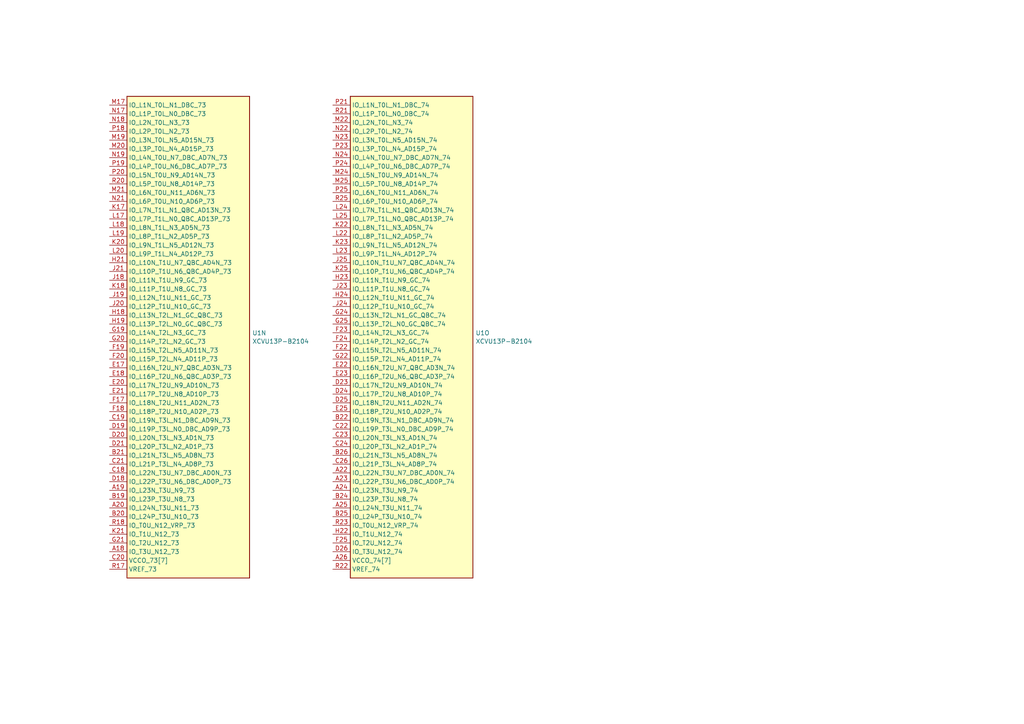
<source format=kicad_sch>
(kicad_sch (version 20231120) (generator "eeschema") (generator_version "8.0")
  (paper "A4")
  (lib_symbols
    (symbol "CHIPSAlliance_FPGA_Xilinx_Virtex_UltraScale_Plus:XCVU13P-B2104"
      (property "Reference" "U" (at -6.35 6.35 0))
      (property "Value" "XCVU13P-B2104" (at -6.35 3.81 0))
      (symbol "XCVU13P-B2104_1_1"
        (pin input line (at 0 -27.94 0) (length 5.08) (name "PUDC_B_0") (number "AA12"))
        (pin bidirectional line (at 0 -12.7 0) (length 5.08) (name "DONE_0") (number "AC12"))
        (pin output line (at 0 -38.1 0) (length 5.08) (name "TDO_0") (number "AC13"))
        (pin power_in line (at 0 -43.18 0) (length 5.08) (name "VCCO_0[2]") (number "AD13"))
        (pin input line (at 0 -25.4 0) (length 5.08) (name "PROGRAM_B_0") (number "AE12"))
        (pin input line (at 0 -33.02 0) (length 5.08) (name "TCK_0") (number "AE13"))
        (pin input line (at 0 -35.56 0) (length 5.08) (name "TDI_0") (number "AE15"))
        (pin passive line (at 0 -43.18 0) (length 5.08) hide (name "VCCO_0[2]") (number "AF13"))
        (pin bidirectional line (at 0 -30.48 0) (length 5.08) (name "RDWR_FCS_B_0") (number "AG12"))
        (pin bidirectional line (at 0 0 0) (length 5.08) (name "CCLK_0") (number "AG13"))
        (pin input line (at 0 -40.64 0) (length 5.08) (name "TMS_0") (number "AG15"))
        (pin bidirectional line (at 0 -10.16 0) (length 5.08) (name "D03_0") (number "AH12"))
        (pin bidirectional line (at 0 -5.08 0) (length 5.08) (name "D01_DIN_0") (number "AJ12"))
        (pin bidirectional line (at 0 -2.54 0) (length 5.08) (name "D00_MOSI_0") (number "AK12"))
        (pin bidirectional line (at 0 -7.62 0) (length 5.08) (name "D02_0") (number "AL12"))
        (pin input line (at 0 -22.86 0) (length 5.08) (name "M2_0") (number "R12"))
        (pin input line (at 0 -20.32 0) (length 5.08) (name "M1_0") (number "U12"))
        (pin input line (at 0 -17.78 0) (length 5.08) (name "M0_0") (number "V12"))
        (pin bidirectional line (at 0 -15.24 0) (length 5.08) (name "INIT_B_0") (number "Y12"))
      )
      (symbol "XCVU13P-B2104_2_1"
        (pin input line (at 0 -134.62 0) (length 5.08) (name "VREF_61") (number "AK30"))
        (pin bidirectional line (at 0 -119.38 0) (length 5.08) (name "IO_L24P_T3U_N10_61") (number "AL29"))
        (pin bidirectional line (at 0 -116.84 0) (length 5.08) (name "IO_L24N_T3U_N11_61") (number "AL30"))
        (pin bidirectional line (at 0 -109.22 0) (length 5.08) (name "IO_L22P_T3U_N6_DBC_AD0P_61") (number "AM29"))
        (pin bidirectional line (at 0 -106.68 0) (length 5.08) (name "IO_L22N_T3U_N7_DBC_AD0N_61") (number "AM30"))
        (pin bidirectional line (at 0 -114.3 0) (length 5.08) (name "IO_L23P_T3U_N8_61") (number "AM31"))
        (pin bidirectional line (at 0 -104.14 0) (length 5.08) (name "IO_L21P_T3L_N4_AD8P_61") (number "AN29"))
        (pin power_in line (at 0 -132.08 0) (length 5.08) (name "VCCO_61[6]") (number "AN30"))
        (pin bidirectional line (at 0 -111.76 0) (length 5.08) (name "IO_L23N_T3U_N9_61") (number "AN31"))
        (pin bidirectional line (at 0 -101.6 0) (length 5.08) (name "IO_L21N_T3L_N5_AD8N_61") (number "AP29"))
        (pin bidirectional line (at 0 -99.06 0) (length 5.08) (name "IO_L20P_T3L_N2_AD1P_61") (number "AP30"))
        (pin bidirectional line (at 0 -93.98 0) (length 5.08) (name "IO_L19P_T3L_N0_DBC_AD9P_61") (number "AP31"))
        (pin bidirectional line (at 0 -96.52 0) (length 5.08) (name "IO_L20N_T3L_N3_AD1N_61") (number "AR30"))
        (pin bidirectional line (at 0 -91.44 0) (length 5.08) (name "IO_L19N_T3L_N1_DBC_AD9N_61") (number "AR31"))
        (pin bidirectional line (at 0 -129.54 0) (length 5.08) (name "IO_T3U_N12_61") (number "AR32"))
        (pin bidirectional line (at 0 -88.9 0) (length 5.08) (name "IO_L18P_T2U_N10_AD2P_61") (number "AT29"))
        (pin bidirectional line (at 0 -86.36 0) (length 5.08) (name "IO_L18N_T2U_N11_AD2N_61") (number "AT30"))
        (pin passive line (at 0 -132.08 0) (length 5.08) hide (name "VCCO_61[6]") (number "AT31"))
        (pin bidirectional line (at 0 -127 0) (length 5.08) (name "IO_T2U_N12_61") (number "AT32"))
        (pin bidirectional line (at 0 -78.74 0) (length 5.08) (name "IO_L16P_T2U_N6_QBC_AD3P_61") (number "AU29"))
        (pin bidirectional line (at 0 -83.82 0) (length 5.08) (name "IO_L17P_T2U_N8_AD10P_61") (number "AU30"))
        (pin bidirectional line (at 0 -81.28 0) (length 5.08) (name "IO_L17N_T2U_N9_AD10N_61") (number "AU31"))
        (pin bidirectional line (at 0 -73.66 0) (length 5.08) (name "IO_L15P_T2L_N4_AD11P_61") (number "AU32"))
        (pin bidirectional line (at 0 -76.2 0) (length 5.08) (name "IO_L16N_T2U_N7_QBC_AD3N_61") (number "AV29"))
        (pin bidirectional line (at 0 -68.58 0) (length 5.08) (name "IO_L14P_T2L_N2_GC_61") (number "AV31"))
        (pin bidirectional line (at 0 -71.12 0) (length 5.08) (name "IO_L15N_T2L_N5_AD11N_61") (number "AV32"))
        (pin bidirectional line (at 0 -63.5 0) (length 5.08) (name "IO_L13P_T2L_N0_GC_QBC_61") (number "AW29"))
        (pin bidirectional line (at 0 -60.96 0) (length 5.08) (name "IO_L13N_T2L_N1_GC_QBC_61") (number "AW30"))
        (pin bidirectional line (at 0 -66.04 0) (length 5.08) (name "IO_L14N_T2L_N3_GC_61") (number "AW31"))
        (pin passive line (at 0 -132.08 0) (length 5.08) hide (name "VCCO_61[6]") (number "AW32"))
        (pin passive line (at 0 -132.08 0) (length 5.08) hide (name "VCCO_61[6]") (number "AY29"))
        (pin bidirectional line (at 0 -53.34 0) (length 5.08) (name "IO_L11P_T1U_N8_GC_61") (number "AY30"))
        (pin bidirectional line (at 0 -58.42 0) (length 5.08) (name "IO_L12P_T1U_N10_GC_61") (number "AY31"))
        (pin bidirectional line (at 0 -55.88 0) (length 5.08) (name "IO_L12N_T1U_N11_GC_61") (number "AY32"))
        (pin bidirectional line (at 0 -43.18 0) (length 5.08) (name "IO_L9P_T1L_N4_AD12P_61") (number "BA29"))
        (pin bidirectional line (at 0 -50.8 0) (length 5.08) (name "IO_L11N_T1U_N9_GC_61") (number "BA30"))
        (pin bidirectional line (at 0 -48.26 0) (length 5.08) (name "IO_L10P_T1U_N6_QBC_AD4P_61") (number "BA32"))
        (pin bidirectional line (at 0 -40.64 0) (length 5.08) (name "IO_L9N_T1L_N5_AD12N_61") (number "BB29"))
        (pin bidirectional line (at 0 -38.1 0) (length 5.08) (name "IO_L8P_T1L_N2_AD5P_61") (number "BB30"))
        (pin bidirectional line (at 0 -35.56 0) (length 5.08) (name "IO_L8N_T1L_N3_AD5N_61") (number "BB31"))
        (pin bidirectional line (at 0 -45.72 0) (length 5.08) (name "IO_L10N_T1U_N7_QBC_AD4N_61") (number "BB32"))
        (pin bidirectional line (at 0 -27.94 0) (length 5.08) (name "IO_L6P_T0U_N10_AD6P_61") (number "BC29"))
        (pin passive line (at 0 -132.08 0) (length 5.08) hide (name "VCCO_61[6]") (number "BC30"))
        (pin bidirectional line (at 0 -33.02 0) (length 5.08) (name "IO_L7P_T1L_N0_QBC_AD13P_61") (number "BC31"))
        (pin bidirectional line (at 0 -30.48 0) (length 5.08) (name "IO_L7N_T1L_N1_QBC_AD13N_61") (number "BC32"))
        (pin bidirectional line (at 0 -124.46 0) (length 5.08) (name "IO_T1U_N12_61") (number "BC33"))
        (pin bidirectional line (at 0 -25.4 0) (length 5.08) (name "IO_L6N_T0U_N11_AD6N_61") (number "BD29"))
        (pin bidirectional line (at 0 -17.78 0) (length 5.08) (name "IO_L4P_T0U_N6_DBC_AD7P_61") (number "BD30"))
        (pin bidirectional line (at 0 -15.24 0) (length 5.08) (name "IO_L4N_T0U_N7_DBC_AD7N_61") (number "BD31"))
        (pin bidirectional line (at 0 -22.86 0) (length 5.08) (name "IO_L5P_T0U_N8_AD14P_61") (number "BD33"))
        (pin bidirectional line (at 0 -12.7 0) (length 5.08) (name "IO_L3P_T0L_N4_AD15P_61") (number "BE30"))
        (pin bidirectional line (at 0 -7.62 0) (length 5.08) (name "IO_L2P_T0L_N2_61") (number "BE31"))
        (pin bidirectional line (at 0 -5.08 0) (length 5.08) (name "IO_L2N_T0L_N3_61") (number "BE32"))
        (pin bidirectional line (at 0 -20.32 0) (length 5.08) (name "IO_L5N_T0U_N9_AD14N_61") (number "BE33"))
        (pin bidirectional line (at 0 -10.16 0) (length 5.08) (name "IO_L3N_T0L_N5_AD15N_61") (number "BF30"))
        (pin passive line (at 0 -132.08 0) (length 5.08) hide (name "VCCO_61[6]") (number "BF31"))
        (pin bidirectional line (at 0 -2.54 0) (length 5.08) (name "IO_L1P_T0L_N0_DBC_61") (number "BF32"))
        (pin bidirectional line (at 0 0 0) (length 5.08) (name "IO_L1N_T0L_N1_DBC_61") (number "BF33"))
        (pin bidirectional line (at 0 -121.92 0) (length 5.08) (name "IO_T0U_N12_VRP_61") (number "BF34"))
      )
      (symbol "XCVU13P-B2104_3_1"
        (pin input line (at 0 -134.62 0) (length 5.08) (name "VREF_62") (number "AK33"))
        (pin bidirectional line (at 0 -114.3 0) (length 5.08) (name "IO_L23P_T3U_N8_62") (number "AL32"))
        (pin bidirectional line (at 0 -129.54 0) (length 5.08) (name "IO_T3U_N12_62") (number "AL33"))
        (pin bidirectional line (at 0 -119.38 0) (length 5.08) (name "IO_L24P_T3U_N10_62") (number "AL34"))
        (pin bidirectional line (at 0 -111.76 0) (length 5.08) (name "IO_L23N_T3U_N9_62") (number "AM32"))
        (pin power_in line (at 0 -132.08 0) (length 5.08) (name "VCCO_62[7]") (number "AM33"))
        (pin bidirectional line (at 0 -116.84 0) (length 5.08) (name "IO_L24N_T3U_N11_62") (number "AM34"))
        (pin bidirectional line (at 0 -109.22 0) (length 5.08) (name "IO_L22P_T3U_N6_DBC_AD0P_62") (number "AN32"))
        (pin bidirectional line (at 0 -106.68 0) (length 5.08) (name "IO_L22N_T3U_N7_DBC_AD0N_62") (number "AN33"))
        (pin bidirectional line (at 0 -104.14 0) (length 5.08) (name "IO_L21P_T3L_N4_AD8P_62") (number "AN34"))
        (pin bidirectional line (at 0 -99.06 0) (length 5.08) (name "IO_L20P_T3L_N2_AD1P_62") (number "AP33"))
        (pin bidirectional line (at 0 -101.6 0) (length 5.08) (name "IO_L21N_T3L_N5_AD8N_62") (number "AP34"))
        (pin bidirectional line (at 0 -96.52 0) (length 5.08) (name "IO_L20N_T3L_N3_AD1N_62") (number "AR33"))
        (pin passive line (at 0 -132.08 0) (length 5.08) hide (name "VCCO_62[7]") (number "AR34"))
        (pin bidirectional line (at 0 -93.98 0) (length 5.08) (name "IO_L19P_T3L_N0_DBC_AD9P_62") (number "AT33"))
        (pin bidirectional line (at 0 -91.44 0) (length 5.08) (name "IO_L19N_T3L_N1_DBC_AD9N_62") (number "AT34"))
        (pin bidirectional line (at 0 -127 0) (length 5.08) (name "IO_T2U_N12_62") (number "AU34"))
        (pin bidirectional line (at 0 -88.9 0) (length 5.08) (name "IO_L18P_T2U_N10_AD2P_62") (number "AV33"))
        (pin bidirectional line (at 0 -83.82 0) (length 5.08) (name "IO_L17P_T2U_N8_AD10P_62") (number "AV34"))
        (pin bidirectional line (at 0 -86.36 0) (length 5.08) (name "IO_L18N_T2U_N11_AD2N_62") (number "AW33"))
        (pin bidirectional line (at 0 -81.28 0) (length 5.08) (name "IO_L17N_T2U_N9_AD10N_62") (number "AW34"))
        (pin bidirectional line (at 0 -78.74 0) (length 5.08) (name "IO_L16P_T2U_N6_QBC_AD3P_62") (number "AW35"))
        (pin bidirectional line (at 0 -76.2 0) (length 5.08) (name "IO_L16N_T2U_N7_QBC_AD3N_62") (number "AW36"))
        (pin bidirectional line (at 0 -73.66 0) (length 5.08) (name "IO_L15P_T2L_N4_AD11P_62") (number "AY33"))
        (pin bidirectional line (at 0 -68.58 0) (length 5.08) (name "IO_L14P_T2L_N2_GC_62") (number "AY35"))
        (pin bidirectional line (at 0 -66.04 0) (length 5.08) (name "IO_L14N_T2L_N3_GC_62") (number "AY36"))
        (pin bidirectional line (at 0 -71.12 0) (length 5.08) (name "IO_L15N_T2L_N5_AD11N_62") (number "BA33"))
        (pin bidirectional line (at 0 -63.5 0) (length 5.08) (name "IO_L13P_T2L_N0_GC_QBC_62") (number "BA34"))
        (pin bidirectional line (at 0 -58.42 0) (length 5.08) (name "IO_L12P_T1U_N10_GC_62") (number "BA35"))
        (pin passive line (at 0 -132.08 0) (length 5.08) hide (name "VCCO_62[7]") (number "BA36"))
        (pin passive line (at 0 -132.08 0) (length 5.08) hide (name "VCCO_62[7]") (number "BB33"))
        (pin bidirectional line (at 0 -60.96 0) (length 5.08) (name "IO_L13N_T2L_N1_GC_QBC_62") (number "BB34"))
        (pin bidirectional line (at 0 -55.88 0) (length 5.08) (name "IO_L12N_T1U_N11_GC_62") (number "BB35"))
        (pin bidirectional line (at 0 -53.34 0) (length 5.08) (name "IO_L11P_T1U_N8_GC_62") (number "BB36"))
        (pin bidirectional line (at 0 -48.26 0) (length 5.08) (name "IO_L10P_T1U_N6_QBC_AD4P_62") (number "BB37"))
        (pin bidirectional line (at 0 -27.94 0) (length 5.08) (name "IO_L6P_T0U_N10_AD6P_62") (number "BB38"))
        (pin bidirectional line (at 0 -33.02 0) (length 5.08) (name "IO_L7P_T1L_N0_QBC_AD13P_62") (number "BC34"))
        (pin bidirectional line (at 0 -50.8 0) (length 5.08) (name "IO_L11N_T1U_N9_GC_62") (number "BC36"))
        (pin bidirectional line (at 0 -45.72 0) (length 5.08) (name "IO_L10N_T1U_N7_QBC_AD4N_62") (number "BC37"))
        (pin bidirectional line (at 0 -25.4 0) (length 5.08) (name "IO_L6N_T0U_N11_AD6N_62") (number "BC38"))
        (pin bidirectional line (at 0 -22.86 0) (length 5.08) (name "IO_L5P_T0U_N8_AD14P_62") (number "BC39"))
        (pin passive line (at 0 -132.08 0) (length 5.08) hide (name "VCCO_62[7]") (number "BC40"))
        (pin bidirectional line (at 0 -30.48 0) (length 5.08) (name "IO_L7N_T1L_N1_QBC_AD13N_62") (number "BD34"))
        (pin bidirectional line (at 0 -38.1 0) (length 5.08) (name "IO_L8P_T1L_N2_AD5P_62") (number "BD35"))
        (pin bidirectional line (at 0 -43.18 0) (length 5.08) (name "IO_L9P_T1L_N4_AD12P_62") (number "BD36"))
        (pin passive line (at 0 -132.08 0) (length 5.08) hide (name "VCCO_62[7]") (number "BD37"))
        (pin bidirectional line (at 0 -121.92 0) (length 5.08) (name "IO_T0U_N12_VRP_62") (number "BD38"))
        (pin bidirectional line (at 0 -20.32 0) (length 5.08) (name "IO_L5N_T0U_N9_AD14N_62") (number "BD39"))
        (pin bidirectional line (at 0 -17.78 0) (length 5.08) (name "IO_L4P_T0U_N6_DBC_AD7P_62") (number "BD40"))
        (pin passive line (at 0 -132.08 0) (length 5.08) hide (name "VCCO_62[7]") (number "BE34"))
        (pin bidirectional line (at 0 -35.56 0) (length 5.08) (name "IO_L8N_T1L_N3_AD5N_62") (number "BE35"))
        (pin bidirectional line (at 0 -40.64 0) (length 5.08) (name "IO_L9N_T1L_N5_AD12N_62") (number "BE36"))
        (pin bidirectional line (at 0 -12.7 0) (length 5.08) (name "IO_L3P_T0L_N4_AD15P_62") (number "BE37"))
        (pin bidirectional line (at 0 -7.62 0) (length 5.08) (name "IO_L2P_T0L_N2_62") (number "BE38"))
        (pin bidirectional line (at 0 -15.24 0) (length 5.08) (name "IO_L4N_T0U_N7_DBC_AD7N_62") (number "BE40"))
        (pin bidirectional line (at 0 -124.46 0) (length 5.08) (name "IO_T1U_N12_62") (number "BF35"))
        (pin bidirectional line (at 0 -10.16 0) (length 5.08) (name "IO_L3N_T0L_N5_AD15N_62") (number "BF37"))
        (pin bidirectional line (at 0 -5.08 0) (length 5.08) (name "IO_L2N_T0L_N3_62") (number "BF38"))
        (pin bidirectional line (at 0 -2.54 0) (length 5.08) (name "IO_L1P_T0L_N0_DBC_62") (number "BF39"))
        (pin bidirectional line (at 0 0 0) (length 5.08) (name "IO_L1N_T0L_N1_DBC_62") (number "BF40"))
      )
      (symbol "XCVU13P-B2104_4_1"
        (pin bidirectional line (at 0 -93.98 0) (length 5.08) (name "IO_L19P_T3L_N0_DBC_AD9P_63") (number "AA32"))
        (pin bidirectional line (at 0 -91.44 0) (length 5.08) (name "IO_L19N_T3L_N1_DBC_AD9N_63") (number "AA33"))
        (pin bidirectional line (at 0 -99.06 0) (length 5.08) (name "IO_L20P_T3L_N2_AD1P_63") (number "AA34"))
        (pin input line (at 0 -134.62 0) (length 5.08) (name "VREF_63") (number "AB31"))
        (pin bidirectional line (at 0 -129.54 0) (length 5.08) (name "IO_T3U_N12_63") (number "AB32"))
        (pin passive line (at 0 -132.08 0) (length 5.08) hide (name "VCCO_63[6]") (number "AB33"))
        (pin bidirectional line (at 0 -96.52 0) (length 5.08) (name "IO_L20N_T3L_N3_AD1N_63") (number "AB34"))
        (pin bidirectional line (at 0 -78.74 0) (length 5.08) (name "IO_L16P_T2U_N6_QBC_AD3P_63") (number "AC31"))
        (pin bidirectional line (at 0 -83.82 0) (length 5.08) (name "IO_L17P_T2U_N8_AD10P_63") (number "AC32"))
        (pin bidirectional line (at 0 -81.28 0) (length 5.08) (name "IO_L17N_T2U_N9_AD10N_63") (number "AC33"))
        (pin bidirectional line (at 0 -88.9 0) (length 5.08) (name "IO_L18P_T2U_N10_AD2P_63") (number "AC34"))
        (pin bidirectional line (at 0 -127 0) (length 5.08) (name "IO_T2U_N12_63") (number "AD30"))
        (pin bidirectional line (at 0 -76.2 0) (length 5.08) (name "IO_L16N_T2U_N7_QBC_AD3N_63") (number "AD31"))
        (pin bidirectional line (at 0 -68.58 0) (length 5.08) (name "IO_L14P_T2L_N2_GC_63") (number "AD33"))
        (pin bidirectional line (at 0 -86.36 0) (length 5.08) (name "IO_L18N_T2U_N11_AD2N_63") (number "AD34"))
        (pin bidirectional line (at 0 -73.66 0) (length 5.08) (name "IO_L15P_T2L_N4_AD11P_63") (number "AE30"))
        (pin bidirectional line (at 0 -63.5 0) (length 5.08) (name "IO_L13P_T2L_N0_GC_QBC_63") (number "AE31"))
        (pin bidirectional line (at 0 -60.96 0) (length 5.08) (name "IO_L13N_T2L_N1_GC_QBC_63") (number "AE32"))
        (pin bidirectional line (at 0 -66.04 0) (length 5.08) (name "IO_L14N_T2L_N3_GC_63") (number "AE33"))
        (pin passive line (at 0 -132.08 0) (length 5.08) hide (name "VCCO_63[6]") (number "AE34"))
        (pin bidirectional line (at 0 -71.12 0) (length 5.08) (name "IO_L15N_T2L_N5_AD11N_63") (number "AF30"))
        (pin passive line (at 0 -132.08 0) (length 5.08) hide (name "VCCO_63[6]") (number "AF31"))
        (pin bidirectional line (at 0 -58.42 0) (length 5.08) (name "IO_L12P_T1U_N10_GC_63") (number "AF32"))
        (pin bidirectional line (at 0 -55.88 0) (length 5.08) (name "IO_L12N_T1U_N11_GC_63") (number "AF33"))
        (pin bidirectional line (at 0 -43.18 0) (length 5.08) (name "IO_L9P_T1L_N4_AD12P_63") (number "AF34"))
        (pin bidirectional line (at 0 -22.86 0) (length 5.08) (name "IO_L5P_T0U_N8_AD14P_63") (number "AG29"))
        (pin bidirectional line (at 0 -20.32 0) (length 5.08) (name "IO_L5N_T0U_N9_AD14N_63") (number "AG30"))
        (pin bidirectional line (at 0 -53.34 0) (length 5.08) (name "IO_L11P_T1U_N8_GC_63") (number "AG31"))
        (pin bidirectional line (at 0 -50.8 0) (length 5.08) (name "IO_L11N_T1U_N9_GC_63") (number "AG32"))
        (pin bidirectional line (at 0 -40.64 0) (length 5.08) (name "IO_L9N_T1L_N5_AD12N_63") (number "AG34"))
        (pin bidirectional line (at 0 -17.78 0) (length 5.08) (name "IO_L4P_T0U_N6_DBC_AD7P_63") (number "AH28"))
        (pin bidirectional line (at 0 -15.24 0) (length 5.08) (name "IO_L4N_T0U_N7_DBC_AD7N_63") (number "AH29"))
        (pin bidirectional line (at 0 -48.26 0) (length 5.08) (name "IO_L10P_T1U_N6_QBC_AD4P_63") (number "AH31"))
        (pin bidirectional line (at 0 -45.72 0) (length 5.08) (name "IO_L10N_T1U_N7_QBC_AD4N_63") (number "AH32"))
        (pin bidirectional line (at 0 -38.1 0) (length 5.08) (name "IO_L8P_T1L_N2_AD5P_63") (number "AH33"))
        (pin bidirectional line (at 0 -33.02 0) (length 5.08) (name "IO_L7P_T1L_N0_QBC_AD13P_63") (number "AH34"))
        (pin bidirectional line (at 0 -2.54 0) (length 5.08) (name "IO_L1P_T0L_N0_DBC_63") (number "AJ27"))
        (pin bidirectional line (at 0 -7.62 0) (length 5.08) (name "IO_L2P_T0L_N2_63") (number "AJ28"))
        (pin bidirectional line (at 0 -12.7 0) (length 5.08) (name "IO_L3P_T0L_N4_AD15P_63") (number "AJ29"))
        (pin bidirectional line (at 0 -10.16 0) (length 5.08) (name "IO_L3N_T0L_N5_AD15N_63") (number "AJ30"))
        (pin bidirectional line (at 0 -27.94 0) (length 5.08) (name "IO_L6P_T0U_N10_AD6P_63") (number "AJ31"))
        (pin passive line (at 0 -132.08 0) (length 5.08) hide (name "VCCO_63[6]") (number "AJ32"))
        (pin bidirectional line (at 0 -35.56 0) (length 5.08) (name "IO_L8N_T1L_N3_AD5N_63") (number "AJ33"))
        (pin bidirectional line (at 0 -30.48 0) (length 5.08) (name "IO_L7N_T1L_N1_QBC_AD13N_63") (number "AJ34"))
        (pin bidirectional line (at 0 -121.92 0) (length 5.08) (name "IO_T0U_N12_VRP_63") (number "AK26"))
        (pin bidirectional line (at 0 0 0) (length 5.08) (name "IO_L1N_T0L_N1_DBC_63") (number "AK27"))
        (pin bidirectional line (at 0 -5.08 0) (length 5.08) (name "IO_L2N_T0L_N3_63") (number "AK28"))
        (pin passive line (at 0 -132.08 0) (length 5.08) hide (name "VCCO_63[6]") (number "AK29"))
        (pin bidirectional line (at 0 -25.4 0) (length 5.08) (name "IO_L6N_T0U_N11_AD6N_63") (number "AK31"))
        (pin bidirectional line (at 0 -124.46 0) (length 5.08) (name "IO_T1U_N12_63") (number "AK32"))
        (pin bidirectional line (at 0 -104.14 0) (length 5.08) (name "IO_L21P_T3L_N4_AD8P_63") (number "W30"))
        (pin bidirectional line (at 0 -109.22 0) (length 5.08) (name "IO_L22P_T3U_N6_DBC_AD0P_63") (number "W31"))
        (pin power_in line (at 0 -132.08 0) (length 5.08) (name "VCCO_63[6]") (number "W32"))
        (pin bidirectional line (at 0 -119.38 0) (length 5.08) (name "IO_L24P_T3U_N10_63") (number "W33"))
        (pin bidirectional line (at 0 -116.84 0) (length 5.08) (name "IO_L24N_T3U_N11_63") (number "W34"))
        (pin bidirectional line (at 0 -101.6 0) (length 5.08) (name "IO_L21N_T3L_N5_AD8N_63") (number "Y30"))
        (pin bidirectional line (at 0 -106.68 0) (length 5.08) (name "IO_L22N_T3U_N7_DBC_AD0N_63") (number "Y31"))
        (pin bidirectional line (at 0 -114.3 0) (length 5.08) (name "IO_L23P_T3U_N8_63") (number "Y32"))
        (pin bidirectional line (at 0 -111.76 0) (length 5.08) (name "IO_L23N_T3U_N9_63") (number "Y33"))
      )
      (symbol "XCVU13P-B2104_5_1"
        (pin bidirectional line (at 0 -119.38 0) (length 5.08) (name "IO_L24P_T3U_N10_64") (number "AL21"))
        (pin bidirectional line (at 0 -114.3 0) (length 5.08) (name "IO_L23P_T3U_N8_64") (number "AL22"))
        (pin input line (at 0 -134.62 0) (length 5.08) (name "VREF_64") (number "AL23"))
        (pin bidirectional line (at 0 -109.22 0) (length 5.08) (name "IO_L22P_T3U_N6_DBC_AD0P_64") (number "AL24"))
        (pin bidirectional line (at 0 -116.84 0) (length 5.08) (name "IO_L24N_T3U_N11_64") (number "AM21"))
        (pin bidirectional line (at 0 -111.76 0) (length 5.08) (name "IO_L23N_T3U_N9_64") (number "AM22"))
        (pin power_in line (at 0 -132.08 0) (length 5.08) (name "VCCO_64[8]") (number "AM23"))
        (pin bidirectional line (at 0 -106.68 0) (length 5.08) (name "IO_L22N_T3U_N7_DBC_AD0N_64") (number "AM24"))
        (pin bidirectional line (at 0 -91.44 0) (length 5.08) (name "IO_L19N_T3L_N1_DBC_AD9N_64") (number "AN21"))
        (pin bidirectional line (at 0 -93.98 0) (length 5.08) (name "IO_L19P_T3L_N0_DBC_AD9P_64") (number "AN22"))
        (pin bidirectional line (at 0 -99.06 0) (length 5.08) (name "IO_L20P_T3L_N2_AD1P_64") (number "AN23"))
        (pin bidirectional line (at 0 -104.14 0) (length 5.08) (name "IO_L21P_T3L_N4_AD8P_64") (number "AN24"))
        (pin bidirectional line (at 0 -129.54 0) (length 5.08) (name "IO_T3U_N12_64") (number "AP21"))
        (pin bidirectional line (at 0 -96.52 0) (length 5.08) (name "IO_L20N_T3L_N3_AD1N_64") (number "AP23"))
        (pin bidirectional line (at 0 -101.6 0) (length 5.08) (name "IO_L21N_T3L_N5_AD8N_64") (number "AP24"))
        (pin bidirectional line (at 0 -127 0) (length 5.08) (name "IO_T2U_N12_64") (number "AR21"))
        (pin bidirectional line (at 0 -78.74 0) (length 5.08) (name "IO_L16P_T2U_N6_QBC_AD3P_64") (number "AR22"))
        (pin bidirectional line (at 0 -83.82 0) (length 5.08) (name "IO_L17P_T2U_N8_AD10P_64") (number "AR23"))
        (pin passive line (at 0 -132.08 0) (length 5.08) hide (name "VCCO_64[8]") (number "AR24"))
        (pin passive line (at 0 -132.08 0) (length 5.08) hide (name "VCCO_64[8]") (number "AT21"))
        (pin bidirectional line (at 0 -76.2 0) (length 5.08) (name "IO_L16N_T2U_N7_QBC_AD3N_64") (number "AT22"))
        (pin bidirectional line (at 0 -81.28 0) (length 5.08) (name "IO_L17N_T2U_N9_AD10N_64") (number "AT23"))
        (pin bidirectional line (at 0 -88.9 0) (length 5.08) (name "IO_L18P_T2U_N10_AD2P_64") (number "AT24"))
        (pin bidirectional line (at 0 -73.66 0) (length 5.08) (name "IO_L15P_T2L_N4_AD11P_64") (number "AU22"))
        (pin bidirectional line (at 0 -86.36 0) (length 5.08) (name "IO_L18N_T2U_N11_AD2N_64") (number "AU24"))
        (pin bidirectional line (at 0 -71.12 0) (length 5.08) (name "IO_L15N_T2L_N5_AD11N_64") (number "AV22"))
        (pin bidirectional line (at 0 -63.5 0) (length 5.08) (name "IO_L13P_T2L_N0_GC_QBC_64") (number "AV23"))
        (pin bidirectional line (at 0 -68.58 0) (length 5.08) (name "IO_L14P_T2L_N2_GC_64") (number "AV24"))
        (pin passive line (at 0 -132.08 0) (length 5.08) hide (name "VCCO_64[8]") (number "AW22"))
        (pin bidirectional line (at 0 -60.96 0) (length 5.08) (name "IO_L13N_T2L_N1_GC_QBC_64") (number "AW23"))
        (pin bidirectional line (at 0 -66.04 0) (length 5.08) (name "IO_L14N_T2L_N3_GC_64") (number "AW24"))
        (pin bidirectional line (at 0 -53.34 0) (length 5.08) (name "IO_L11P_T1U_N8_GC_64") (number "AY22"))
        (pin bidirectional line (at 0 -58.42 0) (length 5.08) (name "IO_L12P_T1U_N10_GC_64") (number "AY23"))
        (pin bidirectional line (at 0 -33.02 0) (length 5.08) (name "IO_L7P_T1L_N0_QBC_AD13P_64") (number "BA20"))
        (pin bidirectional line (at 0 -50.8 0) (length 5.08) (name "IO_L11N_T1U_N9_GC_64") (number "BA22"))
        (pin bidirectional line (at 0 -55.88 0) (length 5.08) (name "IO_L12N_T1U_N11_GC_64") (number "BA23"))
        (pin bidirectional line (at 0 -48.26 0) (length 5.08) (name "IO_L10P_T1U_N6_QBC_AD4P_64") (number "BA24"))
        (pin bidirectional line (at 0 -30.48 0) (length 5.08) (name "IO_L7N_T1L_N1_QBC_AD13N_64") (number "BB20"))
        (pin bidirectional line (at 0 -38.1 0) (length 5.08) (name "IO_L8P_T1L_N2_AD5P_64") (number "BB21"))
        (pin bidirectional line (at 0 -43.18 0) (length 5.08) (name "IO_L9P_T1L_N4_AD12P_64") (number "BB22"))
        (pin passive line (at 0 -132.08 0) (length 5.08) hide (name "VCCO_64[8]") (number "BB23"))
        (pin bidirectional line (at 0 -45.72 0) (length 5.08) (name "IO_L10N_T1U_N7_QBC_AD4N_64") (number "BB24"))
        (pin passive line (at 0 -132.08 0) (length 5.08) hide (name "VCCO_64[8]") (number "BC20"))
        (pin bidirectional line (at 0 -35.56 0) (length 5.08) (name "IO_L8N_T1L_N3_AD5N_64") (number "BC21"))
        (pin bidirectional line (at 0 -40.64 0) (length 5.08) (name "IO_L9N_T1L_N5_AD12N_64") (number "BC22"))
        (pin bidirectional line (at 0 -124.46 0) (length 5.08) (name "IO_T1U_N12_64") (number "BC23"))
        (pin bidirectional line (at 0 -12.7 0) (length 5.08) (name "IO_L3P_T0L_N4_AD15P_64") (number "BC24"))
        (pin bidirectional line (at 0 -27.94 0) (length 5.08) (name "IO_L6P_T0U_N10_AD6P_64") (number "BD20"))
        (pin bidirectional line (at 0 -22.86 0) (length 5.08) (name "IO_L5P_T0U_N8_AD14P_64") (number "BD21"))
        (pin bidirectional line (at 0 -7.62 0) (length 5.08) (name "IO_L2P_T0L_N2_64") (number "BD23"))
        (pin bidirectional line (at 0 -10.16 0) (length 5.08) (name "IO_L3N_T0L_N5_AD15N_64") (number "BD24"))
        (pin bidirectional line (at 0 -25.4 0) (length 5.08) (name "IO_L6N_T0U_N11_AD6N_64") (number "BE20"))
        (pin bidirectional line (at 0 -20.32 0) (length 5.08) (name "IO_L5N_T0U_N9_AD14N_64") (number "BE21"))
        (pin bidirectional line (at 0 -17.78 0) (length 5.08) (name "IO_L4P_T0U_N6_DBC_AD7P_64") (number "BE22"))
        (pin bidirectional line (at 0 -5.08 0) (length 5.08) (name "IO_L2N_T0L_N3_64") (number "BE23"))
        (pin passive line (at 0 -132.08 0) (length 5.08) hide (name "VCCO_64[8]") (number "BE24"))
        (pin bidirectional line (at 0 -121.92 0) (length 5.08) (name "IO_T0U_N12_VRP_64") (number "BF20"))
        (pin passive line (at 0 -132.08 0) (length 5.08) hide (name "VCCO_64[8]") (number "BF21"))
        (pin bidirectional line (at 0 -15.24 0) (length 5.08) (name "IO_L4N_T0U_N7_DBC_AD7N_64") (number "BF22"))
        (pin bidirectional line (at 0 0 0) (length 5.08) (name "IO_L1N_T0L_N1_DBC_64") (number "BF23"))
        (pin bidirectional line (at 0 -2.54 0) (length 5.08) (name "IO_L1P_T0L_N0_DBC_64") (number "BF24"))
      )
      (symbol "XCVU13P-B2104_6_1"
        (pin input line (at 0 -134.62 0) (length 5.08) (name "VREF_65") (number "AK25"))
        (pin bidirectional line (at 0 -104.14 0) (length 5.08) (name "IO_L21P_T3L_N4_AD8P_D06_65") (number "AL25"))
        (pin power_in line (at 0 -132.08 0) (length 5.08) (name "VCCO_65[6]") (number "AL26"))
        (pin bidirectional line (at 0 -119.38 0) (length 5.08) (name "IO_L24P_T3U_N10_EMCCLK_65") (number "AL27"))
        (pin bidirectional line (at 0 -116.84 0) (length 5.08) (name "IO_L24N_T3U_N11_DOUT_CSO_B_65") (number "AL28"))
        (pin bidirectional line (at 0 -101.6 0) (length 5.08) (name "IO_L21N_T3L_N5_AD8N_D07_65") (number "AM25"))
        (pin bidirectional line (at 0 -109.22 0) (length 5.08) (name "IO_L22P_T3U_N6_DBC_AD0P_D04_65") (number "AM26"))
        (pin bidirectional line (at 0 -114.3 0) (length 5.08) (name "IO_L23P_T3U_N8_I2C_SCLK_65") (number "AM27"))
        (pin bidirectional line (at 0 -106.68 0) (length 5.08) (name "IO_L22N_T3U_N7_DBC_AD0N_D05_65") (number "AN26"))
        (pin bidirectional line (at 0 -111.76 0) (length 5.08) (name "IO_L23N_T3U_N9_PERSTN1_I2C_SDA_65") (number "AN27"))
        (pin bidirectional line (at 0 -99.06 0) (length 5.08) (name "IO_L20P_T3L_N2_AD1P_D08_65") (number "AN28"))
        (pin bidirectional line (at 0 -93.98 0) (length 5.08) (name "IO_L19P_T3L_N0_DBC_AD9P_D10_65") (number "AP25"))
        (pin bidirectional line (at 0 -91.44 0) (length 5.08) (name "IO_L19N_T3L_N1_DBC_AD9N_D11_65") (number "AP26"))
        (pin passive line (at 0 -132.08 0) (length 5.08) hide (name "VCCO_65[6]") (number "AP27"))
        (pin bidirectional line (at 0 -96.52 0) (length 5.08) (name "IO_L20N_T3L_N3_AD1N_D09_65") (number "AP28"))
        (pin bidirectional line (at 0 -78.74 0) (length 5.08) (name "IO_L16P_T2U_N6_QBC_AD3P_A00_D16_65") (number "AR25"))
        (pin bidirectional line (at 0 -129.54 0) (length 5.08) (name "IO_T3U_N12_PERSTN0_65") (number "AR26"))
        (pin bidirectional line (at 0 -83.82 0) (length 5.08) (name "IO_L17P_T2U_N8_AD10P_D14_65") (number "AR27"))
        (pin bidirectional line (at 0 -88.9 0) (length 5.08) (name "IO_L18P_T2U_N10_AD2P_D12_65") (number "AR28"))
        (pin bidirectional line (at 0 -76.2 0) (length 5.08) (name "IO_L16N_T2U_N7_QBC_AD3N_A01_D17_65") (number "AT25"))
        (pin bidirectional line (at 0 -81.28 0) (length 5.08) (name "IO_L17N_T2U_N9_AD10N_D15_65") (number "AT27"))
        (pin bidirectional line (at 0 -86.36 0) (length 5.08) (name "IO_L18N_T2U_N11_AD2N_D13_65") (number "AT28"))
        (pin bidirectional line (at 0 -127 0) (length 5.08) (name "IO_T2U_N12_CSI_ADV_B_65") (number "AU25"))
        (pin bidirectional line (at 0 -73.66 0) (length 5.08) (name "IO_L15P_T2L_N4_AD11P_A02_D18_65") (number "AU26"))
        (pin bidirectional line (at 0 -71.12 0) (length 5.08) (name "IO_L15N_T2L_N5_AD11N_A03_D19_65") (number "AU27"))
        (pin passive line (at 0 -132.08 0) (length 5.08) hide (name "VCCO_65[6]") (number "AU28"))
        (pin passive line (at 0 -132.08 0) (length 5.08) hide (name "VCCO_65[6]") (number "AV25"))
        (pin bidirectional line (at 0 -63.5 0) (length 5.08) (name "IO_L13P_T2L_N0_GC_QBC_A06_D22_65") (number "AV26"))
        (pin bidirectional line (at 0 -68.58 0) (length 5.08) (name "IO_L14P_T2L_N2_GC_A04_D20_65") (number "AV27"))
        (pin bidirectional line (at 0 -66.04 0) (length 5.08) (name "IO_L14N_T2L_N3_GC_A05_D21_65") (number "AV28"))
        (pin bidirectional line (at 0 -48.26 0) (length 5.08) (name "IO_L10P_T1U_N6_QBC_AD4P_A12_D28_65") (number "AW25"))
        (pin bidirectional line (at 0 -60.96 0) (length 5.08) (name "IO_L13N_T2L_N1_GC_QBC_A07_D23_65") (number "AW26"))
        (pin bidirectional line (at 0 -58.42 0) (length 5.08) (name "IO_L12P_T1U_N10_GC_A08_D24_65") (number "AW28"))
        (pin bidirectional line (at 0 -45.72 0) (length 5.08) (name "IO_L10N_T1U_N7_QBC_AD4N_A13_D29_65") (number "AY25"))
        (pin bidirectional line (at 0 -53.34 0) (length 5.08) (name "IO_L11P_T1U_N8_GC_A10_D26_65") (number "AY26"))
        (pin bidirectional line (at 0 -50.8 0) (length 5.08) (name "IO_L11N_T1U_N9_GC_A11_D27_65") (number "AY27"))
        (pin bidirectional line (at 0 -55.88 0) (length 5.08) (name "IO_L12N_T1U_N11_GC_A09_D25_65") (number "AY28"))
        (pin bidirectional line (at 0 -33.02 0) (length 5.08) (name "IO_L7P_T1L_N0_QBC_AD13P_A18_65") (number "BA25"))
        (pin passive line (at 0 -132.08 0) (length 5.08) hide (name "VCCO_65[6]") (number "BA26"))
        (pin bidirectional line (at 0 -43.18 0) (length 5.08) (name "IO_L9P_T1L_N4_AD12P_A14_D30_65") (number "BA27"))
        (pin bidirectional line (at 0 -40.64 0) (length 5.08) (name "IO_L9N_T1L_N5_AD12N_A15_D31_65") (number "BA28"))
        (pin bidirectional line (at 0 -30.48 0) (length 5.08) (name "IO_L7N_T1L_N1_QBC_AD13N_A19_65") (number "BB25"))
        (pin bidirectional line (at 0 -38.1 0) (length 5.08) (name "IO_L8P_T1L_N2_AD5P_A16_65") (number "BB26"))
        (pin bidirectional line (at 0 -35.56 0) (length 5.08) (name "IO_L8N_T1L_N3_AD5N_A17_65") (number "BB27"))
        (pin bidirectional line (at 0 -27.94 0) (length 5.08) (name "IO_L6P_T0U_N10_AD6P_A20_65") (number "BC26"))
        (pin bidirectional line (at 0 -25.4 0) (length 5.08) (name "IO_L6N_T0U_N11_AD6N_A21_65") (number "BC27"))
        (pin bidirectional line (at 0 -124.46 0) (length 5.08) (name "IO_T1U_N12_SMBALERT_65") (number "BC28"))
        (pin bidirectional line (at 0 -121.92 0) (length 5.08) (name "IO_T0U_N12_VRP_A28_65") (number "BD25"))
        (pin bidirectional line (at 0 -17.78 0) (length 5.08) (name "IO_L4P_T0U_N6_DBC_AD7P_A24_65") (number "BD26"))
        (pin passive line (at 0 -132.08 0) (length 5.08) hide (name "VCCO_65[6]") (number "BD27"))
        (pin bidirectional line (at 0 -12.7 0) (length 5.08) (name "IO_L3P_T0L_N4_AD15P_A26_65") (number "BD28"))
        (pin bidirectional line (at 0 -22.86 0) (length 5.08) (name "IO_L5P_T0U_N8_AD14P_A22_65") (number "BE25"))
        (pin bidirectional line (at 0 -15.24 0) (length 5.08) (name "IO_L4N_T0U_N7_DBC_AD7N_A25_65") (number "BE26"))
        (pin bidirectional line (at 0 -7.62 0) (length 5.08) (name "IO_L2P_T0L_N2_FOE_B_65") (number "BE27"))
        (pin bidirectional line (at 0 -10.16 0) (length 5.08) (name "IO_L3N_T0L_N5_AD15N_A27_65") (number "BE28"))
        (pin bidirectional line (at 0 -20.32 0) (length 5.08) (name "IO_L5N_T0U_N9_AD14N_A23_65") (number "BF25"))
        (pin bidirectional line (at 0 -5.08 0) (length 5.08) (name "IO_L2N_T0L_N3_FWE_FCS2_B_65") (number "BF27"))
        (pin bidirectional line (at 0 -2.54 0) (length 5.08) (name "IO_L1P_T0L_N0_DBC_RS0_65") (number "BF28"))
        (pin bidirectional line (at 0 0 0) (length 5.08) (name "IO_L1N_T0L_N1_DBC_RS1_65") (number "BF29"))
      )
      (symbol "XCVU13P-B2104_7_1"
        (pin power_in line (at 0 -132.08 0) (length 5.08) (name "VCCO_66[6]") (number "AL16"))
        (pin bidirectional line (at 0 -109.22 0) (length 5.08) (name "IO_L22P_T3U_N6_DBC_AD0P_66") (number "AL17"))
        (pin input line (at 0 -134.62 0) (length 5.08) (name "VREF_66") (number "AL18"))
        (pin bidirectional line (at 0 -114.3 0) (length 5.08) (name "IO_L23P_T3U_N8_66") (number "AL19"))
        (pin bidirectional line (at 0 -119.38 0) (length 5.08) (name "IO_L24P_T3U_N10_66") (number "AL20"))
        (pin bidirectional line (at 0 -104.14 0) (length 5.08) (name "IO_L21P_T3L_N4_AD8P_66") (number "AM16"))
        (pin bidirectional line (at 0 -106.68 0) (length 5.08) (name "IO_L22N_T3U_N7_DBC_AD0N_66") (number "AM17"))
        (pin bidirectional line (at 0 -111.76 0) (length 5.08) (name "IO_L23N_T3U_N9_66") (number "AM19"))
        (pin bidirectional line (at 0 -116.84 0) (length 5.08) (name "IO_L24N_T3U_N11_66") (number "AM20"))
        (pin bidirectional line (at 0 -101.6 0) (length 5.08) (name "IO_L21N_T3L_N5_AD8N_66") (number "AN16"))
        (pin bidirectional line (at 0 -91.44 0) (length 5.08) (name "IO_L19N_T3L_N1_DBC_AD9N_66") (number "AN17"))
        (pin bidirectional line (at 0 -93.98 0) (length 5.08) (name "IO_L19P_T3L_N0_DBC_AD9P_66") (number "AN18"))
        (pin bidirectional line (at 0 -99.06 0) (length 5.08) (name "IO_L20P_T3L_N2_AD1P_66") (number "AN19"))
        (pin passive line (at 0 -132.08 0) (length 5.08) hide (name "VCCO_66[6]") (number "AN20"))
        (pin bidirectional line (at 0 -129.54 0) (length 5.08) (name "IO_T3U_N12_66") (number "AP16"))
        (pin passive line (at 0 -132.08 0) (length 5.08) hide (name "VCCO_66[6]") (number "AP17"))
        (pin bidirectional line (at 0 -83.82 0) (length 5.08) (name "IO_L17P_T2U_N8_AD10P_66") (number "AP18"))
        (pin bidirectional line (at 0 -96.52 0) (length 5.08) (name "IO_L20N_T3L_N3_AD1N_66") (number "AP19"))
        (pin bidirectional line (at 0 -88.9 0) (length 5.08) (name "IO_L18P_T2U_N10_AD2P_66") (number "AP20"))
        (pin bidirectional line (at 0 -78.74 0) (length 5.08) (name "IO_L16P_T2U_N6_QBC_AD3P_66") (number "AR17"))
        (pin bidirectional line (at 0 -81.28 0) (length 5.08) (name "IO_L17N_T2U_N9_AD10N_66") (number "AR18"))
        (pin bidirectional line (at 0 -86.36 0) (length 5.08) (name "IO_L18N_T2U_N11_AD2N_66") (number "AR20"))
        (pin bidirectional line (at 0 -76.2 0) (length 5.08) (name "IO_L16N_T2U_N7_QBC_AD3N_66") (number "AT17"))
        (pin bidirectional line (at 0 -73.66 0) (length 5.08) (name "IO_L15P_T2L_N4_AD11P_66") (number "AT18"))
        (pin bidirectional line (at 0 -63.5 0) (length 5.08) (name "IO_L13P_T2L_N0_GC_QBC_66") (number "AT19"))
        (pin bidirectional line (at 0 -68.58 0) (length 5.08) (name "IO_L14P_T2L_N2_GC_66") (number "AT20"))
        (pin bidirectional line (at 0 -71.12 0) (length 5.08) (name "IO_L15N_T2L_N5_AD11N_66") (number "AU17"))
        (pin passive line (at 0 -132.08 0) (length 5.08) hide (name "VCCO_66[6]") (number "AU18"))
        (pin bidirectional line (at 0 -60.96 0) (length 5.08) (name "IO_L13N_T2L_N1_GC_QBC_66") (number "AU19"))
        (pin bidirectional line (at 0 -66.04 0) (length 5.08) (name "IO_L14N_T2L_N3_GC_66") (number "AU20"))
        (pin bidirectional line (at 0 -127 0) (length 5.08) (name "IO_T2U_N12_66") (number "AU21"))
        (pin bidirectional line (at 0 -124.46 0) (length 5.08) (name "IO_T1U_N12_66") (number "AV17"))
        (pin bidirectional line (at 0 -53.34 0) (length 5.08) (name "IO_L11P_T1U_N8_GC_66") (number "AV18"))
        (pin bidirectional line (at 0 -58.42 0) (length 5.08) (name "IO_L12P_T1U_N10_GC_66") (number "AV19"))
        (pin bidirectional line (at 0 -48.26 0) (length 5.08) (name "IO_L10P_T1U_N6_QBC_AD4P_66") (number "AV21"))
        (pin bidirectional line (at 0 -50.8 0) (length 5.08) (name "IO_L11N_T1U_N9_GC_66") (number "AW18"))
        (pin bidirectional line (at 0 -55.88 0) (length 5.08) (name "IO_L12N_T1U_N11_GC_66") (number "AW19"))
        (pin bidirectional line (at 0 -43.18 0) (length 5.08) (name "IO_L9P_T1L_N4_AD12P_66") (number "AW20"))
        (pin bidirectional line (at 0 -45.72 0) (length 5.08) (name "IO_L10N_T1U_N7_QBC_AD4N_66") (number "AW21"))
        (pin bidirectional line (at 0 -33.02 0) (length 5.08) (name "IO_L7P_T1L_N0_QBC_AD13P_66") (number "AY17"))
        (pin bidirectional line (at 0 -38.1 0) (length 5.08) (name "IO_L8P_T1L_N2_AD5P_66") (number "AY18"))
        (pin passive line (at 0 -132.08 0) (length 5.08) hide (name "VCCO_66[6]") (number "AY19"))
        (pin bidirectional line (at 0 -40.64 0) (length 5.08) (name "IO_L9N_T1L_N5_AD12N_66") (number "AY20"))
        (pin bidirectional line (at 0 -30.48 0) (length 5.08) (name "IO_L7N_T1L_N1_QBC_AD13N_66") (number "BA17"))
        (pin bidirectional line (at 0 -35.56 0) (length 5.08) (name "IO_L8N_T1L_N3_AD5N_66") (number "BA18"))
        (pin bidirectional line (at 0 -121.92 0) (length 5.08) (name "IO_T0U_N12_VRP_66") (number "BA19"))
        (pin bidirectional line (at 0 -22.86 0) (length 5.08) (name "IO_L5P_T0U_N8_AD14P_66") (number "BB17"))
        (pin bidirectional line (at 0 -27.94 0) (length 5.08) (name "IO_L6P_T0U_N10_AD6P_66") (number "BB19"))
        (pin bidirectional line (at 0 -20.32 0) (length 5.08) (name "IO_L5N_T0U_N9_AD14N_66") (number "BC17"))
        (pin bidirectional line (at 0 -25.4 0) (length 5.08) (name "IO_L6N_T0U_N11_AD6N_66") (number "BC18"))
        (pin bidirectional line (at 0 -17.78 0) (length 5.08) (name "IO_L4P_T0U_N6_DBC_AD7P_66") (number "BC19"))
        (pin passive line (at 0 -132.08 0) (length 5.08) hide (name "VCCO_66[6]") (number "BD17"))
        (pin bidirectional line (at 0 -12.7 0) (length 5.08) (name "IO_L3P_T0L_N4_AD15P_66") (number "BD18"))
        (pin bidirectional line (at 0 -15.24 0) (length 5.08) (name "IO_L4N_T0U_N7_DBC_AD7N_66") (number "BD19"))
        (pin bidirectional line (at 0 -2.54 0) (length 5.08) (name "IO_L1P_T0L_N0_DBC_66") (number "BE17"))
        (pin bidirectional line (at 0 -10.16 0) (length 5.08) (name "IO_L3N_T0L_N5_AD15N_66") (number "BE18"))
        (pin bidirectional line (at 0 0 0) (length 5.08) (name "IO_L1N_T0L_N1_DBC_66") (number "BF17"))
        (pin bidirectional line (at 0 -5.08 0) (length 5.08) (name "IO_L2N_T0L_N3_66") (number "BF18"))
        (pin bidirectional line (at 0 -7.62 0) (length 5.08) (name "IO_L2P_T0L_N2_66") (number "BF19"))
      )
      (symbol "XCVU13P-B2104_8_1"
        (pin input line (at 0 -134.62 0) (length 5.08) (name "VREF_67") (number "AL13"))
        (pin bidirectional line (at 0 -119.38 0) (length 5.08) (name "IO_L24P_T3U_N10_67") (number "AL14"))
        (pin bidirectional line (at 0 -114.3 0) (length 5.08) (name "IO_L23P_T3U_N8_67") (number "AL15"))
        (pin power_in line (at 0 -132.08 0) (length 5.08) (name "VCCO_67[6]") (number "AM13"))
        (pin bidirectional line (at 0 -116.84 0) (length 5.08) (name "IO_L24N_T3U_N11_67") (number "AM14"))
        (pin bidirectional line (at 0 -111.76 0) (length 5.08) (name "IO_L23N_T3U_N9_67") (number "AM15"))
        (pin bidirectional line (at 0 -101.6 0) (length 5.08) (name "IO_L21N_T3L_N5_AD8N_67") (number "AN13"))
        (pin bidirectional line (at 0 -104.14 0) (length 5.08) (name "IO_L21P_T3L_N4_AD8P_67") (number "AN14"))
        (pin bidirectional line (at 0 -109.22 0) (length 5.08) (name "IO_L22P_T3U_N6_DBC_AD0P_67") (number "AP13"))
        (pin bidirectional line (at 0 -96.52 0) (length 5.08) (name "IO_L20N_T3L_N3_AD1N_67") (number "AP14"))
        (pin bidirectional line (at 0 -99.06 0) (length 5.08) (name "IO_L20P_T3L_N2_AD1P_67") (number "AP15"))
        (pin bidirectional line (at 0 -106.68 0) (length 5.08) (name "IO_L22N_T3U_N7_DBC_AD0N_67") (number "AR13"))
        (pin passive line (at 0 -132.08 0) (length 5.08) hide (name "VCCO_67[6]") (number "AR14"))
        (pin bidirectional line (at 0 -91.44 0) (length 5.08) (name "IO_L19N_T3L_N1_DBC_AD9N_67") (number "AR15"))
        (pin bidirectional line (at 0 -93.98 0) (length 5.08) (name "IO_L19P_T3L_N0_DBC_AD9P_67") (number "AR16"))
        (pin bidirectional line (at 0 -129.54 0) (length 5.08) (name "IO_T3U_N12_67") (number "AT13"))
        (pin bidirectional line (at 0 -127 0) (length 5.08) (name "IO_T2U_N12_67") (number "AT14"))
        (pin bidirectional line (at 0 -83.82 0) (length 5.08) (name "IO_L17P_T2U_N8_AD10P_67") (number "AT15"))
        (pin bidirectional line (at 0 -73.66 0) (length 5.08) (name "IO_L15P_T2L_N4_AD11P_67") (number "AU13"))
        (pin bidirectional line (at 0 -78.74 0) (length 5.08) (name "IO_L16P_T2U_N6_QBC_AD3P_67") (number "AU14"))
        (pin bidirectional line (at 0 -81.28 0) (length 5.08) (name "IO_L17N_T2U_N9_AD10N_67") (number "AU15"))
        (pin bidirectional line (at 0 -88.9 0) (length 5.08) (name "IO_L18P_T2U_N10_AD2P_67") (number "AU16"))
        (pin bidirectional line (at 0 -71.12 0) (length 5.08) (name "IO_L15N_T2L_N5_AD11N_67") (number "AV13"))
        (pin bidirectional line (at 0 -76.2 0) (length 5.08) (name "IO_L16N_T2U_N7_QBC_AD3N_67") (number "AV14"))
        (pin passive line (at 0 -132.08 0) (length 5.08) hide (name "VCCO_67[6]") (number "AV15"))
        (pin bidirectional line (at 0 -86.36 0) (length 5.08) (name "IO_L18N_T2U_N11_AD2N_67") (number "AV16"))
        (pin bidirectional line (at 0 -60.96 0) (length 5.08) (name "IO_L13N_T2L_N1_GC_QBC_67") (number "AW13"))
        (pin bidirectional line (at 0 -63.5 0) (length 5.08) (name "IO_L13P_T2L_N0_GC_QBC_67") (number "AW14"))
        (pin bidirectional line (at 0 -66.04 0) (length 5.08) (name "IO_L14N_T2L_N3_GC_67") (number "AW15"))
        (pin bidirectional line (at 0 -68.58 0) (length 5.08) (name "IO_L14P_T2L_N2_GC_67") (number "AW16"))
        (pin bidirectional line (at 0 -35.56 0) (length 5.08) (name "IO_L8N_T1L_N3_AD5N_67") (number "AY11"))
        (pin bidirectional line (at 0 -38.1 0) (length 5.08) (name "IO_L8P_T1L_N2_AD5P_67") (number "AY12"))
        (pin bidirectional line (at 0 -58.42 0) (length 5.08) (name "IO_L12P_T1U_N10_GC_67") (number "AY13"))
        (pin bidirectional line (at 0 -40.64 0) (length 5.08) (name "IO_L9N_T1L_N5_AD12N_67") (number "AY15"))
        (pin bidirectional line (at 0 -43.18 0) (length 5.08) (name "IO_L9P_T1L_N4_AD12P_67") (number "AY16"))
        (pin bidirectional line (at 0 -33.02 0) (length 5.08) (name "IO_L7P_T1L_N0_QBC_AD13P_67") (number "BA12"))
        (pin bidirectional line (at 0 -55.88 0) (length 5.08) (name "IO_L12N_T1U_N11_GC_67") (number "BA13"))
        (pin bidirectional line (at 0 -50.8 0) (length 5.08) (name "IO_L11N_T1U_N9_GC_67") (number "BA14"))
        (pin bidirectional line (at 0 -53.34 0) (length 5.08) (name "IO_L11P_T1U_N8_GC_67") (number "BA15"))
        (pin passive line (at 0 -132.08 0) (length 5.08) hide (name "VCCO_67[6]") (number "BA16"))
        (pin bidirectional line (at 0 -30.48 0) (length 5.08) (name "IO_L7N_T1L_N1_QBC_AD13N_67") (number "BB12"))
        (pin passive line (at 0 -132.08 0) (length 5.08) hide (name "VCCO_67[6]") (number "BB13"))
        (pin bidirectional line (at 0 -45.72 0) (length 5.08) (name "IO_L10N_T1U_N7_QBC_AD4N_67") (number "BB14"))
        (pin bidirectional line (at 0 -48.26 0) (length 5.08) (name "IO_L10P_T1U_N6_QBC_AD4P_67") (number "BB15"))
        (pin bidirectional line (at 0 -124.46 0) (length 5.08) (name "IO_T1U_N12_67") (number "BB16"))
        (pin bidirectional line (at 0 -25.4 0) (length 5.08) (name "IO_L6N_T0U_N11_AD6N_67") (number "BC13"))
        (pin bidirectional line (at 0 -27.94 0) (length 5.08) (name "IO_L6P_T0U_N10_AD6P_67") (number "BC14"))
        (pin bidirectional line (at 0 -121.92 0) (length 5.08) (name "IO_T0U_N12_VRP_67") (number "BC16"))
        (pin bidirectional line (at 0 -17.78 0) (length 5.08) (name "IO_L4P_T0U_N6_DBC_AD7P_67") (number "BD13"))
        (pin bidirectional line (at 0 -20.32 0) (length 5.08) (name "IO_L5N_T0U_N9_AD14N_67") (number "BD14"))
        (pin bidirectional line (at 0 -22.86 0) (length 5.08) (name "IO_L5P_T0U_N8_AD14P_67") (number "BD15"))
        (pin bidirectional line (at 0 -12.7 0) (length 5.08) (name "IO_L3P_T0L_N4_AD15P_67") (number "BD16"))
        (pin bidirectional line (at 0 -15.24 0) (length 5.08) (name "IO_L4N_T0U_N7_DBC_AD7N_67") (number "BE13"))
        (pin passive line (at 0 -132.08 0) (length 5.08) hide (name "VCCO_67[6]") (number "BE14"))
        (pin bidirectional line (at 0 -7.62 0) (length 5.08) (name "IO_L2P_T0L_N2_67") (number "BE15"))
        (pin bidirectional line (at 0 -10.16 0) (length 5.08) (name "IO_L3N_T0L_N5_AD15N_67") (number "BE16"))
        (pin bidirectional line (at 0 0 0) (length 5.08) (name "IO_L1N_T0L_N1_DBC_67") (number "BF13"))
        (pin bidirectional line (at 0 -2.54 0) (length 5.08) (name "IO_L1P_T0L_N0_DBC_67") (number "BF14"))
        (pin bidirectional line (at 0 -5.08 0) (length 5.08) (name "IO_L2N_T0L_N3_67") (number "BF15"))
      )
      (symbol "XCVU13P-B2104_9_1"
        (pin input line (at 0 -68.58 0) (length 5.08) (name "VREF_68") (number "BA10"))
        (pin bidirectional line (at 0 -48.26 0) (length 5.08) (name "IO_L10P_T1U_N6_QBC_AD4P_68") (number "BA7"))
        (pin bidirectional line (at 0 -55.88 0) (length 5.08) (name "IO_L12N_T1U_N11_GC_68") (number "BA8"))
        (pin bidirectional line (at 0 -58.42 0) (length 5.08) (name "IO_L12P_T1U_N10_GC_68") (number "BA9"))
        (pin bidirectional line (at 0 -35.56 0) (length 5.08) (name "IO_L8N_T1L_N3_AD5N_68") (number "BB10"))
        (pin bidirectional line (at 0 -38.1 0) (length 5.08) (name "IO_L8P_T1L_N2_AD5P_68") (number "BB11"))
        (pin bidirectional line (at 0 -45.72 0) (length 5.08) (name "IO_L10N_T1U_N7_QBC_AD4N_68") (number "BB7"))
        (pin bidirectional line (at 0 -53.34 0) (length 5.08) (name "IO_L11P_T1U_N8_GC_68") (number "BB9"))
        (pin power_in line (at 0 -66.04 0) (length 5.08) (name "VCCO_68[3]") (number "BC10"))
        (pin bidirectional line (at 0 -30.48 0) (length 5.08) (name "IO_L7N_T1L_N1_QBC_AD13N_68") (number "BC11"))
        (pin bidirectional line (at 0 -33.02 0) (length 5.08) (name "IO_L7P_T1L_N0_QBC_AD13P_68") (number "BC12"))
        (pin bidirectional line (at 0 -40.64 0) (length 5.08) (name "IO_L9N_T1L_N5_AD12N_68") (number "BC7"))
        (pin bidirectional line (at 0 -43.18 0) (length 5.08) (name "IO_L9P_T1L_N4_AD12P_68") (number "BC8"))
        (pin bidirectional line (at 0 -50.8 0) (length 5.08) (name "IO_L11N_T1U_N9_GC_68") (number "BC9"))
        (pin bidirectional line (at 0 -60.96 0) (length 5.08) (name "IO_T0U_N12_VRP_68") (number "BD10"))
        (pin bidirectional line (at 0 -63.5 0) (length 5.08) (name "IO_T1U_N12_68") (number "BD11"))
        (pin passive line (at 0 -66.04 0) (length 5.08) hide (name "VCCO_68[3]") (number "BD7"))
        (pin bidirectional line (at 0 -25.4 0) (length 5.08) (name "IO_L6N_T0U_N11_AD6N_68") (number "BD8"))
        (pin bidirectional line (at 0 -27.94 0) (length 5.08) (name "IO_L6P_T0U_N10_AD6P_68") (number "BD9"))
        (pin bidirectional line (at 0 -15.24 0) (length 5.08) (name "IO_L4N_T0U_N7_DBC_AD7N_68") (number "BE10"))
        (pin bidirectional line (at 0 -17.78 0) (length 5.08) (name "IO_L4P_T0U_N6_DBC_AD7P_68") (number "BE11"))
        (pin bidirectional line (at 0 -22.86 0) (length 5.08) (name "IO_L5P_T0U_N8_AD14P_68") (number "BE12"))
        (pin bidirectional line (at 0 -2.54 0) (length 5.08) (name "IO_L1P_T0L_N0_DBC_68") (number "BE7"))
        (pin bidirectional line (at 0 -7.62 0) (length 5.08) (name "IO_L2P_T0L_N2_68") (number "BE8"))
        (pin bidirectional line (at 0 -12.7 0) (length 5.08) (name "IO_L3P_T0L_N4_AD15P_68") (number "BF10"))
        (pin passive line (at 0 -66.04 0) (length 5.08) hide (name "VCCO_68[3]") (number "BF11"))
        (pin bidirectional line (at 0 -20.32 0) (length 5.08) (name "IO_L5N_T0U_N9_AD14N_68") (number "BF12"))
        (pin bidirectional line (at 0 0 0) (length 5.08) (name "IO_L1N_T0L_N1_DBC_68") (number "BF7"))
        (pin bidirectional line (at 0 -5.08 0) (length 5.08) (name "IO_L2N_T0L_N3_68") (number "BF8"))
        (pin bidirectional line (at 0 -10.16 0) (length 5.08) (name "IO_L3N_T0L_N5_AD15N_68") (number "BF9"))
      )
      (symbol "XCVU13P-B2104_10_1"
        (pin bidirectional line (at 0 -129.54 0) (length 5.08) (name "IO_T3U_N12_69") (number "E31"))
        (pin bidirectional line (at 0 -111.76 0) (length 5.08) (name "IO_L23N_T3U_N9_69") (number "E32"))
        (pin bidirectional line (at 0 -116.84 0) (length 5.08) (name "IO_L24N_T3U_N11_69") (number "E33"))
        (pin bidirectional line (at 0 -91.44 0) (length 5.08) (name "IO_L19N_T3L_N1_DBC_AD9N_69") (number "F30"))
        (pin power_in line (at 0 -132.08 0) (length 5.08) (name "VCCO_69[6]") (number "F31"))
        (pin bidirectional line (at 0 -114.3 0) (length 5.08) (name "IO_L23P_T3U_N8_69") (number "F32"))
        (pin bidirectional line (at 0 -119.38 0) (length 5.08) (name "IO_L24P_T3U_N10_69") (number "F33"))
        (pin bidirectional line (at 0 -93.98 0) (length 5.08) (name "IO_L19P_T3L_N0_DBC_AD9P_69") (number "G30"))
        (pin bidirectional line (at 0 -96.52 0) (length 5.08) (name "IO_L20N_T3L_N3_AD1N_69") (number "G31"))
        (pin bidirectional line (at 0 -101.6 0) (length 5.08) (name "IO_L21N_T3L_N5_AD8N_69") (number "G32"))
        (pin bidirectional line (at 0 -99.06 0) (length 5.08) (name "IO_L20P_T3L_N2_AD1P_69") (number "H31"))
        (pin bidirectional line (at 0 -104.14 0) (length 5.08) (name "IO_L21P_T3L_N4_AD8P_69") (number "H32"))
        (pin bidirectional line (at 0 -106.68 0) (length 5.08) (name "IO_L22N_T3U_N7_DBC_AD0N_69") (number "H33"))
        (pin bidirectional line (at 0 -76.2 0) (length 5.08) (name "IO_L16N_T2U_N7_QBC_AD3N_69") (number "J30"))
        (pin bidirectional line (at 0 -81.28 0) (length 5.08) (name "IO_L17N_T2U_N9_AD10N_69") (number "J31"))
        (pin passive line (at 0 -132.08 0) (length 5.08) hide (name "VCCO_69[6]") (number "J32"))
        (pin bidirectional line (at 0 -109.22 0) (length 5.08) (name "IO_L22P_T3U_N6_DBC_AD0P_69") (number "J33"))
        (pin bidirectional line (at 0 -78.74 0) (length 5.08) (name "IO_L16P_T2U_N6_QBC_AD3P_69") (number "K30"))
        (pin bidirectional line (at 0 -83.82 0) (length 5.08) (name "IO_L17P_T2U_N8_AD10P_69") (number "K31"))
        (pin bidirectional line (at 0 -66.04 0) (length 5.08) (name "IO_L14N_T2L_N3_GC_69") (number "K32"))
        (pin bidirectional line (at 0 -86.36 0) (length 5.08) (name "IO_L18N_T2U_N11_AD2N_69") (number "K33"))
        (pin bidirectional line (at 0 -127 0) (length 5.08) (name "IO_T2U_N12_69") (number "K34"))
        (pin bidirectional line (at 0 -71.12 0) (length 5.08) (name "IO_L15N_T2L_N5_AD11N_69") (number "L30"))
        (pin bidirectional line (at 0 -68.58 0) (length 5.08) (name "IO_L14P_T2L_N2_GC_69") (number "L32"))
        (pin bidirectional line (at 0 -88.9 0) (length 5.08) (name "IO_L18P_T2U_N10_AD2P_69") (number "L33"))
        (pin bidirectional line (at 0 -45.72 0) (length 5.08) (name "IO_L10N_T1U_N7_QBC_AD4N_69") (number "L34"))
        (pin bidirectional line (at 0 -73.66 0) (length 5.08) (name "IO_L15P_T2L_N4_AD11P_69") (number "M30"))
        (pin bidirectional line (at 0 -63.5 0) (length 5.08) (name "IO_L13P_T2L_N0_GC_QBC_69") (number "M31"))
        (pin bidirectional line (at 0 -60.96 0) (length 5.08) (name "IO_L13N_T2L_N1_GC_QBC_69") (number "M32"))
        (pin passive line (at 0 -132.08 0) (length 5.08) hide (name "VCCO_69[6]") (number "M33"))
        (pin bidirectional line (at 0 -48.26 0) (length 5.08) (name "IO_L10P_T1U_N6_QBC_AD4P_69") (number "M34"))
        (pin passive line (at 0 -132.08 0) (length 5.08) hide (name "VCCO_69[6]") (number "N30"))
        (pin bidirectional line (at 0 -50.8 0) (length 5.08) (name "IO_L11N_T1U_N9_GC_69") (number "N31"))
        (pin bidirectional line (at 0 -58.42 0) (length 5.08) (name "IO_L12P_T1U_N10_GC_69") (number "N32"))
        (pin bidirectional line (at 0 -55.88 0) (length 5.08) (name "IO_L12N_T1U_N11_GC_69") (number "N33"))
        (pin bidirectional line (at 0 -40.64 0) (length 5.08) (name "IO_L9N_T1L_N5_AD12N_69") (number "N34"))
        (pin bidirectional line (at 0 -30.48 0) (length 5.08) (name "IO_L7N_T1L_N1_QBC_AD13N_69") (number "P30"))
        (pin bidirectional line (at 0 -53.34 0) (length 5.08) (name "IO_L11P_T1U_N8_GC_69") (number "P31"))
        (pin bidirectional line (at 0 -124.46 0) (length 5.08) (name "IO_T1U_N12_69") (number "P33"))
        (pin bidirectional line (at 0 -43.18 0) (length 5.08) (name "IO_L9P_T1L_N4_AD12P_69") (number "P34"))
        (pin bidirectional line (at 0 -33.02 0) (length 5.08) (name "IO_L7P_T1L_N0_QBC_AD13P_69") (number "R30"))
        (pin bidirectional line (at 0 -38.1 0) (length 5.08) (name "IO_L8P_T1L_N2_AD5P_69") (number "R31"))
        (pin bidirectional line (at 0 -35.56 0) (length 5.08) (name "IO_L8N_T1L_N3_AD5N_69") (number "R32"))
        (pin bidirectional line (at 0 -5.08 0) (length 5.08) (name "IO_L2N_T0L_N3_69") (number "R33"))
        (pin passive line (at 0 -132.08 0) (length 5.08) hide (name "VCCO_69[6]") (number "R34"))
        (pin bidirectional line (at 0 -25.4 0) (length 5.08) (name "IO_L6N_T0U_N11_AD6N_69") (number "T30"))
        (pin passive line (at 0 -132.08 0) (length 5.08) hide (name "VCCO_69[6]") (number "T31"))
        (pin bidirectional line (at 0 -10.16 0) (length 5.08) (name "IO_L3N_T0L_N5_AD15N_69") (number "T32"))
        (pin bidirectional line (at 0 -7.62 0) (length 5.08) (name "IO_L2P_T0L_N2_69") (number "T33"))
        (pin bidirectional line (at 0 0 0) (length 5.08) (name "IO_L1N_T0L_N1_DBC_69") (number "T34"))
        (pin input line (at 0 -134.62 0) (length 5.08) (name "VREF_69") (number "U29"))
        (pin bidirectional line (at 0 -27.94 0) (length 5.08) (name "IO_L6P_T0U_N10_AD6P_69") (number "U30"))
        (pin bidirectional line (at 0 -20.32 0) (length 5.08) (name "IO_L5N_T0U_N9_AD14N_69") (number "U31"))
        (pin bidirectional line (at 0 -12.7 0) (length 5.08) (name "IO_L3P_T0L_N4_AD15P_69") (number "U32"))
        (pin bidirectional line (at 0 -2.54 0) (length 5.08) (name "IO_L1P_T0L_N0_DBC_69") (number "U34"))
        (pin bidirectional line (at 0 -22.86 0) (length 5.08) (name "IO_L5P_T0U_N8_AD14P_69") (number "V31"))
        (pin bidirectional line (at 0 -17.78 0) (length 5.08) (name "IO_L4P_T0U_N6_DBC_AD7P_69") (number "V32"))
        (pin bidirectional line (at 0 -15.24 0) (length 5.08) (name "IO_L4N_T0U_N7_DBC_AD7N_69") (number "V33"))
        (pin bidirectional line (at 0 -121.92 0) (length 5.08) (name "IO_T0U_N12_VRP_69") (number "V34"))
      )
      (symbol "XCVU13P-B2104_11_1"
        (pin bidirectional line (at 0 -109.22 0) (length 5.08) (name "IO_L22P_T3U_N6_DBC_AD0P_70") (number "A32"))
        (pin bidirectional line (at 0 -106.68 0) (length 5.08) (name "IO_L22N_T3U_N7_DBC_AD0N_70") (number "A33"))
        (pin bidirectional line (at 0 -91.44 0) (length 5.08) (name "IO_L19N_T3L_N1_DBC_AD9N_70") (number "A34"))
        (pin bidirectional line (at 0 -81.28 0) (length 5.08) (name "IO_L17N_T2U_N9_AD10N_70") (number "A35"))
        (pin power_in line (at 0 -132.08 0) (length 5.08) (name "VCCO_70[7]") (number "A36"))
        (pin bidirectional line (at 0 -73.66 0) (length 5.08) (name "IO_L15P_T2L_N4_AD11P_70") (number "A37"))
        (pin bidirectional line (at 0 -71.12 0) (length 5.08) (name "IO_L15N_T2L_N5_AD11N_70") (number "A38"))
        (pin bidirectional line (at 0 -45.72 0) (length 5.08) (name "IO_L10N_T1U_N7_QBC_AD4N_70") (number "A39"))
        (pin bidirectional line (at 0 -40.64 0) (length 5.08) (name "IO_L9N_T1L_N5_AD12N_70") (number "A40"))
        (pin bidirectional line (at 0 -129.54 0) (length 5.08) (name "IO_T3U_N12_70") (number "B31"))
        (pin bidirectional line (at 0 -111.76 0) (length 5.08) (name "IO_L23N_T3U_N9_70") (number "B32"))
        (pin passive line (at 0 -132.08 0) (length 5.08) hide (name "VCCO_70[7]") (number "B33"))
        (pin bidirectional line (at 0 -93.98 0) (length 5.08) (name "IO_L19P_T3L_N0_DBC_AD9P_70") (number "B34"))
        (pin bidirectional line (at 0 -83.82 0) (length 5.08) (name "IO_L17P_T2U_N8_AD10P_70") (number "B35"))
        (pin bidirectional line (at 0 -78.74 0) (length 5.08) (name "IO_L16P_T2U_N6_QBC_AD3P_70") (number "B36"))
        (pin bidirectional line (at 0 -76.2 0) (length 5.08) (name "IO_L16N_T2U_N7_QBC_AD3N_70") (number "B37"))
        (pin bidirectional line (at 0 -48.26 0) (length 5.08) (name "IO_L10P_T1U_N6_QBC_AD4P_70") (number "B39"))
        (pin bidirectional line (at 0 -43.18 0) (length 5.08) (name "IO_L9P_T1L_N4_AD12P_70") (number "B40"))
        (pin bidirectional line (at 0 -116.84 0) (length 5.08) (name "IO_L24N_T3U_N11_70") (number "C31"))
        (pin bidirectional line (at 0 -114.3 0) (length 5.08) (name "IO_L23P_T3U_N8_70") (number "C32"))
        (pin bidirectional line (at 0 -101.6 0) (length 5.08) (name "IO_L21N_T3L_N5_AD8N_70") (number "C33"))
        (pin bidirectional line (at 0 -96.52 0) (length 5.08) (name "IO_L20N_T3L_N3_AD1N_70") (number "C34"))
        (pin bidirectional line (at 0 -63.5 0) (length 5.08) (name "IO_L13P_T2L_N0_GC_QBC_70") (number "C36"))
        (pin bidirectional line (at 0 -60.96 0) (length 5.08) (name "IO_L13N_T2L_N1_GC_QBC_70") (number "C37"))
        (pin bidirectional line (at 0 -58.42 0) (length 5.08) (name "IO_L12P_T1U_N10_GC_70") (number "C38"))
        (pin bidirectional line (at 0 -55.88 0) (length 5.08) (name "IO_L12N_T1U_N11_GC_70") (number "C39"))
        (pin passive line (at 0 -132.08 0) (length 5.08) hide (name "VCCO_70[7]") (number "C40"))
        (pin bidirectional line (at 0 -119.38 0) (length 5.08) (name "IO_L24P_T3U_N10_70") (number "D31"))
        (pin bidirectional line (at 0 -104.14 0) (length 5.08) (name "IO_L21P_T3L_N4_AD8P_70") (number "D33"))
        (pin bidirectional line (at 0 -99.06 0) (length 5.08) (name "IO_L20P_T3L_N2_AD1P_70") (number "D34"))
        (pin bidirectional line (at 0 -86.36 0) (length 5.08) (name "IO_L18N_T2U_N11_AD2N_70") (number "D35"))
        (pin bidirectional line (at 0 -66.04 0) (length 5.08) (name "IO_L14N_T2L_N3_GC_70") (number "D36"))
        (pin passive line (at 0 -132.08 0) (length 5.08) hide (name "VCCO_70[7]") (number "D37"))
        (pin bidirectional line (at 0 -50.8 0) (length 5.08) (name "IO_L11N_T1U_N9_GC_70") (number "D38"))
        (pin bidirectional line (at 0 -35.56 0) (length 5.08) (name "IO_L8N_T1L_N3_AD5N_70") (number "D39"))
        (pin bidirectional line (at 0 -30.48 0) (length 5.08) (name "IO_L7N_T1L_N1_QBC_AD13N_70") (number "D40"))
        (pin passive line (at 0 -132.08 0) (length 5.08) hide (name "VCCO_70[7]") (number "E34"))
        (pin bidirectional line (at 0 -88.9 0) (length 5.08) (name "IO_L18P_T2U_N10_AD2P_70") (number "E35"))
        (pin bidirectional line (at 0 -68.58 0) (length 5.08) (name "IO_L14P_T2L_N2_GC_70") (number "E36"))
        (pin bidirectional line (at 0 -127 0) (length 5.08) (name "IO_T2U_N12_70") (number "E37"))
        (pin bidirectional line (at 0 -53.34 0) (length 5.08) (name "IO_L11P_T1U_N8_GC_70") (number "E38"))
        (pin bidirectional line (at 0 -38.1 0) (length 5.08) (name "IO_L8P_T1L_N2_AD5P_70") (number "E39"))
        (pin bidirectional line (at 0 -33.02 0) (length 5.08) (name "IO_L7P_T1L_N0_QBC_AD13P_70") (number "E40"))
        (pin bidirectional line (at 0 -27.94 0) (length 5.08) (name "IO_L6P_T0U_N10_AD6P_70") (number "F34"))
        (pin bidirectional line (at 0 -25.4 0) (length 5.08) (name "IO_L6N_T0U_N11_AD6N_70") (number "F35"))
        (pin bidirectional line (at 0 -5.08 0) (length 5.08) (name "IO_L2N_T0L_N3_70") (number "F37"))
        (pin bidirectional line (at 0 -124.46 0) (length 5.08) (name "IO_T1U_N12_70") (number "F38"))
        (pin bidirectional line (at 0 -20.32 0) (length 5.08) (name "IO_L5N_T0U_N9_AD14N_70") (number "G34"))
        (pin bidirectional line (at 0 -121.92 0) (length 5.08) (name "IO_T0U_N12_VRP_70") (number "G35"))
        (pin bidirectional line (at 0 -15.24 0) (length 5.08) (name "IO_L4N_T0U_N7_DBC_AD7N_70") (number "G36"))
        (pin bidirectional line (at 0 -7.62 0) (length 5.08) (name "IO_L2P_T0L_N2_70") (number "G37"))
        (pin passive line (at 0 -132.08 0) (length 5.08) hide (name "VCCO_70[7]") (number "G38"))
        (pin bidirectional line (at 0 -22.86 0) (length 5.08) (name "IO_L5P_T0U_N8_AD14P_70") (number "H34"))
        (pin passive line (at 0 -132.08 0) (length 5.08) hide (name "VCCO_70[7]") (number "H35"))
        (pin bidirectional line (at 0 -17.78 0) (length 5.08) (name "IO_L4P_T0U_N6_DBC_AD7P_70") (number "H36"))
        (pin bidirectional line (at 0 -2.54 0) (length 5.08) (name "IO_L1P_T0L_N0_DBC_70") (number "H37"))
        (pin bidirectional line (at 0 0 0) (length 5.08) (name "IO_L1N_T0L_N1_DBC_70") (number "H38"))
        (pin input line (at 0 -134.62 0) (length 5.08) (name "VREF_70") (number "J34"))
        (pin bidirectional line (at 0 -12.7 0) (length 5.08) (name "IO_L3P_T0L_N4_AD15P_70") (number "J35"))
        (pin bidirectional line (at 0 -10.16 0) (length 5.08) (name "IO_L3N_T0L_N5_AD15N_70") (number "J36"))
      )
      (symbol "XCVU13P-B2104_12_1"
        (pin bidirectional line (at 0 -109.22 0) (length 5.08) (name "IO_L22P_T3U_N6_DBC_AD0P_71") (number "A27"))
        (pin bidirectional line (at 0 -106.68 0) (length 5.08) (name "IO_L22N_T3U_N7_DBC_AD0N_71") (number "A28"))
        (pin bidirectional line (at 0 -111.76 0) (length 5.08) (name "IO_L23N_T3U_N9_71") (number "A29"))
        (pin bidirectional line (at 0 -116.84 0) (length 5.08) (name "IO_L24N_T3U_N11_71") (number "A30"))
        (pin bidirectional line (at 0 -91.44 0) (length 5.08) (name "IO_L19N_T3L_N1_DBC_AD9N_71") (number "B27"))
        (pin bidirectional line (at 0 -114.3 0) (length 5.08) (name "IO_L23P_T3U_N8_71") (number "B29"))
        (pin bidirectional line (at 0 -119.38 0) (length 5.08) (name "IO_L24P_T3U_N10_71") (number "B30"))
        (pin bidirectional line (at 0 -93.98 0) (length 5.08) (name "IO_L19P_T3L_N0_DBC_AD9P_71") (number "C27"))
        (pin bidirectional line (at 0 -129.54 0) (length 5.08) (name "IO_T3U_N12_71") (number "C28"))
        (pin bidirectional line (at 0 -96.52 0) (length 5.08) (name "IO_L20N_T3L_N3_AD1N_71") (number "C29"))
        (pin power_in line (at 0 -132.08 0) (length 5.08) (name "VCCO_71[6]") (number "C30"))
        (pin passive line (at 0 -132.08 0) (length 5.08) hide (name "VCCO_71[6]") (number "D27"))
        (pin bidirectional line (at 0 -86.36 0) (length 5.08) (name "IO_L18N_T2U_N11_AD2N_71") (number "D28"))
        (pin bidirectional line (at 0 -99.06 0) (length 5.08) (name "IO_L20P_T3L_N2_AD1P_71") (number "D29"))
        (pin bidirectional line (at 0 -101.6 0) (length 5.08) (name "IO_L21N_T3L_N5_AD8N_71") (number "D30"))
        (pin bidirectional line (at 0 -127 0) (length 5.08) (name "IO_T2U_N12_71") (number "E26"))
        (pin bidirectional line (at 0 -81.28 0) (length 5.08) (name "IO_L17N_T2U_N9_AD10N_71") (number "E27"))
        (pin bidirectional line (at 0 -88.9 0) (length 5.08) (name "IO_L18P_T2U_N10_AD2P_71") (number "E28"))
        (pin bidirectional line (at 0 -104.14 0) (length 5.08) (name "IO_L21P_T3L_N4_AD8P_71") (number "E30"))
        (pin bidirectional line (at 0 -83.82 0) (length 5.08) (name "IO_L17P_T2U_N8_AD10P_71") (number "F27"))
        (pin bidirectional line (at 0 -78.74 0) (length 5.08) (name "IO_L16P_T2U_N6_QBC_AD3P_71") (number "F28"))
        (pin bidirectional line (at 0 -76.2 0) (length 5.08) (name "IO_L16N_T2U_N7_QBC_AD3N_71") (number "F29"))
        (pin bidirectional line (at 0 -68.58 0) (length 5.08) (name "IO_L14P_T2L_N2_GC_71") (number "G26"))
        (pin bidirectional line (at 0 -66.04 0) (length 5.08) (name "IO_L14N_T2L_N3_GC_71") (number "G27"))
        (pin passive line (at 0 -132.08 0) (length 5.08) hide (name "VCCO_71[6]") (number "G28"))
        (pin bidirectional line (at 0 -71.12 0) (length 5.08) (name "IO_L15N_T2L_N5_AD11N_71") (number "G29"))
        (pin bidirectional line (at 0 -60.96 0) (length 5.08) (name "IO_L13N_T2L_N1_GC_QBC_71") (number "H26"))
        (pin bidirectional line (at 0 -53.34 0) (length 5.08) (name "IO_L11P_T1U_N8_GC_71") (number "H27"))
        (pin bidirectional line (at 0 -50.8 0) (length 5.08) (name "IO_L11N_T1U_N9_GC_71") (number "H28"))
        (pin bidirectional line (at 0 -73.66 0) (length 5.08) (name "IO_L15P_T2L_N4_AD11P_71") (number "H29"))
        (pin bidirectional line (at 0 -63.5 0) (length 5.08) (name "IO_L13P_T2L_N0_GC_QBC_71") (number "J26"))
        (pin bidirectional line (at 0 -58.42 0) (length 5.08) (name "IO_L12P_T1U_N10_GC_71") (number "J28"))
        (pin bidirectional line (at 0 -55.88 0) (length 5.08) (name "IO_L12N_T1U_N11_GC_71") (number "J29"))
        (pin bidirectional line (at 0 -48.26 0) (length 5.08) (name "IO_L10P_T1U_N6_QBC_AD4P_71") (number "K26"))
        (pin bidirectional line (at 0 -45.72 0) (length 5.08) (name "IO_L10N_T1U_N7_QBC_AD4N_71") (number "K27"))
        (pin bidirectional line (at 0 -35.56 0) (length 5.08) (name "IO_L8N_T1L_N3_AD5N_71") (number "K28"))
        (pin passive line (at 0 -132.08 0) (length 5.08) hide (name "VCCO_71[6]") (number "K29"))
        (pin passive line (at 0 -132.08 0) (length 5.08) hide (name "VCCO_71[6]") (number "L26"))
        (pin bidirectional line (at 0 -40.64 0) (length 5.08) (name "IO_L9N_T1L_N5_AD12N_71") (number "L27"))
        (pin bidirectional line (at 0 -38.1 0) (length 5.08) (name "IO_L8P_T1L_N2_AD5P_71") (number "L28"))
        (pin bidirectional line (at 0 -30.48 0) (length 5.08) (name "IO_L7N_T1L_N1_QBC_AD13N_71") (number "L29"))
        (pin bidirectional line (at 0 -124.46 0) (length 5.08) (name "IO_T1U_N12_71") (number "M26"))
        (pin bidirectional line (at 0 -43.18 0) (length 5.08) (name "IO_L9P_T1L_N4_AD12P_71") (number "M27"))
        (pin bidirectional line (at 0 -33.02 0) (length 5.08) (name "IO_L7P_T1L_N0_QBC_AD13P_71") (number "M29"))
        (pin bidirectional line (at 0 -25.4 0) (length 5.08) (name "IO_L6N_T0U_N11_AD6N_71") (number "N26"))
        (pin bidirectional line (at 0 -121.92 0) (length 5.08) (name "IO_T0U_N12_VRP_71") (number "N27"))
        (pin bidirectional line (at 0 -20.32 0) (length 5.08) (name "IO_L5N_T0U_N9_AD14N_71") (number "N28"))
        (pin bidirectional line (at 0 -15.24 0) (length 5.08) (name "IO_L4N_T0U_N7_DBC_AD7N_71") (number "N29"))
        (pin bidirectional line (at 0 -27.94 0) (length 5.08) (name "IO_L6P_T0U_N10_AD6P_71") (number "P26"))
        (pin passive line (at 0 -132.08 0) (length 5.08) hide (name "VCCO_71[6]") (number "P27"))
        (pin bidirectional line (at 0 -22.86 0) (length 5.08) (name "IO_L5P_T0U_N8_AD14P_71") (number "P28"))
        (pin bidirectional line (at 0 -17.78 0) (length 5.08) (name "IO_L4P_T0U_N6_DBC_AD7P_71") (number "P29"))
        (pin bidirectional line (at 0 -10.16 0) (length 5.08) (name "IO_L3N_T0L_N5_AD15N_71") (number "R26"))
        (pin bidirectional line (at 0 -5.08 0) (length 5.08) (name "IO_L2N_T0L_N3_71") (number "R27"))
        (pin bidirectional line (at 0 0 0) (length 5.08) (name "IO_L1N_T0L_N1_DBC_71") (number "R28"))
        (pin bidirectional line (at 0 -12.7 0) (length 5.08) (name "IO_L3P_T0L_N4_AD15P_71") (number "T26"))
        (pin bidirectional line (at 0 -7.62 0) (length 5.08) (name "IO_L2P_T0L_N2_71") (number "T27"))
        (pin bidirectional line (at 0 -2.54 0) (length 5.08) (name "IO_L1P_T0L_N0_DBC_71") (number "T28"))
        (pin input line (at 0 -134.62 0) (length 5.08) (name "VREF_71") (number "T29"))
      )
      (symbol "XCVU13P-B2104_13_1"
        (pin bidirectional line (at 0 -101.6 0) (length 5.08) (name "IO_L21N_T3L_N5_AD8N_72") (number "A13"))
        (pin bidirectional line (at 0 -104.14 0) (length 5.08) (name "IO_L21P_T3L_N4_AD8P_72") (number "A14"))
        (pin bidirectional line (at 0 -106.68 0) (length 5.08) (name "IO_L22N_T3U_N7_DBC_AD0N_72") (number "A15"))
        (pin power_in line (at 0 -132.08 0) (length 5.08) (name "VCCO_72[7]") (number "A16"))
        (pin bidirectional line (at 0 -116.84 0) (length 5.08) (name "IO_L24N_T3U_N11_72") (number "A17"))
        (pin passive line (at 0 -132.08 0) (length 5.08) hide (name "VCCO_72[7]") (number "B13"))
        (pin bidirectional line (at 0 -96.52 0) (length 5.08) (name "IO_L20N_T3L_N3_AD1N_72") (number "B14"))
        (pin bidirectional line (at 0 -109.22 0) (length 5.08) (name "IO_L22P_T3U_N6_DBC_AD0P_72") (number "B15"))
        (pin bidirectional line (at 0 -111.76 0) (length 5.08) (name "IO_L23N_T3U_N9_72") (number "B16"))
        (pin bidirectional line (at 0 -119.38 0) (length 5.08) (name "IO_L24P_T3U_N10_72") (number "B17"))
        (pin bidirectional line (at 0 -91.44 0) (length 5.08) (name "IO_L19N_T3L_N1_DBC_AD9N_72") (number "C13"))
        (pin bidirectional line (at 0 -99.06 0) (length 5.08) (name "IO_L20P_T3L_N2_AD1P_72") (number "C14"))
        (pin bidirectional line (at 0 -114.3 0) (length 5.08) (name "IO_L23P_T3U_N8_72") (number "C16"))
        (pin bidirectional line (at 0 -129.54 0) (length 5.08) (name "IO_T3U_N12_72") (number "C17"))
        (pin bidirectional line (at 0 -93.98 0) (length 5.08) (name "IO_L19P_T3L_N0_DBC_AD9P_72") (number "D13"))
        (pin bidirectional line (at 0 -127 0) (length 5.08) (name "IO_T2U_N12_72") (number "D14"))
        (pin bidirectional line (at 0 -81.28 0) (length 5.08) (name "IO_L17N_T2U_N9_AD10N_72") (number "D15"))
        (pin bidirectional line (at 0 -86.36 0) (length 5.08) (name "IO_L18N_T2U_N11_AD2N_72") (number "D16"))
        (pin bidirectional line (at 0 -71.12 0) (length 5.08) (name "IO_L15N_T2L_N5_AD11N_72") (number "E13"))
        (pin passive line (at 0 -132.08 0) (length 5.08) hide (name "VCCO_72[7]") (number "E14"))
        (pin bidirectional line (at 0 -83.82 0) (length 5.08) (name "IO_L17P_T2U_N8_AD10P_72") (number "E15"))
        (pin bidirectional line (at 0 -88.9 0) (length 5.08) (name "IO_L18P_T2U_N10_AD2P_72") (number "E16"))
        (pin bidirectional line (at 0 -73.66 0) (length 5.08) (name "IO_L15P_T2L_N4_AD11P_72") (number "F13"))
        (pin bidirectional line (at 0 -60.96 0) (length 5.08) (name "IO_L13N_T2L_N1_GC_QBC_72") (number "F14"))
        (pin bidirectional line (at 0 -66.04 0) (length 5.08) (name "IO_L14N_T2L_N3_GC_72") (number "F15"))
        (pin bidirectional line (at 0 -63.5 0) (length 5.08) (name "IO_L13P_T2L_N0_GC_QBC_72") (number "G14"))
        (pin bidirectional line (at 0 -68.58 0) (length 5.08) (name "IO_L14P_T2L_N2_GC_72") (number "G15"))
        (pin bidirectional line (at 0 -76.2 0) (length 5.08) (name "IO_L16N_T2U_N7_QBC_AD3N_72") (number "G16"))
        (pin bidirectional line (at 0 -78.74 0) (length 5.08) (name "IO_L16P_T2U_N6_QBC_AD3P_72") (number "G17"))
        (pin bidirectional line (at 0 -40.64 0) (length 5.08) (name "IO_L9N_T1L_N5_AD12N_72") (number "H13"))
        (pin bidirectional line (at 0 -50.8 0) (length 5.08) (name "IO_L11N_T1U_N9_GC_72") (number "H14"))
        (pin passive line (at 0 -132.08 0) (length 5.08) hide (name "VCCO_72[7]") (number "H15"))
        (pin bidirectional line (at 0 -45.72 0) (length 5.08) (name "IO_L10N_T1U_N7_QBC_AD4N_72") (number "H16"))
        (pin bidirectional line (at 0 -48.26 0) (length 5.08) (name "IO_L10P_T1U_N6_QBC_AD4P_72") (number "H17"))
        (pin bidirectional line (at 0 -43.18 0) (length 5.08) (name "IO_L9P_T1L_N4_AD12P_72") (number "J13"))
        (pin bidirectional line (at 0 -53.34 0) (length 5.08) (name "IO_L11P_T1U_N8_GC_72") (number "J14"))
        (pin bidirectional line (at 0 -55.88 0) (length 5.08) (name "IO_L12N_T1U_N11_GC_72") (number "J15"))
        (pin bidirectional line (at 0 -58.42 0) (length 5.08) (name "IO_L12P_T1U_N10_GC_72") (number "J16"))
        (pin bidirectional line (at 0 -30.48 0) (length 5.08) (name "IO_L7N_T1L_N1_QBC_AD13N_72") (number "K13"))
        (pin bidirectional line (at 0 -35.56 0) (length 5.08) (name "IO_L8N_T1L_N3_AD5N_72") (number "K15"))
        (pin bidirectional line (at 0 -38.1 0) (length 5.08) (name "IO_L8P_T1L_N2_AD5P_72") (number "K16"))
        (pin bidirectional line (at 0 -33.02 0) (length 5.08) (name "IO_L7P_T1L_N0_QBC_AD13P_72") (number "L13"))
        (pin bidirectional line (at 0 -20.32 0) (length 5.08) (name "IO_L5N_T0U_N9_AD14N_72") (number "L14"))
        (pin bidirectional line (at 0 -124.46 0) (length 5.08) (name "IO_T1U_N12_72") (number "L15"))
        (pin passive line (at 0 -132.08 0) (length 5.08) hide (name "VCCO_72[7]") (number "L16"))
        (pin passive line (at 0 -132.08 0) (length 5.08) hide (name "VCCO_72[7]") (number "M13"))
        (pin bidirectional line (at 0 -22.86 0) (length 5.08) (name "IO_L5P_T0U_N8_AD14P_72") (number "M14"))
        (pin bidirectional line (at 0 -121.92 0) (length 5.08) (name "IO_T0U_N12_VRP_72") (number "M15"))
        (pin bidirectional line (at 0 -25.4 0) (length 5.08) (name "IO_L6N_T0U_N11_AD6N_72") (number "M16"))
        (pin bidirectional line (at 0 0 0) (length 5.08) (name "IO_L1N_T0L_N1_DBC_72") (number "N13"))
        (pin bidirectional line (at 0 -5.08 0) (length 5.08) (name "IO_L2N_T0L_N3_72") (number "N14"))
        (pin bidirectional line (at 0 -27.94 0) (length 5.08) (name "IO_L6P_T0U_N10_AD6P_72") (number "N16"))
        (pin bidirectional line (at 0 -2.54 0) (length 5.08) (name "IO_L1P_T0L_N0_DBC_72") (number "P13"))
        (pin bidirectional line (at 0 -7.62 0) (length 5.08) (name "IO_L2P_T0L_N2_72") (number "P14"))
        (pin bidirectional line (at 0 -10.16 0) (length 5.08) (name "IO_L3N_T0L_N5_AD15N_72") (number "P15"))
        (pin bidirectional line (at 0 -15.24 0) (length 5.08) (name "IO_L4N_T0U_N7_DBC_AD7N_72") (number "P16"))
        (pin input line (at 0 -134.62 0) (length 5.08) (name "VREF_72") (number "R13"))
        (pin passive line (at 0 -132.08 0) (length 5.08) hide (name "VCCO_72[7]") (number "R14"))
        (pin bidirectional line (at 0 -12.7 0) (length 5.08) (name "IO_L3P_T0L_N4_AD15P_72") (number "R15"))
        (pin bidirectional line (at 0 -17.78 0) (length 5.08) (name "IO_L4P_T0U_N6_DBC_AD7P_72") (number "R16"))
      )
      (symbol "XCVU13P-B2104_14_1"
        (pin bidirectional line (at 0 -129.54 0) (length 5.08) (name "IO_T3U_N12_73") (number "A18"))
        (pin bidirectional line (at 0 -111.76 0) (length 5.08) (name "IO_L23N_T3U_N9_73") (number "A19"))
        (pin bidirectional line (at 0 -116.84 0) (length 5.08) (name "IO_L24N_T3U_N11_73") (number "A20"))
        (pin bidirectional line (at 0 -114.3 0) (length 5.08) (name "IO_L23P_T3U_N8_73") (number "B19"))
        (pin bidirectional line (at 0 -119.38 0) (length 5.08) (name "IO_L24P_T3U_N10_73") (number "B20"))
        (pin bidirectional line (at 0 -101.6 0) (length 5.08) (name "IO_L21N_T3L_N5_AD8N_73") (number "B21"))
        (pin bidirectional line (at 0 -106.68 0) (length 5.08) (name "IO_L22N_T3U_N7_DBC_AD0N_73") (number "C18"))
        (pin bidirectional line (at 0 -91.44 0) (length 5.08) (name "IO_L19N_T3L_N1_DBC_AD9N_73") (number "C19"))
        (pin power_in line (at 0 -132.08 0) (length 5.08) (name "VCCO_73[7]") (number "C20"))
        (pin bidirectional line (at 0 -104.14 0) (length 5.08) (name "IO_L21P_T3L_N4_AD8P_73") (number "C21"))
        (pin passive line (at 0 -132.08 0) (length 5.08) hide (name "VCCO_73[7]") (number "D17"))
        (pin bidirectional line (at 0 -109.22 0) (length 5.08) (name "IO_L22P_T3U_N6_DBC_AD0P_73") (number "D18"))
        (pin bidirectional line (at 0 -93.98 0) (length 5.08) (name "IO_L19P_T3L_N0_DBC_AD9P_73") (number "D19"))
        (pin bidirectional line (at 0 -96.52 0) (length 5.08) (name "IO_L20N_T3L_N3_AD1N_73") (number "D20"))
        (pin bidirectional line (at 0 -99.06 0) (length 5.08) (name "IO_L20P_T3L_N2_AD1P_73") (number "D21"))
        (pin bidirectional line (at 0 -76.2 0) (length 5.08) (name "IO_L16N_T2U_N7_QBC_AD3N_73") (number "E17"))
        (pin bidirectional line (at 0 -78.74 0) (length 5.08) (name "IO_L16P_T2U_N6_QBC_AD3P_73") (number "E18"))
        (pin bidirectional line (at 0 -81.28 0) (length 5.08) (name "IO_L17N_T2U_N9_AD10N_73") (number "E20"))
        (pin bidirectional line (at 0 -83.82 0) (length 5.08) (name "IO_L17P_T2U_N8_AD10P_73") (number "E21"))
        (pin bidirectional line (at 0 -86.36 0) (length 5.08) (name "IO_L18N_T2U_N11_AD2N_73") (number "F17"))
        (pin bidirectional line (at 0 -88.9 0) (length 5.08) (name "IO_L18P_T2U_N10_AD2P_73") (number "F18"))
        (pin bidirectional line (at 0 -71.12 0) (length 5.08) (name "IO_L15N_T2L_N5_AD11N_73") (number "F19"))
        (pin bidirectional line (at 0 -73.66 0) (length 5.08) (name "IO_L15P_T2L_N4_AD11P_73") (number "F20"))
        (pin passive line (at 0 -132.08 0) (length 5.08) hide (name "VCCO_73[7]") (number "F21"))
        (pin passive line (at 0 -132.08 0) (length 5.08) hide (name "VCCO_73[7]") (number "G18"))
        (pin bidirectional line (at 0 -66.04 0) (length 5.08) (name "IO_L14N_T2L_N3_GC_73") (number "G19"))
        (pin bidirectional line (at 0 -68.58 0) (length 5.08) (name "IO_L14P_T2L_N2_GC_73") (number "G20"))
        (pin bidirectional line (at 0 -127 0) (length 5.08) (name "IO_T2U_N12_73") (number "G21"))
        (pin bidirectional line (at 0 -60.96 0) (length 5.08) (name "IO_L13N_T2L_N1_GC_QBC_73") (number "H18"))
        (pin bidirectional line (at 0 -63.5 0) (length 5.08) (name "IO_L13P_T2L_N0_GC_QBC_73") (number "H19"))
        (pin bidirectional line (at 0 -45.72 0) (length 5.08) (name "IO_L10N_T1U_N7_QBC_AD4N_73") (number "H21"))
        (pin bidirectional line (at 0 -50.8 0) (length 5.08) (name "IO_L11N_T1U_N9_GC_73") (number "J18"))
        (pin bidirectional line (at 0 -55.88 0) (length 5.08) (name "IO_L12N_T1U_N11_GC_73") (number "J19"))
        (pin bidirectional line (at 0 -58.42 0) (length 5.08) (name "IO_L12P_T1U_N10_GC_73") (number "J20"))
        (pin bidirectional line (at 0 -48.26 0) (length 5.08) (name "IO_L10P_T1U_N6_QBC_AD4P_73") (number "J21"))
        (pin bidirectional line (at 0 -30.48 0) (length 5.08) (name "IO_L7N_T1L_N1_QBC_AD13N_73") (number "K17"))
        (pin bidirectional line (at 0 -53.34 0) (length 5.08) (name "IO_L11P_T1U_N8_GC_73") (number "K18"))
        (pin passive line (at 0 -132.08 0) (length 5.08) hide (name "VCCO_73[7]") (number "K19"))
        (pin bidirectional line (at 0 -40.64 0) (length 5.08) (name "IO_L9N_T1L_N5_AD12N_73") (number "K20"))
        (pin bidirectional line (at 0 -124.46 0) (length 5.08) (name "IO_T1U_N12_73") (number "K21"))
        (pin bidirectional line (at 0 -33.02 0) (length 5.08) (name "IO_L7P_T1L_N0_QBC_AD13P_73") (number "L17"))
        (pin bidirectional line (at 0 -35.56 0) (length 5.08) (name "IO_L8N_T1L_N3_AD5N_73") (number "L18"))
        (pin bidirectional line (at 0 -38.1 0) (length 5.08) (name "IO_L8P_T1L_N2_AD5P_73") (number "L19"))
        (pin bidirectional line (at 0 -43.18 0) (length 5.08) (name "IO_L9P_T1L_N4_AD12P_73") (number "L20"))
        (pin bidirectional line (at 0 0 0) (length 5.08) (name "IO_L1N_T0L_N1_DBC_73") (number "M17"))
        (pin bidirectional line (at 0 -10.16 0) (length 5.08) (name "IO_L3N_T0L_N5_AD15N_73") (number "M19"))
        (pin bidirectional line (at 0 -12.7 0) (length 5.08) (name "IO_L3P_T0L_N4_AD15P_73") (number "M20"))
        (pin bidirectional line (at 0 -25.4 0) (length 5.08) (name "IO_L6N_T0U_N11_AD6N_73") (number "M21"))
        (pin bidirectional line (at 0 -2.54 0) (length 5.08) (name "IO_L1P_T0L_N0_DBC_73") (number "N17"))
        (pin bidirectional line (at 0 -5.08 0) (length 5.08) (name "IO_L2N_T0L_N3_73") (number "N18"))
        (pin bidirectional line (at 0 -15.24 0) (length 5.08) (name "IO_L4N_T0U_N7_DBC_AD7N_73") (number "N19"))
        (pin passive line (at 0 -132.08 0) (length 5.08) hide (name "VCCO_73[7]") (number "N20"))
        (pin bidirectional line (at 0 -27.94 0) (length 5.08) (name "IO_L6P_T0U_N10_AD6P_73") (number "N21"))
        (pin passive line (at 0 -132.08 0) (length 5.08) hide (name "VCCO_73[7]") (number "P17"))
        (pin bidirectional line (at 0 -7.62 0) (length 5.08) (name "IO_L2P_T0L_N2_73") (number "P18"))
        (pin bidirectional line (at 0 -17.78 0) (length 5.08) (name "IO_L4P_T0U_N6_DBC_AD7P_73") (number "P19"))
        (pin bidirectional line (at 0 -20.32 0) (length 5.08) (name "IO_L5N_T0U_N9_AD14N_73") (number "P20"))
        (pin input line (at 0 -134.62 0) (length 5.08) (name "VREF_73") (number "R17"))
        (pin bidirectional line (at 0 -121.92 0) (length 5.08) (name "IO_T0U_N12_VRP_73") (number "R18"))
        (pin bidirectional line (at 0 -22.86 0) (length 5.08) (name "IO_L5P_T0U_N8_AD14P_73") (number "R20"))
      )
      (symbol "XCVU13P-B2104_15_1"
        (pin bidirectional line (at 0 -106.68 0) (length 5.08) (name "IO_L22N_T3U_N7_DBC_AD0N_74") (number "A22"))
        (pin bidirectional line (at 0 -109.22 0) (length 5.08) (name "IO_L22P_T3U_N6_DBC_AD0P_74") (number "A23"))
        (pin bidirectional line (at 0 -111.76 0) (length 5.08) (name "IO_L23N_T3U_N9_74") (number "A24"))
        (pin bidirectional line (at 0 -116.84 0) (length 5.08) (name "IO_L24N_T3U_N11_74") (number "A25"))
        (pin power_in line (at 0 -132.08 0) (length 5.08) (name "VCCO_74[7]") (number "A26"))
        (pin bidirectional line (at 0 -91.44 0) (length 5.08) (name "IO_L19N_T3L_N1_DBC_AD9N_74") (number "B22"))
        (pin passive line (at 0 -132.08 0) (length 5.08) hide (name "VCCO_74[7]") (number "B23"))
        (pin bidirectional line (at 0 -114.3 0) (length 5.08) (name "IO_L23P_T3U_N8_74") (number "B24"))
        (pin bidirectional line (at 0 -119.38 0) (length 5.08) (name "IO_L24P_T3U_N10_74") (number "B25"))
        (pin bidirectional line (at 0 -101.6 0) (length 5.08) (name "IO_L21N_T3L_N5_AD8N_74") (number "B26"))
        (pin bidirectional line (at 0 -93.98 0) (length 5.08) (name "IO_L19P_T3L_N0_DBC_AD9P_74") (number "C22"))
        (pin bidirectional line (at 0 -96.52 0) (length 5.08) (name "IO_L20N_T3L_N3_AD1N_74") (number "C23"))
        (pin bidirectional line (at 0 -99.06 0) (length 5.08) (name "IO_L20P_T3L_N2_AD1P_74") (number "C24"))
        (pin bidirectional line (at 0 -104.14 0) (length 5.08) (name "IO_L21P_T3L_N4_AD8P_74") (number "C26"))
        (pin bidirectional line (at 0 -81.28 0) (length 5.08) (name "IO_L17N_T2U_N9_AD10N_74") (number "D23"))
        (pin bidirectional line (at 0 -83.82 0) (length 5.08) (name "IO_L17P_T2U_N8_AD10P_74") (number "D24"))
        (pin bidirectional line (at 0 -86.36 0) (length 5.08) (name "IO_L18N_T2U_N11_AD2N_74") (number "D25"))
        (pin bidirectional line (at 0 -129.54 0) (length 5.08) (name "IO_T3U_N12_74") (number "D26"))
        (pin bidirectional line (at 0 -76.2 0) (length 5.08) (name "IO_L16N_T2U_N7_QBC_AD3N_74") (number "E22"))
        (pin bidirectional line (at 0 -78.74 0) (length 5.08) (name "IO_L16P_T2U_N6_QBC_AD3P_74") (number "E23"))
        (pin passive line (at 0 -132.08 0) (length 5.08) hide (name "VCCO_74[7]") (number "E24"))
        (pin bidirectional line (at 0 -88.9 0) (length 5.08) (name "IO_L18P_T2U_N10_AD2P_74") (number "E25"))
        (pin bidirectional line (at 0 -71.12 0) (length 5.08) (name "IO_L15N_T2L_N5_AD11N_74") (number "F22"))
        (pin bidirectional line (at 0 -66.04 0) (length 5.08) (name "IO_L14N_T2L_N3_GC_74") (number "F23"))
        (pin bidirectional line (at 0 -68.58 0) (length 5.08) (name "IO_L14P_T2L_N2_GC_74") (number "F24"))
        (pin bidirectional line (at 0 -127 0) (length 5.08) (name "IO_T2U_N12_74") (number "F25"))
        (pin bidirectional line (at 0 -73.66 0) (length 5.08) (name "IO_L15P_T2L_N4_AD11P_74") (number "G22"))
        (pin bidirectional line (at 0 -60.96 0) (length 5.08) (name "IO_L13N_T2L_N1_GC_QBC_74") (number "G24"))
        (pin bidirectional line (at 0 -63.5 0) (length 5.08) (name "IO_L13P_T2L_N0_GC_QBC_74") (number "G25"))
        (pin bidirectional line (at 0 -124.46 0) (length 5.08) (name "IO_T1U_N12_74") (number "H22"))
        (pin bidirectional line (at 0 -50.8 0) (length 5.08) (name "IO_L11N_T1U_N9_GC_74") (number "H23"))
        (pin bidirectional line (at 0 -55.88 0) (length 5.08) (name "IO_L12N_T1U_N11_GC_74") (number "H24"))
        (pin passive line (at 0 -132.08 0) (length 5.08) hide (name "VCCO_74[7]") (number "H25"))
        (pin passive line (at 0 -132.08 0) (length 5.08) hide (name "VCCO_74[7]") (number "J22"))
        (pin bidirectional line (at 0 -53.34 0) (length 5.08) (name "IO_L11P_T1U_N8_GC_74") (number "J23"))
        (pin bidirectional line (at 0 -58.42 0) (length 5.08) (name "IO_L12P_T1U_N10_GC_74") (number "J24"))
        (pin bidirectional line (at 0 -45.72 0) (length 5.08) (name "IO_L10N_T1U_N7_QBC_AD4N_74") (number "J25"))
        (pin bidirectional line (at 0 -35.56 0) (length 5.08) (name "IO_L8N_T1L_N3_AD5N_74") (number "K22"))
        (pin bidirectional line (at 0 -40.64 0) (length 5.08) (name "IO_L9N_T1L_N5_AD12N_74") (number "K23"))
        (pin bidirectional line (at 0 -48.26 0) (length 5.08) (name "IO_L10P_T1U_N6_QBC_AD4P_74") (number "K25"))
        (pin bidirectional line (at 0 -38.1 0) (length 5.08) (name "IO_L8P_T1L_N2_AD5P_74") (number "L22"))
        (pin bidirectional line (at 0 -43.18 0) (length 5.08) (name "IO_L9P_T1L_N4_AD12P_74") (number "L23"))
        (pin bidirectional line (at 0 -30.48 0) (length 5.08) (name "IO_L7N_T1L_N1_QBC_AD13N_74") (number "L24"))
        (pin bidirectional line (at 0 -33.02 0) (length 5.08) (name "IO_L7P_T1L_N0_QBC_AD13P_74") (number "L25"))
        (pin bidirectional line (at 0 -5.08 0) (length 5.08) (name "IO_L2N_T0L_N3_74") (number "M22"))
        (pin passive line (at 0 -132.08 0) (length 5.08) hide (name "VCCO_74[7]") (number "M23"))
        (pin bidirectional line (at 0 -20.32 0) (length 5.08) (name "IO_L5N_T0U_N9_AD14N_74") (number "M24"))
        (pin bidirectional line (at 0 -22.86 0) (length 5.08) (name "IO_L5P_T0U_N8_AD14P_74") (number "M25"))
        (pin bidirectional line (at 0 -7.62 0) (length 5.08) (name "IO_L2P_T0L_N2_74") (number "N22"))
        (pin bidirectional line (at 0 -10.16 0) (length 5.08) (name "IO_L3N_T0L_N5_AD15N_74") (number "N23"))
        (pin bidirectional line (at 0 -15.24 0) (length 5.08) (name "IO_L4N_T0U_N7_DBC_AD7N_74") (number "N24"))
        (pin bidirectional line (at 0 0 0) (length 5.08) (name "IO_L1N_T0L_N1_DBC_74") (number "P21"))
        (pin bidirectional line (at 0 -12.7 0) (length 5.08) (name "IO_L3P_T0L_N4_AD15P_74") (number "P23"))
        (pin bidirectional line (at 0 -17.78 0) (length 5.08) (name "IO_L4P_T0U_N6_DBC_AD7P_74") (number "P24"))
        (pin bidirectional line (at 0 -25.4 0) (length 5.08) (name "IO_L6N_T0U_N11_AD6N_74") (number "P25"))
        (pin bidirectional line (at 0 -2.54 0) (length 5.08) (name "IO_L1P_T0L_N0_DBC_74") (number "R21"))
        (pin input line (at 0 -134.62 0) (length 5.08) (name "VREF_74") (number "R22"))
        (pin bidirectional line (at 0 -121.92 0) (length 5.08) (name "IO_T0U_N12_VRP_74") (number "R23"))
        (pin passive line (at 0 -132.08 0) (length 5.08) hide (name "VCCO_74[7]") (number "R24"))
        (pin bidirectional line (at 0 -27.94 0) (length 5.08) (name "IO_L6P_T0U_N10_AD6P_74") (number "R25"))
      )
      (symbol "XCVU13P-B2104_16_1"
        (pin input line (at 0 -27.94 0) (length 5.08) (name "MGTYRXP3_124") (number "AV43"))
        (pin input line (at 0 -17.78 0) (length 5.08) (name "MGTYRXN3_124") (number "AV44"))
        (pin output line (at 0 -48.26 0) (length 5.08) (name "MGTYTXP3_124") (number "AW40"))
        (pin output line (at 0 -38.1 0) (length 5.08) (name "MGTYTXN3_124") (number "AW41"))
        (pin input line (at 0 -25.4 0) (length 5.08) (name "MGTYRXP2_124") (number "AW45"))
        (pin input line (at 0 -15.24 0) (length 5.08) (name "MGTYRXN2_124") (number "AW46"))
        (pin input line (at 0 -7.62 0) (length 5.08) (name "MGTREFCLK1P_124") (number "AY38"))
        (pin input line (at 0 -5.08 0) (length 5.08) (name "MGTREFCLK1N_124") (number "AY39"))
        (pin input line (at 0 -2.54 0) (length 5.08) (name "MGTREFCLK0P_124") (number "BA40"))
        (pin input line (at 0 0 0) (length 5.08) (name "MGTREFCLK0N_124") (number "BA41"))
        (pin input line (at 0 -22.86 0) (length 5.08) (name "MGTYRXP1_124") (number "BA45"))
        (pin input line (at 0 -12.7 0) (length 5.08) (name "MGTYRXN1_124") (number "BA46"))
        (pin output line (at 0 -45.72 0) (length 5.08) (name "MGTYTXP2_124") (number "BB42"))
        (pin output line (at 0 -35.56 0) (length 5.08) (name "MGTYTXN2_124") (number "BB43"))
        (pin input line (at 0 -20.32 0) (length 5.08) (name "MGTYRXP0_124") (number "BC45"))
        (pin input line (at 0 -10.16 0) (length 5.08) (name "MGTYRXN0_124") (number "BC46"))
        (pin output line (at 0 -43.18 0) (length 5.08) (name "MGTYTXP1_124") (number "BD42"))
        (pin output line (at 0 -33.02 0) (length 5.08) (name "MGTYTXN1_124") (number "BD43"))
        (pin output line (at 0 -40.64 0) (length 5.08) (name "MGTYTXP0_124") (number "BF42"))
        (pin output line (at 0 -30.48 0) (length 5.08) (name "MGTYTXN0_124") (number "BF43"))
      )
      (symbol "XCVU13P-B2104_17_1"
        (pin output line (at 0 -48.26 0) (length 5.08) (name "MGTYTXP3_125") (number "AP38"))
        (pin output line (at 0 -38.1 0) (length 5.08) (name "MGTYTXN3_125") (number "AP39"))
        (pin input line (at 0 -27.94 0) (length 5.08) (name "MGTYRXP3_125") (number "AP43"))
        (pin input line (at 0 -17.78 0) (length 5.08) (name "MGTYRXN3_125") (number "AP44"))
        (pin output line (at 0 -45.72 0) (length 5.08) (name "MGTYTXP2_125") (number "AR40"))
        (pin output line (at 0 -35.56 0) (length 5.08) (name "MGTYTXN2_125") (number "AR41"))
        (pin input line (at 0 -25.4 0) (length 5.08) (name "MGTYRXP2_125") (number "AR45"))
        (pin input line (at 0 -15.24 0) (length 5.08) (name "MGTYRXN2_125") (number "AR46"))
        (pin output line (at 0 -43.18 0) (length 5.08) (name "MGTYTXP1_125") (number "AT38"))
        (pin output line (at 0 -33.02 0) (length 5.08) (name "MGTYTXN1_125") (number "AT39"))
        (pin input line (at 0 -22.86 0) (length 5.08) (name "MGTYRXP1_125") (number "AT43"))
        (pin input line (at 0 -12.7 0) (length 5.08) (name "MGTYRXN1_125") (number "AT44"))
        (pin input line (at 0 -7.62 0) (length 5.08) (name "MGTREFCLK1P_125") (number "AU36"))
        (pin input line (at 0 -5.08 0) (length 5.08) (name "MGTREFCLK1N_125") (number "AU37"))
        (pin output line (at 0 -40.64 0) (length 5.08) (name "MGTYTXP0_125") (number "AU40"))
        (pin output line (at 0 -30.48 0) (length 5.08) (name "MGTYTXN0_125") (number "AU41"))
        (pin input line (at 0 -20.32 0) (length 5.08) (name "MGTYRXP0_125") (number "AU45"))
        (pin input line (at 0 -10.16 0) (length 5.08) (name "MGTYRXN0_125") (number "AU46"))
        (pin input line (at 0 -2.54 0) (length 5.08) (name "MGTREFCLK0P_125") (number "AV38"))
        (pin input line (at 0 0 0) (length 5.08) (name "MGTREFCLK0N_125") (number "AV39"))
      )
      (symbol "XCVU13P-B2104_18_1"
        (pin output line (at 0 -48.26 0) (length 5.08) (name "MGTYTXP3_126") (number "AK38"))
        (pin output line (at 0 -38.1 0) (length 5.08) (name "MGTYTXN3_126") (number "AK39"))
        (pin input line (at 0 -27.94 0) (length 5.08) (name "MGTYRXP3_126") (number "AK43"))
        (pin input line (at 0 -17.78 0) (length 5.08) (name "MGTYRXN3_126") (number "AK44"))
        (pin output line (at 0 -45.72 0) (length 5.08) (name "MGTYTXP2_126") (number "AL40"))
        (pin output line (at 0 -35.56 0) (length 5.08) (name "MGTYTXN2_126") (number "AL41"))
        (pin input line (at 0 -25.4 0) (length 5.08) (name "MGTYRXP2_126") (number "AL45"))
        (pin input line (at 0 -15.24 0) (length 5.08) (name "MGTYRXN2_126") (number "AL46"))
        (pin output line (at 0 -43.18 0) (length 5.08) (name "MGTYTXP1_126") (number "AM38"))
        (pin output line (at 0 -33.02 0) (length 5.08) (name "MGTYTXN1_126") (number "AM39"))
        (pin input line (at 0 -22.86 0) (length 5.08) (name "MGTYRXP1_126") (number "AM43"))
        (pin input line (at 0 -12.7 0) (length 5.08) (name "MGTYRXN1_126") (number "AM44"))
        (pin input line (at 0 -7.62 0) (length 5.08) (name "MGTREFCLK1P_126") (number "AN36"))
        (pin input line (at 0 -5.08 0) (length 5.08) (name "MGTREFCLK1N_126") (number "AN37"))
        (pin output line (at 0 -40.64 0) (length 5.08) (name "MGTYTXP0_126") (number "AN40"))
        (pin output line (at 0 -30.48 0) (length 5.08) (name "MGTYTXN0_126") (number "AN41"))
        (pin input line (at 0 -20.32 0) (length 5.08) (name "MGTYRXP0_126") (number "AN45"))
        (pin input line (at 0 -10.16 0) (length 5.08) (name "MGTYRXN0_126") (number "AN46"))
        (pin input line (at 0 -2.54 0) (length 5.08) (name "MGTREFCLK0P_126") (number "AR36"))
        (pin input line (at 0 0 0) (length 5.08) (name "MGTREFCLK0N_126") (number "AR37"))
      )
      (symbol "XCVU13P-B2104_19_1"
        (pin output line (at 0 -48.26 0) (length 5.08) (name "MGTYTXP3_127") (number "AF38"))
        (pin output line (at 0 -38.1 0) (length 5.08) (name "MGTYTXN3_127") (number "AF39"))
        (pin input line (at 0 -27.94 0) (length 5.08) (name "MGTYRXP3_127") (number "AF43"))
        (pin input line (at 0 -17.78 0) (length 5.08) (name "MGTYRXN3_127") (number "AF44"))
        (pin output line (at 0 -45.72 0) (length 5.08) (name "MGTYTXP2_127") (number "AG40"))
        (pin output line (at 0 -35.56 0) (length 5.08) (name "MGTYTXN2_127") (number "AG41"))
        (pin input line (at 0 -25.4 0) (length 5.08) (name "MGTYRXP2_127") (number "AG45"))
        (pin input line (at 0 -15.24 0) (length 5.08) (name "MGTYRXN2_127") (number "AG46"))
        (pin output line (at 0 -43.18 0) (length 5.08) (name "MGTYTXP1_127") (number "AH38"))
        (pin output line (at 0 -33.02 0) (length 5.08) (name "MGTYTXN1_127") (number "AH39"))
        (pin input line (at 0 -22.86 0) (length 5.08) (name "MGTYRXP1_127") (number "AH43"))
        (pin input line (at 0 -12.7 0) (length 5.08) (name "MGTYRXN1_127") (number "AH44"))
        (pin input line (at 0 -7.62 0) (length 5.08) (name "MGTREFCLK1P_127") (number "AJ36"))
        (pin input line (at 0 -5.08 0) (length 5.08) (name "MGTREFCLK1N_127") (number "AJ37"))
        (pin output line (at 0 -40.64 0) (length 5.08) (name "MGTYTXP0_127") (number "AJ40"))
        (pin output line (at 0 -30.48 0) (length 5.08) (name "MGTYTXN0_127") (number "AJ41"))
        (pin input line (at 0 -20.32 0) (length 5.08) (name "MGTYRXP0_127") (number "AJ45"))
        (pin input line (at 0 -10.16 0) (length 5.08) (name "MGTYRXN0_127") (number "AJ46"))
        (pin input line (at 0 -2.54 0) (length 5.08) (name "MGTREFCLK0P_127") (number "AL36"))
        (pin input line (at 0 0 0) (length 5.08) (name "MGTREFCLK0N_127") (number "AL37"))
      )
      (symbol "XCVU13P-B2104_20_1"
        (pin output line (at 0 -48.26 0) (length 5.08) (name "MGTYTXP3_128") (number "AB38"))
        (pin output line (at 0 -38.1 0) (length 5.08) (name "MGTYTXN3_128") (number "AB39"))
        (pin input line (at 0 -27.94 0) (length 5.08) (name "MGTYRXP3_128") (number "AB43"))
        (pin input line (at 0 -17.78 0) (length 5.08) (name "MGTYRXN3_128") (number "AB44"))
        (pin output line (at 0 -45.72 0) (length 5.08) (name "MGTYTXP2_128") (number "AC40"))
        (pin output line (at 0 -35.56 0) (length 5.08) (name "MGTYTXN2_128") (number "AC41"))
        (pin input line (at 0 -25.4 0) (length 5.08) (name "MGTYRXP2_128") (number "AC45"))
        (pin input line (at 0 -15.24 0) (length 5.08) (name "MGTYRXN2_128") (number "AC46"))
        (pin output line (at 0 -43.18 0) (length 5.08) (name "MGTYTXP1_128") (number "AD38"))
        (pin output line (at 0 -33.02 0) (length 5.08) (name "MGTYTXN1_128") (number "AD39"))
        (pin input line (at 0 -22.86 0) (length 5.08) (name "MGTYRXP1_128") (number "AD43"))
        (pin input line (at 0 -12.7 0) (length 5.08) (name "MGTYRXN1_128") (number "AD44"))
        (pin input line (at 0 -7.62 0) (length 5.08) (name "MGTREFCLK1P_128") (number "AE36"))
        (pin input line (at 0 -5.08 0) (length 5.08) (name "MGTREFCLK1N_128") (number "AE37"))
        (pin output line (at 0 -40.64 0) (length 5.08) (name "MGTYTXP0_128") (number "AE40"))
        (pin output line (at 0 -30.48 0) (length 5.08) (name "MGTYTXN0_128") (number "AE41"))
        (pin input line (at 0 -20.32 0) (length 5.08) (name "MGTYRXP0_128") (number "AE45"))
        (pin input line (at 0 -10.16 0) (length 5.08) (name "MGTYRXN0_128") (number "AE46"))
        (pin input line (at 0 -2.54 0) (length 5.08) (name "MGTREFCLK0P_128") (number "AG36"))
        (pin input line (at 0 0 0) (length 5.08) (name "MGTREFCLK0N_128") (number "AG37"))
      )
      (symbol "XCVU13P-B2104_21_1"
        (pin input line (at 0 -7.62 0) (length 5.08) (name "MGTREFCLK1P_129") (number "AA36"))
        (pin input line (at 0 -5.08 0) (length 5.08) (name "MGTREFCLK1N_129") (number "AA37"))
        (pin output line (at 0 -40.64 0) (length 5.08) (name "MGTYTXP0_129") (number "AA40"))
        (pin output line (at 0 -30.48 0) (length 5.08) (name "MGTYTXN0_129") (number "AA41"))
        (pin input line (at 0 -20.32 0) (length 5.08) (name "MGTYRXP0_129") (number "AA45"))
        (pin input line (at 0 -10.16 0) (length 5.08) (name "MGTYRXN0_129") (number "AA46"))
        (pin input line (at 0 -2.54 0) (length 5.08) (name "MGTREFCLK0P_129") (number "AC36"))
        (pin input line (at 0 0 0) (length 5.08) (name "MGTREFCLK0N_129") (number "AC37"))
        (pin output line (at 0 -48.26 0) (length 5.08) (name "MGTYTXP3_129") (number "V38"))
        (pin output line (at 0 -38.1 0) (length 5.08) (name "MGTYTXN3_129") (number "V39"))
        (pin input line (at 0 -27.94 0) (length 5.08) (name "MGTYRXP3_129") (number "V43"))
        (pin input line (at 0 -17.78 0) (length 5.08) (name "MGTYRXN3_129") (number "V44"))
        (pin output line (at 0 -45.72 0) (length 5.08) (name "MGTYTXP2_129") (number "W40"))
        (pin output line (at 0 -35.56 0) (length 5.08) (name "MGTYTXN2_129") (number "W41"))
        (pin input line (at 0 -25.4 0) (length 5.08) (name "MGTYRXP2_129") (number "W45"))
        (pin input line (at 0 -15.24 0) (length 5.08) (name "MGTYRXN2_129") (number "W46"))
        (pin output line (at 0 -43.18 0) (length 5.08) (name "MGTYTXP1_129") (number "Y38"))
        (pin output line (at 0 -33.02 0) (length 5.08) (name "MGTYTXN1_129") (number "Y39"))
        (pin input line (at 0 -22.86 0) (length 5.08) (name "MGTYRXP1_129") (number "Y43"))
        (pin input line (at 0 -12.7 0) (length 5.08) (name "MGTYRXN1_129") (number "Y44"))
      )
      (symbol "XCVU13P-B2104_22_1"
        (pin output line (at 0 -48.26 0) (length 5.08) (name "MGTYTXP3_130") (number "P38"))
        (pin output line (at 0 -38.1 0) (length 5.08) (name "MGTYTXN3_130") (number "P39"))
        (pin input line (at 0 -27.94 0) (length 5.08) (name "MGTYRXP3_130") (number "P43"))
        (pin input line (at 0 -17.78 0) (length 5.08) (name "MGTYRXN3_130") (number "P44"))
        (pin output line (at 0 -45.72 0) (length 5.08) (name "MGTYTXP2_130") (number "R40"))
        (pin output line (at 0 -35.56 0) (length 5.08) (name "MGTYTXN2_130") (number "R41"))
        (pin input line (at 0 -25.4 0) (length 5.08) (name "MGTYRXP2_130") (number "R45"))
        (pin input line (at 0 -15.24 0) (length 5.08) (name "MGTYRXN2_130") (number "R46"))
        (pin output line (at 0 -43.18 0) (length 5.08) (name "MGTYTXP1_130") (number "T38"))
        (pin output line (at 0 -33.02 0) (length 5.08) (name "MGTYTXN1_130") (number "T39"))
        (pin input line (at 0 -22.86 0) (length 5.08) (name "MGTYRXP1_130") (number "T43"))
        (pin input line (at 0 -12.7 0) (length 5.08) (name "MGTYRXN1_130") (number "T44"))
        (pin input line (at 0 -7.62 0) (length 5.08) (name "MGTREFCLK1P_130") (number "U36"))
        (pin input line (at 0 -5.08 0) (length 5.08) (name "MGTREFCLK1N_130") (number "U37"))
        (pin output line (at 0 -40.64 0) (length 5.08) (name "MGTYTXP0_130") (number "U40"))
        (pin output line (at 0 -30.48 0) (length 5.08) (name "MGTYTXN0_130") (number "U41"))
        (pin input line (at 0 -20.32 0) (length 5.08) (name "MGTYRXP0_130") (number "U45"))
        (pin input line (at 0 -10.16 0) (length 5.08) (name "MGTYRXN0_130") (number "U46"))
        (pin input line (at 0 -2.54 0) (length 5.08) (name "MGTREFCLK0P_130") (number "W36"))
        (pin input line (at 0 0 0) (length 5.08) (name "MGTREFCLK0N_130") (number "W37"))
      )
      (symbol "XCVU13P-B2104_23_1"
        (pin output line (at 0 -48.26 0) (length 5.08) (name "MGTYTXP3_131") (number "J40"))
        (pin output line (at 0 -38.1 0) (length 5.08) (name "MGTYTXN3_131") (number "J41"))
        (pin input line (at 0 -27.94 0) (length 5.08) (name "MGTYRXP3_131") (number "K43"))
        (pin input line (at 0 -17.78 0) (length 5.08) (name "MGTYRXN3_131") (number "K44"))
        (pin output line (at 0 -45.72 0) (length 5.08) (name "MGTYTXP2_131") (number "L40"))
        (pin output line (at 0 -35.56 0) (length 5.08) (name "MGTYTXN2_131") (number "L41"))
        (pin input line (at 0 -25.4 0) (length 5.08) (name "MGTYRXP2_131") (number "L45"))
        (pin input line (at 0 -15.24 0) (length 5.08) (name "MGTYRXN2_131") (number "L46"))
        (pin output line (at 0 -43.18 0) (length 5.08) (name "MGTYTXP1_131") (number "M38"))
        (pin output line (at 0 -33.02 0) (length 5.08) (name "MGTYTXN1_131") (number "M39"))
        (pin input line (at 0 -22.86 0) (length 5.08) (name "MGTYRXP1_131") (number "M43"))
        (pin input line (at 0 -12.7 0) (length 5.08) (name "MGTYRXN1_131") (number "M44"))
        (pin input line (at 0 -7.62 0) (length 5.08) (name "MGTREFCLK1P_131") (number "N36"))
        (pin input line (at 0 -5.08 0) (length 5.08) (name "MGTREFCLK1N_131") (number "N37"))
        (pin output line (at 0 -40.64 0) (length 5.08) (name "MGTYTXP0_131") (number "N40"))
        (pin output line (at 0 -30.48 0) (length 5.08) (name "MGTYTXN0_131") (number "N41"))
        (pin input line (at 0 -20.32 0) (length 5.08) (name "MGTYRXP0_131") (number "N45"))
        (pin input line (at 0 -10.16 0) (length 5.08) (name "MGTYRXN0_131") (number "N46"))
        (pin input line (at 0 -2.54 0) (length 5.08) (name "MGTREFCLK0P_131") (number "R36"))
        (pin input line (at 0 0 0) (length 5.08) (name "MGTREFCLK0N_131") (number "R37"))
      )
      (symbol "XCVU13P-B2104_24_1"
        (pin output line (at 0 -48.26 0) (length 5.08) (name "MGTYTXP3_133") (number "A42"))
        (pin output line (at 0 -38.1 0) (length 5.08) (name "MGTYTXN3_133") (number "A43"))
        (pin output line (at 0 -45.72 0) (length 5.08) (name "MGTYTXP2_133") (number "C42"))
        (pin output line (at 0 -35.56 0) (length 5.08) (name "MGTYTXN2_133") (number "C43"))
        (pin input line (at 0 -27.94 0) (length 5.08) (name "MGTYRXP3_133") (number "D45"))
        (pin input line (at 0 -17.78 0) (length 5.08) (name "MGTYRXN3_133") (number "D46"))
        (pin output line (at 0 -43.18 0) (length 5.08) (name "MGTYTXP1_133") (number "E42"))
        (pin output line (at 0 -33.02 0) (length 5.08) (name "MGTYTXN1_133") (number "E43"))
        (pin input line (at 0 -25.4 0) (length 5.08) (name "MGTYRXP2_133") (number "F45"))
        (pin input line (at 0 -15.24 0) (length 5.08) (name "MGTYRXN2_133") (number "F46"))
        (pin output line (at 0 -40.64 0) (length 5.08) (name "MGTYTXP0_133") (number "G40"))
        (pin output line (at 0 -30.48 0) (length 5.08) (name "MGTYTXN0_133") (number "G41"))
        (pin input line (at 0 -22.86 0) (length 5.08) (name "MGTYRXP1_133") (number "H43"))
        (pin input line (at 0 -12.7 0) (length 5.08) (name "MGTYRXN1_133") (number "H44"))
        (pin input line (at 0 -20.32 0) (length 5.08) (name "MGTYRXP0_133") (number "J45"))
        (pin input line (at 0 -10.16 0) (length 5.08) (name "MGTYRXN0_133") (number "J46"))
        (pin input line (at 0 -7.62 0) (length 5.08) (name "MGTREFCLK1P_133") (number "K38"))
        (pin input line (at 0 -5.08 0) (length 5.08) (name "MGTREFCLK1N_133") (number "K39"))
        (pin input line (at 0 -2.54 0) (length 5.08) (name "MGTREFCLK0P_133") (number "L36"))
        (pin input line (at 0 0 0) (length 5.08) (name "MGTREFCLK0N_133") (number "L37"))
      )
      (symbol "XCVU13P-B2104_25_1"
        (pin input line (at 0 -17.78 0) (length 5.08) (name "MGTYRXN3_224") (number "AV1"))
        (pin input line (at 0 -5.08 0) (length 5.08) (name "MGTREFCLK1N_224") (number "AV10"))
        (pin input line (at 0 -7.62 0) (length 5.08) (name "MGTREFCLK1P_224") (number "AV11"))
        (pin input line (at 0 -27.94 0) (length 5.08) (name "MGTYRXP3_224") (number "AV2"))
        (pin output line (at 0 -38.1 0) (length 5.08) (name "MGTYTXN3_224") (number "AV6"))
        (pin output line (at 0 -48.26 0) (length 5.08) (name "MGTYTXP3_224") (number "AV7"))
        (pin input line (at 0 -15.24 0) (length 5.08) (name "MGTYRXN2_224") (number "AW3"))
        (pin input line (at 0 -25.4 0) (length 5.08) (name "MGTYRXP2_224") (number "AW4"))
        (pin input line (at 0 0 0) (length 5.08) (name "MGTREFCLK0N_224") (number "AW8"))
        (pin input line (at 0 -2.54 0) (length 5.08) (name "MGTREFCLK0P_224") (number "AW9"))
        (pin input line (at 0 -12.7 0) (length 5.08) (name "MGTYRXN1_224") (number "BA1"))
        (pin input line (at 0 -22.86 0) (length 5.08) (name "MGTYRXP1_224") (number "BA2"))
        (pin output line (at 0 -35.56 0) (length 5.08) (name "MGTYTXN2_224") (number "BB4"))
        (pin output line (at 0 -45.72 0) (length 5.08) (name "MGTYTXP2_224") (number "BB5"))
        (pin input line (at 0 -10.16 0) (length 5.08) (name "MGTYRXN0_224") (number "BC1"))
        (pin input line (at 0 -20.32 0) (length 5.08) (name "MGTYRXP0_224") (number "BC2"))
        (pin output line (at 0 -33.02 0) (length 5.08) (name "MGTYTXN1_224") (number "BD4"))
        (pin output line (at 0 -43.18 0) (length 5.08) (name "MGTYTXP1_224") (number "BD5"))
        (pin output line (at 0 -30.48 0) (length 5.08) (name "MGTYTXN0_224") (number "BF4"))
        (pin output line (at 0 -40.64 0) (length 5.08) (name "MGTYTXP0_224") (number "BF5"))
      )
      (symbol "XCVU13P-B2104_26_1"
        (pin input line (at 0 -17.78 0) (length 5.08) (name "MGTYRXN3_225") (number "AP1"))
        (pin input line (at 0 -5.08 0) (length 5.08) (name "MGTREFCLK1N_225") (number "AP10"))
        (pin input line (at 0 -7.62 0) (length 5.08) (name "MGTREFCLK1P_225") (number "AP11"))
        (pin input line (at 0 -27.94 0) (length 5.08) (name "MGTYRXP3_225") (number "AP2"))
        (pin output line (at 0 -38.1 0) (length 5.08) (name "MGTYTXN3_225") (number "AP6"))
        (pin output line (at 0 -48.26 0) (length 5.08) (name "MGTYTXP3_225") (number "AP7"))
        (pin input line (at 0 -15.24 0) (length 5.08) (name "MGTYRXN2_225") (number "AR3"))
        (pin input line (at 0 -25.4 0) (length 5.08) (name "MGTYRXP2_225") (number "AR4"))
        (pin output line (at 0 -35.56 0) (length 5.08) (name "MGTYTXN2_225") (number "AR8"))
        (pin output line (at 0 -45.72 0) (length 5.08) (name "MGTYTXP2_225") (number "AR9"))
        (pin input line (at 0 -12.7 0) (length 5.08) (name "MGTYRXN1_225") (number "AT1"))
        (pin input line (at 0 0 0) (length 5.08) (name "MGTREFCLK0N_225") (number "AT10"))
        (pin input line (at 0 -2.54 0) (length 5.08) (name "MGTREFCLK0P_225") (number "AT11"))
        (pin input line (at 0 -22.86 0) (length 5.08) (name "MGTYRXP1_225") (number "AT2"))
        (pin output line (at 0 -33.02 0) (length 5.08) (name "MGTYTXN1_225") (number "AT6"))
        (pin output line (at 0 -43.18 0) (length 5.08) (name "MGTYTXP1_225") (number "AT7"))
        (pin input line (at 0 -10.16 0) (length 5.08) (name "MGTYRXN0_225") (number "AU3"))
        (pin input line (at 0 -20.32 0) (length 5.08) (name "MGTYRXP0_225") (number "AU4"))
        (pin output line (at 0 -30.48 0) (length 5.08) (name "MGTYTXN0_225") (number "AU8"))
        (pin output line (at 0 -40.64 0) (length 5.08) (name "MGTYTXP0_225") (number "AU9"))
      )
      (symbol "XCVU13P-B2104_27_1"
        (pin input line (at 0 -17.78 0) (length 5.08) (name "MGTYRXN3_226") (number "AK1"))
        (pin input line (at 0 -5.08 0) (length 5.08) (name "MGTREFCLK1N_226") (number "AK10"))
        (pin input line (at 0 -7.62 0) (length 5.08) (name "MGTREFCLK1P_226") (number "AK11"))
        (pin input line (at 0 -27.94 0) (length 5.08) (name "MGTYRXP3_226") (number "AK2"))
        (pin output line (at 0 -38.1 0) (length 5.08) (name "MGTYTXN3_226") (number "AK6"))
        (pin output line (at 0 -48.26 0) (length 5.08) (name "MGTYTXP3_226") (number "AK7"))
        (pin input line (at 0 -15.24 0) (length 5.08) (name "MGTYRXN2_226") (number "AL3"))
        (pin input line (at 0 -25.4 0) (length 5.08) (name "MGTYRXP2_226") (number "AL4"))
        (pin output line (at 0 -35.56 0) (length 5.08) (name "MGTYTXN2_226") (number "AL8"))
        (pin output line (at 0 -45.72 0) (length 5.08) (name "MGTYTXP2_226") (number "AL9"))
        (pin input line (at 0 -12.7 0) (length 5.08) (name "MGTYRXN1_226") (number "AM1"))
        (pin input line (at 0 0 0) (length 5.08) (name "MGTREFCLK0N_226") (number "AM10"))
        (pin input line (at 0 -2.54 0) (length 5.08) (name "MGTREFCLK0P_226") (number "AM11"))
        (pin input line (at 0 -22.86 0) (length 5.08) (name "MGTYRXP1_226") (number "AM2"))
        (pin output line (at 0 -33.02 0) (length 5.08) (name "MGTYTXN1_226") (number "AM6"))
        (pin output line (at 0 -43.18 0) (length 5.08) (name "MGTYTXP1_226") (number "AM7"))
        (pin input line (at 0 -10.16 0) (length 5.08) (name "MGTYRXN0_226") (number "AN3"))
        (pin input line (at 0 -20.32 0) (length 5.08) (name "MGTYRXP0_226") (number "AN4"))
        (pin output line (at 0 -30.48 0) (length 5.08) (name "MGTYTXN0_226") (number "AN8"))
        (pin output line (at 0 -40.64 0) (length 5.08) (name "MGTYTXP0_226") (number "AN9"))
      )
      (symbol "XCVU13P-B2104_28_1"
        (pin input line (at 0 -17.78 0) (length 5.08) (name "MGTYRXN3_227") (number "AF1"))
        (pin input line (at 0 -5.08 0) (length 5.08) (name "MGTREFCLK1N_227") (number "AF10"))
        (pin input line (at 0 -7.62 0) (length 5.08) (name "MGTREFCLK1P_227") (number "AF11"))
        (pin input line (at 0 -27.94 0) (length 5.08) (name "MGTYRXP3_227") (number "AF2"))
        (pin output line (at 0 -38.1 0) (length 5.08) (name "MGTYTXN3_227") (number "AF6"))
        (pin output line (at 0 -48.26 0) (length 5.08) (name "MGTYTXP3_227") (number "AF7"))
        (pin input line (at 0 -15.24 0) (length 5.08) (name "MGTYRXN2_227") (number "AG3"))
        (pin input line (at 0 -25.4 0) (length 5.08) (name "MGTYRXP2_227") (number "AG4"))
        (pin output line (at 0 -35.56 0) (length 5.08) (name "MGTYTXN2_227") (number "AG8"))
        (pin output line (at 0 -45.72 0) (length 5.08) (name "MGTYTXP2_227") (number "AG9"))
        (pin input line (at 0 -12.7 0) (length 5.08) (name "MGTYRXN1_227") (number "AH1"))
        (pin input line (at 0 0 0) (length 5.08) (name "MGTREFCLK0N_227") (number "AH10"))
        (pin input line (at 0 -2.54 0) (length 5.08) (name "MGTREFCLK0P_227") (number "AH11"))
        (pin input line (at 0 -22.86 0) (length 5.08) (name "MGTYRXP1_227") (number "AH2"))
        (pin output line (at 0 -33.02 0) (length 5.08) (name "MGTYTXN1_227") (number "AH6"))
        (pin output line (at 0 -43.18 0) (length 5.08) (name "MGTYTXP1_227") (number "AH7"))
        (pin input line (at 0 -10.16 0) (length 5.08) (name "MGTYRXN0_227") (number "AJ3"))
        (pin input line (at 0 -20.32 0) (length 5.08) (name "MGTYRXP0_227") (number "AJ4"))
        (pin output line (at 0 -30.48 0) (length 5.08) (name "MGTYTXN0_227") (number "AJ8"))
        (pin output line (at 0 -40.64 0) (length 5.08) (name "MGTYTXP0_227") (number "AJ9"))
      )
      (symbol "XCVU13P-B2104_29_1"
        (pin input line (at 0 -17.78 0) (length 5.08) (name "MGTYRXN3_228") (number "AB1"))
        (pin input line (at 0 -5.08 0) (length 5.08) (name "MGTREFCLK1N_228") (number "AB10"))
        (pin input line (at 0 -7.62 0) (length 5.08) (name "MGTREFCLK1P_228") (number "AB11"))
        (pin input line (at 0 -27.94 0) (length 5.08) (name "MGTYRXP3_228") (number "AB2"))
        (pin output line (at 0 -38.1 0) (length 5.08) (name "MGTYTXN3_228") (number "AB6"))
        (pin output line (at 0 -48.26 0) (length 5.08) (name "MGTYTXP3_228") (number "AB7"))
        (pin input line (at 0 -15.24 0) (length 5.08) (name "MGTYRXN2_228") (number "AC3"))
        (pin input line (at 0 -25.4 0) (length 5.08) (name "MGTYRXP2_228") (number "AC4"))
        (pin output line (at 0 -35.56 0) (length 5.08) (name "MGTYTXN2_228") (number "AC8"))
        (pin output line (at 0 -45.72 0) (length 5.08) (name "MGTYTXP2_228") (number "AC9"))
        (pin input line (at 0 -12.7 0) (length 5.08) (name "MGTYRXN1_228") (number "AD1"))
        (pin input line (at 0 0 0) (length 5.08) (name "MGTREFCLK0N_228") (number "AD10"))
        (pin input line (at 0 -2.54 0) (length 5.08) (name "MGTREFCLK0P_228") (number "AD11"))
        (pin input line (at 0 -22.86 0) (length 5.08) (name "MGTYRXP1_228") (number "AD2"))
        (pin output line (at 0 -33.02 0) (length 5.08) (name "MGTYTXN1_228") (number "AD6"))
        (pin output line (at 0 -43.18 0) (length 5.08) (name "MGTYTXP1_228") (number "AD7"))
        (pin input line (at 0 -10.16 0) (length 5.08) (name "MGTYRXN0_228") (number "AE3"))
        (pin input line (at 0 -20.32 0) (length 5.08) (name "MGTYRXP0_228") (number "AE4"))
        (pin output line (at 0 -30.48 0) (length 5.08) (name "MGTYTXN0_228") (number "AE8"))
        (pin output line (at 0 -40.64 0) (length 5.08) (name "MGTYTXP0_228") (number "AE9"))
      )
      (symbol "XCVU13P-B2104_30_1"
        (pin input line (at 0 -10.16 0) (length 5.08) (name "MGTYRXN0_229") (number "AA3"))
        (pin input line (at 0 -20.32 0) (length 5.08) (name "MGTYRXP0_229") (number "AA4"))
        (pin output line (at 0 -30.48 0) (length 5.08) (name "MGTYTXN0_229") (number "AA8"))
        (pin output line (at 0 -40.64 0) (length 5.08) (name "MGTYTXP0_229") (number "AA9"))
        (pin input line (at 0 -17.78 0) (length 5.08) (name "MGTYRXN3_229") (number "V1"))
        (pin input line (at 0 -5.08 0) (length 5.08) (name "MGTREFCLK1N_229") (number "V10"))
        (pin input line (at 0 -7.62 0) (length 5.08) (name "MGTREFCLK1P_229") (number "V11"))
        (pin input line (at 0 -27.94 0) (length 5.08) (name "MGTYRXP3_229") (number "V2"))
        (pin output line (at 0 -38.1 0) (length 5.08) (name "MGTYTXN3_229") (number "V6"))
        (pin output line (at 0 -48.26 0) (length 5.08) (name "MGTYTXP3_229") (number "V7"))
        (pin input line (at 0 -15.24 0) (length 5.08) (name "MGTYRXN2_229") (number "W3"))
        (pin input line (at 0 -25.4 0) (length 5.08) (name "MGTYRXP2_229") (number "W4"))
        (pin output line (at 0 -35.56 0) (length 5.08) (name "MGTYTXN2_229") (number "W8"))
        (pin output line (at 0 -45.72 0) (length 5.08) (name "MGTYTXP2_229") (number "W9"))
        (pin input line (at 0 -12.7 0) (length 5.08) (name "MGTYRXN1_229") (number "Y1"))
        (pin input line (at 0 0 0) (length 5.08) (name "MGTREFCLK0N_229") (number "Y10"))
        (pin input line (at 0 -2.54 0) (length 5.08) (name "MGTREFCLK0P_229") (number "Y11"))
        (pin input line (at 0 -22.86 0) (length 5.08) (name "MGTYRXP1_229") (number "Y2"))
        (pin output line (at 0 -33.02 0) (length 5.08) (name "MGTYTXN1_229") (number "Y6"))
        (pin output line (at 0 -43.18 0) (length 5.08) (name "MGTYTXP1_229") (number "Y7"))
      )
      (symbol "XCVU13P-B2104_31_1"
        (pin input line (at 0 -17.78 0) (length 5.08) (name "MGTYRXN3_230") (number "P1"))
        (pin input line (at 0 -5.08 0) (length 5.08) (name "MGTREFCLK1N_230") (number "P10"))
        (pin input line (at 0 -7.62 0) (length 5.08) (name "MGTREFCLK1P_230") (number "P11"))
        (pin input line (at 0 -27.94 0) (length 5.08) (name "MGTYRXP3_230") (number "P2"))
        (pin output line (at 0 -38.1 0) (length 5.08) (name "MGTYTXN3_230") (number "P6"))
        (pin output line (at 0 -48.26 0) (length 5.08) (name "MGTYTXP3_230") (number "P7"))
        (pin input line (at 0 -15.24 0) (length 5.08) (name "MGTYRXN2_230") (number "R3"))
        (pin input line (at 0 -25.4 0) (length 5.08) (name "MGTYRXP2_230") (number "R4"))
        (pin output line (at 0 -35.56 0) (length 5.08) (name "MGTYTXN2_230") (number "R8"))
        (pin output line (at 0 -45.72 0) (length 5.08) (name "MGTYTXP2_230") (number "R9"))
        (pin input line (at 0 -12.7 0) (length 5.08) (name "MGTYRXN1_230") (number "T1"))
        (pin input line (at 0 0 0) (length 5.08) (name "MGTREFCLK0N_230") (number "T10"))
        (pin input line (at 0 -2.54 0) (length 5.08) (name "MGTREFCLK0P_230") (number "T11"))
        (pin input line (at 0 -22.86 0) (length 5.08) (name "MGTYRXP1_230") (number "T2"))
        (pin output line (at 0 -33.02 0) (length 5.08) (name "MGTYTXN1_230") (number "T6"))
        (pin output line (at 0 -43.18 0) (length 5.08) (name "MGTYTXP1_230") (number "T7"))
        (pin input line (at 0 -10.16 0) (length 5.08) (name "MGTYRXN0_230") (number "U3"))
        (pin input line (at 0 -20.32 0) (length 5.08) (name "MGTYRXP0_230") (number "U4"))
        (pin output line (at 0 -30.48 0) (length 5.08) (name "MGTYTXN0_230") (number "U8"))
        (pin output line (at 0 -40.64 0) (length 5.08) (name "MGTYTXP0_230") (number "U9"))
      )
      (symbol "XCVU13P-B2104_32_1"
        (pin input line (at 0 -17.78 0) (length 5.08) (name "MGTYRXN3_231") (number "K1"))
        (pin input line (at 0 -5.08 0) (length 5.08) (name "MGTREFCLK1N_231") (number "K10"))
        (pin input line (at 0 -7.62 0) (length 5.08) (name "MGTREFCLK1P_231") (number "K11"))
        (pin input line (at 0 -27.94 0) (length 5.08) (name "MGTYRXP3_231") (number "K2"))
        (pin output line (at 0 -38.1 0) (length 5.08) (name "MGTYTXN3_231") (number "K6"))
        (pin output line (at 0 -48.26 0) (length 5.08) (name "MGTYTXP3_231") (number "K7"))
        (pin input line (at 0 -15.24 0) (length 5.08) (name "MGTYRXN2_231") (number "L3"))
        (pin input line (at 0 -25.4 0) (length 5.08) (name "MGTYRXP2_231") (number "L4"))
        (pin output line (at 0 -35.56 0) (length 5.08) (name "MGTYTXN2_231") (number "L8"))
        (pin output line (at 0 -45.72 0) (length 5.08) (name "MGTYTXP2_231") (number "L9"))
        (pin input line (at 0 -12.7 0) (length 5.08) (name "MGTYRXN1_231") (number "M1"))
        (pin input line (at 0 0 0) (length 5.08) (name "MGTREFCLK0N_231") (number "M10"))
        (pin input line (at 0 -2.54 0) (length 5.08) (name "MGTREFCLK0P_231") (number "M11"))
        (pin input line (at 0 -22.86 0) (length 5.08) (name "MGTYRXP1_231") (number "M2"))
        (pin output line (at 0 -33.02 0) (length 5.08) (name "MGTYTXN1_231") (number "M6"))
        (pin output line (at 0 -43.18 0) (length 5.08) (name "MGTYTXP1_231") (number "M7"))
        (pin input line (at 0 -10.16 0) (length 5.08) (name "MGTYRXN0_231") (number "N3"))
        (pin input line (at 0 -20.32 0) (length 5.08) (name "MGTYRXP0_231") (number "N4"))
        (pin output line (at 0 -30.48 0) (length 5.08) (name "MGTYTXN0_231") (number "N8"))
        (pin output line (at 0 -40.64 0) (length 5.08) (name "MGTYTXP0_231") (number "N9"))
      )
      (symbol "XCVU13P-B2104_33_1"
        (pin input line (at 0 -17.78 0) (length 5.08) (name "MGTYRXN3_232") (number "F1"))
        (pin input line (at 0 -5.08 0) (length 5.08) (name "MGTREFCLK1N_232") (number "F10"))
        (pin input line (at 0 -7.62 0) (length 5.08) (name "MGTREFCLK1P_232") (number "F11"))
        (pin input line (at 0 -27.94 0) (length 5.08) (name "MGTYRXP3_232") (number "F2"))
        (pin output line (at 0 -38.1 0) (length 5.08) (name "MGTYTXN3_232") (number "F6"))
        (pin output line (at 0 -48.26 0) (length 5.08) (name "MGTYTXP3_232") (number "F7"))
        (pin input line (at 0 -15.24 0) (length 5.08) (name "MGTYRXN2_232") (number "G3"))
        (pin input line (at 0 -25.4 0) (length 5.08) (name "MGTYRXP2_232") (number "G4"))
        (pin output line (at 0 -35.56 0) (length 5.08) (name "MGTYTXN2_232") (number "G8"))
        (pin output line (at 0 -45.72 0) (length 5.08) (name "MGTYTXP2_232") (number "G9"))
        (pin input line (at 0 -12.7 0) (length 5.08) (name "MGTYRXN1_232") (number "H1"))
        (pin input line (at 0 0 0) (length 5.08) (name "MGTREFCLK0N_232") (number "H10"))
        (pin input line (at 0 -2.54 0) (length 5.08) (name "MGTREFCLK0P_232") (number "H11"))
        (pin input line (at 0 -22.86 0) (length 5.08) (name "MGTYRXP1_232") (number "H2"))
        (pin output line (at 0 -33.02 0) (length 5.08) (name "MGTYTXN1_232") (number "H6"))
        (pin output line (at 0 -43.18 0) (length 5.08) (name "MGTYTXP1_232") (number "H7"))
        (pin input line (at 0 -10.16 0) (length 5.08) (name "MGTYRXN0_232") (number "J3"))
        (pin input line (at 0 -20.32 0) (length 5.08) (name "MGTYRXP0_232") (number "J4"))
        (pin output line (at 0 -30.48 0) (length 5.08) (name "MGTYTXN0_232") (number "J8"))
        (pin output line (at 0 -40.64 0) (length 5.08) (name "MGTYTXP0_232") (number "J9"))
      )
      (symbol "XCVU13P-B2104_34_1"
        (pin input line (at 0 -17.78 0) (length 5.08) (name "MGTYRXN3_233") (number "A4"))
        (pin input line (at 0 -27.94 0) (length 5.08) (name "MGTYRXP3_233") (number "A5"))
        (pin output line (at 0 -38.1 0) (length 5.08) (name "MGTYTXN3_233") (number "A8"))
        (pin output line (at 0 -48.26 0) (length 5.08) (name "MGTYTXP3_233") (number "A9"))
        (pin input line (at 0 -5.08 0) (length 5.08) (name "MGTREFCLK1N_233") (number "B10"))
        (pin input line (at 0 -7.62 0) (length 5.08) (name "MGTREFCLK1P_233") (number "B11"))
        (pin input line (at 0 -15.24 0) (length 5.08) (name "MGTYRXN2_233") (number "C3"))
        (pin input line (at 0 -25.4 0) (length 5.08) (name "MGTYRXP2_233") (number "C4"))
        (pin output line (at 0 -35.56 0) (length 5.08) (name "MGTYTXN2_233") (number "C8"))
        (pin output line (at 0 -45.72 0) (length 5.08) (name "MGTYTXP2_233") (number "C9"))
        (pin input line (at 0 -12.7 0) (length 5.08) (name "MGTYRXN1_233") (number "D1"))
        (pin input line (at 0 0 0) (length 5.08) (name "MGTREFCLK0N_233") (number "D10"))
        (pin input line (at 0 -2.54 0) (length 5.08) (name "MGTREFCLK0P_233") (number "D11"))
        (pin input line (at 0 -22.86 0) (length 5.08) (name "MGTYRXP1_233") (number "D2"))
        (pin output line (at 0 -33.02 0) (length 5.08) (name "MGTYTXN1_233") (number "D6"))
        (pin output line (at 0 -43.18 0) (length 5.08) (name "MGTYTXP1_233") (number "D7"))
        (pin input line (at 0 -10.16 0) (length 5.08) (name "MGTYRXN0_233") (number "E3"))
        (pin input line (at 0 -20.32 0) (length 5.08) (name "MGTYRXP0_233") (number "E4"))
        (pin output line (at 0 -30.48 0) (length 5.08) (name "MGTYTXN0_233") (number "E8"))
        (pin output line (at 0 -40.64 0) (length 5.08) (name "MGTYTXP0_233") (number "E9"))
      )
      (symbol "XCVU13P-B2104_35_1"
        (pin passive line (at 0 -45.72 0) (length 5.08) hide (name "GND[650]") (number "A10"))
        (pin passive line (at 0 -45.72 0) (length 5.08) hide (name "GND[650]") (number "A12"))
        (pin passive line (at 0 -45.72 0) (length 5.08) hide (name "GND[650]") (number "A21"))
        (pin power_in line (at 0 -45.72 0) (length 5.08) (name "GND[650]") (number "A3"))
        (pin passive line (at 0 -45.72 0) (length 5.08) hide (name "GND[650]") (number "A31"))
        (pin passive line (at 0 -45.72 0) (length 5.08) hide (name "GND[650]") (number "A41"))
        (pin passive line (at 0 -45.72 0) (length 5.08) hide (name "GND[650]") (number "A44"))
        (pin passive line (at 0 -45.72 0) (length 5.08) hide (name "GND[650]") (number "A6"))
        (pin passive line (at 0 -45.72 0) (length 5.08) hide (name "GND[650]") (number "AA1"))
        (pin passive line (at 0 -45.72 0) (length 5.08) hide (name "GND[650]") (number "AA10"))
        (pin passive line (at 0 -45.72 0) (length 5.08) hide (name "GND[650]") (number "AA13"))
        (pin passive line (at 0 -12.7 0) (length 5.08) hide (name "VCCINT[78]") (number "AA14"))
        (pin passive line (at 0 -45.72 0) (length 5.08) hide (name "GND[650]") (number "AA15"))
        (pin passive line (at 0 -12.7 0) (length 5.08) hide (name "VCCINT[78]") (number "AA16"))
        (pin passive line (at 0 -45.72 0) (length 5.08) hide (name "GND[650]") (number "AA17"))
        (pin passive line (at 0 -12.7 0) (length 5.08) hide (name "VCCINT[78]") (number "AA18"))
        (pin passive line (at 0 -45.72 0) (length 5.08) hide (name "GND[650]") (number "AA19"))
        (pin passive line (at 0 -45.72 0) (length 5.08) hide (name "GND[650]") (number "AA2"))
        (pin passive line (at 0 -12.7 0) (length 5.08) hide (name "VCCINT[78]") (number "AA20"))
        (pin passive line (at 0 -45.72 0) (length 5.08) hide (name "GND[650]") (number "AA21"))
        (pin passive line (at 0 -12.7 0) (length 5.08) hide (name "VCCINT[78]") (number "AA22"))
        (pin passive line (at 0 -45.72 0) (length 5.08) hide (name "GND[650]") (number "AA23"))
        (pin passive line (at 0 -12.7 0) (length 5.08) hide (name "VCCINT[78]") (number "AA24"))
        (pin passive line (at 0 -45.72 0) (length 5.08) hide (name "GND[650]") (number "AA25"))
        (pin passive line (at 0 -7.62 0) (length 5.08) hide (name "VCCAUX_IO[17]") (number "AA26"))
        (pin passive line (at 0 -45.72 0) (length 5.08) hide (name "GND[650]") (number "AA27"))
        (pin passive line (at 0 -7.62 0) (length 5.08) hide (name "VCCAUX_IO[17]") (number "AA28"))
        (pin passive line (at 0 -45.72 0) (length 5.08) hide (name "GND[650]") (number "AA29"))
        (pin passive line (at 0 -5.08 0) (length 5.08) hide (name "VCCAUX[8]") (number "AA30"))
        (pin passive line (at 0 -45.72 0) (length 5.08) hide (name "GND[650]") (number "AA31"))
        (pin passive line (at 0 -45.72 0) (length 5.08) hide (name "GND[650]") (number "AA35"))
        (pin passive line (at 0 -45.72 0) (length 5.08) hide (name "GND[650]") (number "AA38"))
        (pin passive line (at 0 -45.72 0) (length 5.08) hide (name "GND[650]") (number "AA42"))
        (pin passive line (at 0 -45.72 0) (length 5.08) hide (name "GND[650]") (number "AA43"))
        (pin passive line (at 0 -45.72 0) (length 5.08) hide (name "GND[650]") (number "AA44"))
        (pin passive line (at 0 -45.72 0) (length 5.08) hide (name "GND[650]") (number "AA5"))
        (pin passive line (at 0 -45.72 0) (length 5.08) hide (name "GND[650]") (number "AA6"))
        (pin passive line (at 0 -45.72 0) (length 5.08) hide (name "GND[650]") (number "AA7"))
        (pin passive line (at 0 -45.72 0) (length 5.08) hide (name "GND[650]") (number "AB12"))
        (pin passive line (at 0 -10.16 0) (length 5.08) hide (name "VCCBRAM[5]") (number "AB13"))
        (pin passive line (at 0 -45.72 0) (length 5.08) hide (name "GND[650]") (number "AB14"))
        (pin passive line (at 0 -12.7 0) (length 5.08) hide (name "VCCINT[78]") (number "AB15"))
        (pin passive line (at 0 -45.72 0) (length 5.08) hide (name "GND[650]") (number "AB16"))
        (pin passive line (at 0 -12.7 0) (length 5.08) hide (name "VCCINT[78]") (number "AB17"))
        (pin passive line (at 0 -45.72 0) (length 5.08) hide (name "GND[650]") (number "AB18"))
        (pin passive line (at 0 -12.7 0) (length 5.08) hide (name "VCCINT[78]") (number "AB19"))
        (pin passive line (at 0 -45.72 0) (length 5.08) hide (name "GND[650]") (number "AB20"))
        (pin passive line (at 0 -12.7 0) (length 5.08) hide (name "VCCINT[78]") (number "AB21"))
        (pin passive line (at 0 -45.72 0) (length 5.08) hide (name "GND[650]") (number "AB22"))
        (pin passive line (at 0 -12.7 0) (length 5.08) hide (name "VCCINT[78]") (number "AB23"))
        (pin passive line (at 0 -45.72 0) (length 5.08) hide (name "GND[650]") (number "AB24"))
        (pin passive line (at 0 -15.24 0) (length 5.08) hide (name "VCCINT_IO[9]") (number "AB25"))
        (pin passive line (at 0 -45.72 0) (length 5.08) hide (name "GND[650]") (number "AB26"))
        (pin passive line (at 0 -7.62 0) (length 5.08) hide (name "VCCAUX_IO[17]") (number "AB27"))
        (pin passive line (at 0 -45.72 0) (length 5.08) hide (name "GND[650]") (number "AB28"))
        (pin passive line (at 0 -5.08 0) (length 5.08) hide (name "VCCAUX[8]") (number "AB29"))
        (pin passive line (at 0 -45.72 0) (length 5.08) hide (name "GND[650]") (number "AB3"))
        (pin passive line (at 0 -45.72 0) (length 5.08) hide (name "GND[650]") (number "AB30"))
        (pin passive line (at 0 -45.72 0) (length 5.08) hide (name "GND[650]") (number "AB35"))
        (pin passive line (at 0 -45.72 0) (length 5.08) hide (name "GND[650]") (number "AB37"))
        (pin passive line (at 0 -45.72 0) (length 5.08) hide (name "GND[650]") (number "AB4"))
        (pin passive line (at 0 -45.72 0) (length 5.08) hide (name "GND[650]") (number "AB40"))
        (pin passive line (at 0 -45.72 0) (length 5.08) hide (name "GND[650]") (number "AB42"))
        (pin passive line (at 0 -45.72 0) (length 5.08) hide (name "GND[650]") (number "AB45"))
        (pin passive line (at 0 -45.72 0) (length 5.08) hide (name "GND[650]") (number "AB46"))
        (pin passive line (at 0 -45.72 0) (length 5.08) hide (name "GND[650]") (number "AB5"))
        (pin passive line (at 0 -45.72 0) (length 5.08) hide (name "GND[650]") (number "AB8"))
        (pin passive line (at 0 -45.72 0) (length 5.08) hide (name "GND[650]") (number "AC1"))
        (pin passive line (at 0 -45.72 0) (length 5.08) hide (name "GND[650]") (number "AC10"))
        (pin passive line (at 0 -10.16 0) (length 5.08) hide (name "VCCBRAM[5]") (number "AC14"))
        (pin passive line (at 0 -45.72 0) (length 5.08) hide (name "GND[650]") (number "AC15"))
        (pin passive line (at 0 -12.7 0) (length 5.08) hide (name "VCCINT[78]") (number "AC16"))
        (pin passive line (at 0 -45.72 0) (length 5.08) hide (name "GND[650]") (number "AC17"))
        (pin passive line (at 0 -12.7 0) (length 5.08) hide (name "VCCINT[78]") (number "AC18"))
        (pin passive line (at 0 -45.72 0) (length 5.08) hide (name "GND[650]") (number "AC19"))
        (pin passive line (at 0 -45.72 0) (length 5.08) hide (name "GND[650]") (number "AC2"))
        (pin passive line (at 0 -12.7 0) (length 5.08) hide (name "VCCINT[78]") (number "AC20"))
        (pin passive line (at 0 -45.72 0) (length 5.08) hide (name "GND[650]") (number "AC21"))
        (pin passive line (at 0 -12.7 0) (length 5.08) hide (name "VCCINT[78]") (number "AC22"))
        (pin passive line (at 0 -45.72 0) (length 5.08) hide (name "GND[650]") (number "AC23"))
        (pin passive line (at 0 -15.24 0) (length 5.08) hide (name "VCCINT_IO[9]") (number "AC24"))
        (pin passive line (at 0 -45.72 0) (length 5.08) hide (name "GND[650]") (number "AC25"))
        (pin passive line (at 0 -7.62 0) (length 5.08) hide (name "VCCAUX_IO[17]") (number "AC26"))
        (pin passive line (at 0 -45.72 0) (length 5.08) hide (name "GND[650]") (number "AC27"))
        (pin passive line (at 0 -7.62 0) (length 5.08) hide (name "VCCAUX_IO[17]") (number "AC28"))
        (pin passive line (at 0 -45.72 0) (length 5.08) hide (name "GND[650]") (number "AC29"))
        (pin passive line (at 0 -5.08 0) (length 5.08) hide (name "VCCAUX[8]") (number "AC30"))
        (pin passive line (at 0 -45.72 0) (length 5.08) hide (name "GND[650]") (number "AC35"))
        (pin passive line (at 0 -45.72 0) (length 5.08) hide (name "GND[650]") (number "AC39"))
        (pin passive line (at 0 -45.72 0) (length 5.08) hide (name "GND[650]") (number "AC42"))
        (pin passive line (at 0 -45.72 0) (length 5.08) hide (name "GND[650]") (number "AC43"))
        (pin passive line (at 0 -45.72 0) (length 5.08) hide (name "GND[650]") (number "AC44"))
        (pin passive line (at 0 -45.72 0) (length 5.08) hide (name "GND[650]") (number "AC5"))
        (pin passive line (at 0 -45.72 0) (length 5.08) hide (name "GND[650]") (number "AC7"))
        (pin input line (at 0 -22.86 0) (length 5.08) (name "POR_OVERRIDE") (number "AD12"))
        (pin passive line (at 0 -45.72 0) (length 5.08) hide (name "GND[650]") (number "AD14"))
        (pin passive line (at 0 -12.7 0) (length 5.08) hide (name "VCCINT[78]") (number "AD15"))
        (pin passive line (at 0 -45.72 0) (length 5.08) hide (name "GND[650]") (number "AD16"))
        (pin passive line (at 0 -12.7 0) (length 5.08) hide (name "VCCINT[78]") (number "AD17"))
        (pin passive line (at 0 -45.72 0) (length 5.08) hide (name "GND[650]") (number "AD18"))
        (pin passive line (at 0 -12.7 0) (length 5.08) hide (name "VCCINT[78]") (number "AD19"))
        (pin passive line (at 0 -45.72 0) (length 5.08) hide (name "GND[650]") (number "AD20"))
        (pin passive line (at 0 -12.7 0) (length 5.08) hide (name "VCCINT[78]") (number "AD21"))
        (pin passive line (at 0 -45.72 0) (length 5.08) hide (name "GND[650]") (number "AD22"))
        (pin passive line (at 0 -12.7 0) (length 5.08) hide (name "VCCINT[78]") (number "AD23"))
        (pin passive line (at 0 -45.72 0) (length 5.08) hide (name "GND[650]") (number "AD24"))
        (pin passive line (at 0 -15.24 0) (length 5.08) hide (name "VCCINT_IO[9]") (number "AD25"))
        (pin passive line (at 0 -45.72 0) (length 5.08) hide (name "GND[650]") (number "AD26"))
        (pin passive line (at 0 -7.62 0) (length 5.08) hide (name "VCCAUX_IO[17]") (number "AD27"))
        (pin passive line (at 0 -45.72 0) (length 5.08) hide (name "GND[650]") (number "AD28"))
        (pin passive line (at 0 -5.08 0) (length 5.08) hide (name "VCCAUX[8]") (number "AD29"))
        (pin passive line (at 0 -45.72 0) (length 5.08) hide (name "GND[650]") (number "AD3"))
        (pin passive line (at 0 -45.72 0) (length 5.08) hide (name "GND[650]") (number "AD32"))
        (pin passive line (at 0 -45.72 0) (length 5.08) hide (name "GND[650]") (number "AD35"))
        (pin passive line (at 0 -45.72 0) (length 5.08) hide (name "GND[650]") (number "AD37"))
        (pin passive line (at 0 -45.72 0) (length 5.08) hide (name "GND[650]") (number "AD4"))
        (pin passive line (at 0 -45.72 0) (length 5.08) hide (name "GND[650]") (number "AD41"))
        (pin passive line (at 0 -45.72 0) (length 5.08) hide (name "GND[650]") (number "AD42"))
        (pin passive line (at 0 -45.72 0) (length 5.08) hide (name "GND[650]") (number "AD45"))
        (pin passive line (at 0 -45.72 0) (length 5.08) hide (name "GND[650]") (number "AD46"))
        (pin passive line (at 0 -45.72 0) (length 5.08) hide (name "GND[650]") (number "AD5"))
        (pin passive line (at 0 -45.72 0) (length 5.08) hide (name "GND[650]") (number "AD9"))
        (pin passive line (at 0 -45.72 0) (length 5.08) hide (name "GND[650]") (number "AE1"))
        (pin passive line (at 0 -45.72 0) (length 5.08) hide (name "GND[650]") (number "AE10"))
        (pin passive line (at 0 -10.16 0) (length 5.08) hide (name "VCCBRAM[5]") (number "AE14"))
        (pin passive line (at 0 -12.7 0) (length 5.08) hide (name "VCCINT[78]") (number "AE16"))
        (pin passive line (at 0 -45.72 0) (length 5.08) hide (name "GND[650]") (number "AE17"))
        (pin passive line (at 0 -12.7 0) (length 5.08) hide (name "VCCINT[78]") (number "AE18"))
        (pin passive line (at 0 -45.72 0) (length 5.08) hide (name "GND[650]") (number "AE19"))
        (pin passive line (at 0 -45.72 0) (length 5.08) hide (name "GND[650]") (number "AE2"))
        (pin passive line (at 0 -12.7 0) (length 5.08) hide (name "VCCINT[78]") (number "AE20"))
        (pin passive line (at 0 -45.72 0) (length 5.08) hide (name "GND[650]") (number "AE21"))
        (pin passive line (at 0 -12.7 0) (length 5.08) hide (name "VCCINT[78]") (number "AE22"))
        (pin passive line (at 0 -45.72 0) (length 5.08) hide (name "GND[650]") (number "AE23"))
        (pin passive line (at 0 -12.7 0) (length 5.08) hide (name "VCCINT[78]") (number "AE24"))
        (pin passive line (at 0 -45.72 0) (length 5.08) hide (name "GND[650]") (number "AE25"))
        (pin passive line (at 0 -15.24 0) (length 5.08) hide (name "VCCINT_IO[9]") (number "AE26"))
        (pin passive line (at 0 -45.72 0) (length 5.08) hide (name "GND[650]") (number "AE27"))
        (pin passive line (at 0 -7.62 0) (length 5.08) hide (name "VCCAUX_IO[17]") (number "AE28"))
        (pin passive line (at 0 -45.72 0) (length 5.08) hide (name "GND[650]") (number "AE29"))
        (pin passive line (at 0 -45.72 0) (length 5.08) hide (name "GND[650]") (number "AE35"))
        (pin passive line (at 0 -45.72 0) (length 5.08) hide (name "GND[650]") (number "AE38"))
        (pin passive line (at 0 -45.72 0) (length 5.08) hide (name "GND[650]") (number "AE42"))
        (pin passive line (at 0 -45.72 0) (length 5.08) hide (name "GND[650]") (number "AE43"))
        (pin passive line (at 0 -45.72 0) (length 5.08) hide (name "GND[650]") (number "AE44"))
        (pin passive line (at 0 -45.72 0) (length 5.08) hide (name "GND[650]") (number "AE5"))
        (pin passive line (at 0 -45.72 0) (length 5.08) hide (name "GND[650]") (number "AE6"))
        (pin passive line (at 0 -45.72 0) (length 5.08) hide (name "GND[650]") (number "AF12"))
        (pin passive line (at 0 -45.72 0) (length 5.08) hide (name "GND[650]") (number "AF14"))
        (pin passive line (at 0 -12.7 0) (length 5.08) hide (name "VCCINT[78]") (number "AF15"))
        (pin passive line (at 0 -45.72 0) (length 5.08) hide (name "GND[650]") (number "AF16"))
        (pin passive line (at 0 -12.7 0) (length 5.08) hide (name "VCCINT[78]") (number "AF17"))
        (pin input line (at 0 -38.1 0) (length 5.08) (name "GNDADC") (number "AF18"))
        (pin power_in line (at 0 -2.54 0) (length 5.08) (name "VCCADC") (number "AF19"))
        (pin passive line (at 0 -45.72 0) (length 5.08) hide (name "GND[650]") (number "AF20"))
        (pin passive line (at 0 -12.7 0) (length 5.08) hide (name "VCCINT[78]") (number "AF21"))
        (pin passive line (at 0 -45.72 0) (length 5.08) hide (name "GND[650]") (number "AF22"))
        (pin passive line (at 0 -12.7 0) (length 5.08) hide (name "VCCINT[78]") (number "AF23"))
        (pin passive line (at 0 -45.72 0) (length 5.08) hide (name "GND[650]") (number "AF24"))
        (pin passive line (at 0 -15.24 0) (length 5.08) hide (name "VCCINT_IO[9]") (number "AF25"))
        (pin passive line (at 0 -45.72 0) (length 5.08) hide (name "GND[650]") (number "AF26"))
        (pin passive line (at 0 -7.62 0) (length 5.08) hide (name "VCCAUX_IO[17]") (number "AF27"))
        (pin passive line (at 0 -45.72 0) (length 5.08) hide (name "GND[650]") (number "AF28"))
        (pin passive line (at 0 -5.08 0) (length 5.08) hide (name "VCCAUX[8]") (number "AF29"))
        (pin passive line (at 0 -45.72 0) (length 5.08) hide (name "GND[650]") (number "AF3"))
        (pin passive line (at 0 -45.72 0) (length 5.08) hide (name "GND[650]") (number "AF35"))
        (pin passive line (at 0 -45.72 0) (length 5.08) hide (name "GND[650]") (number "AF36"))
        (pin passive line (at 0 -45.72 0) (length 5.08) hide (name "GND[650]") (number "AF4"))
        (pin passive line (at 0 -45.72 0) (length 5.08) hide (name "GND[650]") (number "AF40"))
        (pin passive line (at 0 -45.72 0) (length 5.08) hide (name "GND[650]") (number "AF42"))
        (pin passive line (at 0 -45.72 0) (length 5.08) hide (name "GND[650]") (number "AF45"))
        (pin passive line (at 0 -45.72 0) (length 5.08) hide (name "GND[650]") (number "AF46"))
        (pin passive line (at 0 -45.72 0) (length 5.08) hide (name "GND[650]") (number "AF5"))
        (pin passive line (at 0 -45.72 0) (length 5.08) hide (name "GND[650]") (number "AF8"))
        (pin passive line (at 0 -45.72 0) (length 5.08) hide (name "GND[650]") (number "AG1"))
        (pin passive line (at 0 -45.72 0) (length 5.08) hide (name "GND[650]") (number "AG11"))
        (pin passive line (at 0 -10.16 0) (length 5.08) hide (name "VCCBRAM[5]") (number "AG14"))
        (pin passive line (at 0 -12.7 0) (length 5.08) hide (name "VCCINT[78]") (number "AG16"))
        (pin passive line (at 0 -45.72 0) (length 5.08) hide (name "GND[650]") (number "AG17"))
        (pin input line (at 0 -30.48 0) (length 5.08) (name "VREFN") (number "AG18"))
        (pin input line (at 0 -27.94 0) (length 5.08) (name "VP") (number "AG19"))
        (pin passive line (at 0 -45.72 0) (length 5.08) hide (name "GND[650]") (number "AG2"))
        (pin passive line (at 0 -12.7 0) (length 5.08) hide (name "VCCINT[78]") (number "AG20"))
        (pin passive line (at 0 -45.72 0) (length 5.08) hide (name "GND[650]") (number "AG21"))
        (pin passive line (at 0 -12.7 0) (length 5.08) hide (name "VCCINT[78]") (number "AG22"))
        (pin passive line (at 0 -45.72 0) (length 5.08) hide (name "GND[650]") (number "AG23"))
        (pin passive line (at 0 -12.7 0) (length 5.08) hide (name "VCCINT[78]") (number "AG24"))
        (pin passive line (at 0 -45.72 0) (length 5.08) hide (name "GND[650]") (number "AG25"))
        (pin passive line (at 0 -7.62 0) (length 5.08) hide (name "VCCAUX_IO[17]") (number "AG26"))
        (pin passive line (at 0 -45.72 0) (length 5.08) hide (name "GND[650]") (number "AG27"))
        (pin passive line (at 0 -7.62 0) (length 5.08) hide (name "VCCAUX_IO[17]") (number "AG28"))
        (pin passive line (at 0 -45.72 0) (length 5.08) hide (name "GND[650]") (number "AG33"))
        (pin passive line (at 0 -45.72 0) (length 5.08) hide (name "GND[650]") (number "AG35"))
        (pin passive line (at 0 -45.72 0) (length 5.08) hide (name "GND[650]") (number "AG39"))
        (pin passive line (at 0 -45.72 0) (length 5.08) hide (name "GND[650]") (number "AG42"))
        (pin passive line (at 0 -45.72 0) (length 5.08) hide (name "GND[650]") (number "AG43"))
        (pin passive line (at 0 -45.72 0) (length 5.08) hide (name "GND[650]") (number "AG44"))
        (pin passive line (at 0 -45.72 0) (length 5.08) hide (name "GND[650]") (number "AG5"))
        (pin passive line (at 0 -45.72 0) (length 5.08) hide (name "GND[650]") (number "AG7"))
        (pin passive line (at 0 -12.7 0) (length 5.08) hide (name "VCCINT[78]") (number "AH13"))
        (pin passive line (at 0 -45.72 0) (length 5.08) hide (name "GND[650]") (number "AH14"))
        (pin passive line (at 0 -12.7 0) (length 5.08) hide (name "VCCINT[78]") (number "AH15"))
        (pin passive line (at 0 -45.72 0) (length 5.08) hide (name "GND[650]") (number "AH16"))
        (pin passive line (at 0 -12.7 0) (length 5.08) hide (name "VCCINT[78]") (number "AH17"))
        (pin input line (at 0 -25.4 0) (length 5.08) (name "VN") (number "AH18"))
        (pin input line (at 0 -33.02 0) (length 5.08) (name "VREFP") (number "AH19"))
        (pin passive line (at 0 -45.72 0) (length 5.08) hide (name "GND[650]") (number "AH20"))
        (pin passive line (at 0 -12.7 0) (length 5.08) hide (name "VCCINT[78]") (number "AH21"))
        (pin passive line (at 0 -45.72 0) (length 5.08) hide (name "GND[650]") (number "AH22"))
        (pin passive line (at 0 -12.7 0) (length 5.08) hide (name "VCCINT[78]") (number "AH23"))
        (pin passive line (at 0 -45.72 0) (length 5.08) hide (name "GND[650]") (number "AH24"))
        (pin passive line (at 0 -15.24 0) (length 5.08) hide (name "VCCINT_IO[9]") (number "AH25"))
        (pin passive line (at 0 -45.72 0) (length 5.08) hide (name "GND[650]") (number "AH26"))
        (pin passive line (at 0 -7.62 0) (length 5.08) hide (name "VCCAUX_IO[17]") (number "AH27"))
        (pin passive line (at 0 -45.72 0) (length 5.08) hide (name "GND[650]") (number "AH3"))
        (pin passive line (at 0 -45.72 0) (length 5.08) hide (name "GND[650]") (number "AH30"))
        (pin passive line (at 0 -45.72 0) (length 5.08) hide (name "GND[650]") (number "AH35"))
        (pin passive line (at 0 -45.72 0) (length 5.08) hide (name "GND[650]") (number "AH37"))
        (pin passive line (at 0 -45.72 0) (length 5.08) hide (name "GND[650]") (number "AH4"))
        (pin passive line (at 0 -45.72 0) (length 5.08) hide (name "GND[650]") (number "AH41"))
        (pin passive line (at 0 -45.72 0) (length 5.08) hide (name "GND[650]") (number "AH42"))
        (pin passive line (at 0 -45.72 0) (length 5.08) hide (name "GND[650]") (number "AH45"))
        (pin passive line (at 0 -45.72 0) (length 5.08) hide (name "GND[650]") (number "AH46"))
        (pin passive line (at 0 -45.72 0) (length 5.08) hide (name "GND[650]") (number "AH5"))
        (pin passive line (at 0 -45.72 0) (length 5.08) hide (name "GND[650]") (number "AH9"))
        (pin passive line (at 0 -45.72 0) (length 5.08) hide (name "GND[650]") (number "AJ1"))
        (pin passive line (at 0 -45.72 0) (length 5.08) hide (name "GND[650]") (number "AJ10"))
        (pin passive line (at 0 -45.72 0) (length 5.08) hide (name "GND[650]") (number "AJ13"))
        (pin passive line (at 0 -12.7 0) (length 5.08) hide (name "VCCINT[78]") (number "AJ14"))
        (pin passive line (at 0 -45.72 0) (length 5.08) hide (name "GND[650]") (number "AJ15"))
        (pin passive line (at 0 -12.7 0) (length 5.08) hide (name "VCCINT[78]") (number "AJ16"))
        (pin passive line (at 0 -45.72 0) (length 5.08) hide (name "GND[650]") (number "AJ17"))
        (pin passive line (at 0 -17.78 0) (length 5.08) (name "DXN") (number "AJ18"))
        (pin passive line (at 0 -20.32 0) (length 5.08) (name "DXP") (number "AJ19"))
        (pin passive line (at 0 -45.72 0) (length 5.08) hide (name "GND[650]") (number "AJ2"))
        (pin passive line (at 0 -12.7 0) (length 5.08) hide (name "VCCINT[78]") (number "AJ20"))
        (pin passive line (at 0 -45.72 0) (length 5.08) hide (name "GND[650]") (number "AJ21"))
        (pin passive line (at 0 -12.7 0) (length 5.08) hide (name "VCCINT[78]") (number "AJ22"))
        (pin passive line (at 0 -45.72 0) (length 5.08) hide (name "GND[650]") (number "AJ23"))
        (pin passive line (at 0 -12.7 0) (length 5.08) hide (name "VCCINT[78]") (number "AJ24"))
        (pin passive line (at 0 -45.72 0) (length 5.08) hide (name "GND[650]") (number "AJ25"))
        (pin passive line (at 0 -7.62 0) (length 5.08) hide (name "VCCAUX_IO[17]") (number "AJ26"))
        (pin passive line (at 0 -45.72 0) (length 5.08) hide (name "GND[650]") (number "AJ35"))
        (pin passive line (at 0 -45.72 0) (length 5.08) hide (name "GND[650]") (number "AJ38"))
        (pin passive line (at 0 -45.72 0) (length 5.08) hide (name "GND[650]") (number "AJ42"))
        (pin passive line (at 0 -45.72 0) (length 5.08) hide (name "GND[650]") (number "AJ43"))
        (pin passive line (at 0 -45.72 0) (length 5.08) hide (name "GND[650]") (number "AJ44"))
        (pin passive line (at 0 -45.72 0) (length 5.08) hide (name "GND[650]") (number "AJ5"))
        (pin passive line (at 0 -45.72 0) (length 5.08) hide (name "GND[650]") (number "AJ6"))
        (pin passive line (at 0 -12.7 0) (length 5.08) hide (name "VCCINT[78]") (number "AK13"))
        (pin passive line (at 0 -45.72 0) (length 5.08) hide (name "GND[650]") (number "AK14"))
        (pin passive line (at 0 -12.7 0) (length 5.08) hide (name "VCCINT[78]") (number "AK15"))
        (pin passive line (at 0 -45.72 0) (length 5.08) hide (name "GND[650]") (number "AK16"))
        (pin passive line (at 0 -12.7 0) (length 5.08) hide (name "VCCINT[78]") (number "AK17"))
        (pin passive line (at 0 -45.72 0) (length 5.08) hide (name "GND[650]") (number "AK18"))
        (pin passive line (at 0 -12.7 0) (length 5.08) hide (name "VCCINT[78]") (number "AK19"))
        (pin passive line (at 0 -45.72 0) (length 5.08) hide (name "GND[650]") (number "AK20"))
        (pin passive line (at 0 -12.7 0) (length 5.08) hide (name "VCCINT[78]") (number "AK21"))
        (pin passive line (at 0 -45.72 0) (length 5.08) hide (name "GND[650]") (number "AK22"))
        (pin passive line (at 0 -12.7 0) (length 5.08) hide (name "VCCINT[78]") (number "AK23"))
        (pin passive line (at 0 -45.72 0) (length 5.08) hide (name "GND[650]") (number "AK24"))
        (pin passive line (at 0 -45.72 0) (length 5.08) hide (name "GND[650]") (number "AK3"))
        (pin passive line (at 0 -45.72 0) (length 5.08) hide (name "GND[650]") (number "AK34"))
        (pin passive line (at 0 -45.72 0) (length 5.08) hide (name "GND[650]") (number "AK35"))
        (pin passive line (at 0 -45.72 0) (length 5.08) hide (name "GND[650]") (number "AK37"))
        (pin passive line (at 0 -45.72 0) (length 5.08) hide (name "GND[650]") (number "AK4"))
        (pin passive line (at 0 -45.72 0) (length 5.08) hide (name "GND[650]") (number "AK40"))
        (pin passive line (at 0 -45.72 0) (length 5.08) hide (name "GND[650]") (number "AK42"))
        (pin passive line (at 0 -45.72 0) (length 5.08) hide (name "GND[650]") (number "AK45"))
        (pin passive line (at 0 -45.72 0) (length 5.08) hide (name "GND[650]") (number "AK46"))
        (pin passive line (at 0 -45.72 0) (length 5.08) hide (name "GND[650]") (number "AK5"))
        (pin passive line (at 0 -45.72 0) (length 5.08) hide (name "GND[650]") (number "AK8"))
        (pin passive line (at 0 -45.72 0) (length 5.08) hide (name "GND[650]") (number "AL1"))
        (pin passive line (at 0 -45.72 0) (length 5.08) hide (name "GND[650]") (number "AL11"))
        (pin passive line (at 0 -45.72 0) (length 5.08) hide (name "GND[650]") (number "AL2"))
        (pin passive line (at 0 -45.72 0) (length 5.08) hide (name "GND[650]") (number "AL31"))
        (pin passive line (at 0 -45.72 0) (length 5.08) hide (name "GND[650]") (number "AL35"))
        (pin passive line (at 0 -45.72 0) (length 5.08) hide (name "GND[650]") (number "AL39"))
        (pin passive line (at 0 -45.72 0) (length 5.08) hide (name "GND[650]") (number "AL42"))
        (pin passive line (at 0 -45.72 0) (length 5.08) hide (name "GND[650]") (number "AL43"))
        (pin passive line (at 0 -45.72 0) (length 5.08) hide (name "GND[650]") (number "AL44"))
        (pin passive line (at 0 -45.72 0) (length 5.08) hide (name "GND[650]") (number "AL5"))
        (pin passive line (at 0 -45.72 0) (length 5.08) hide (name "GND[650]") (number "AL7"))
        (pin power_in line (at 0 0 0) (length 5.08) (name "VBATT") (number "AM12"))
        (pin passive line (at 0 -45.72 0) (length 5.08) hide (name "GND[650]") (number "AM18"))
        (pin passive line (at 0 -45.72 0) (length 5.08) hide (name "GND[650]") (number "AM28"))
        (pin passive line (at 0 -45.72 0) (length 5.08) hide (name "GND[650]") (number "AM3"))
        (pin passive line (at 0 -45.72 0) (length 5.08) hide (name "GND[650]") (number "AM35"))
        (pin passive line (at 0 -45.72 0) (length 5.08) hide (name "GND[650]") (number "AM37"))
        (pin passive line (at 0 -45.72 0) (length 5.08) hide (name "GND[650]") (number "AM4"))
        (pin passive line (at 0 -45.72 0) (length 5.08) hide (name "GND[650]") (number "AM41"))
        (pin passive line (at 0 -45.72 0) (length 5.08) hide (name "GND[650]") (number "AM42"))
        (pin passive line (at 0 -45.72 0) (length 5.08) hide (name "GND[650]") (number "AM45"))
        (pin passive line (at 0 -45.72 0) (length 5.08) hide (name "GND[650]") (number "AM46"))
        (pin passive line (at 0 -45.72 0) (length 5.08) hide (name "GND[650]") (number "AM5"))
        (pin passive line (at 0 -45.72 0) (length 5.08) hide (name "GND[650]") (number "AM9"))
        (pin passive line (at 0 -45.72 0) (length 5.08) hide (name "GND[650]") (number "AN1"))
        (pin passive line (at 0 -45.72 0) (length 5.08) hide (name "GND[650]") (number "AN10"))
        (pin passive line (at 0 -45.72 0) (length 5.08) hide (name "GND[650]") (number "AN12"))
        (pin passive line (at 0 -45.72 0) (length 5.08) hide (name "GND[650]") (number "AN15"))
        (pin passive line (at 0 -45.72 0) (length 5.08) hide (name "GND[650]") (number "AN2"))
        (pin passive line (at 0 -45.72 0) (length 5.08) hide (name "GND[650]") (number "AN25"))
        (pin passive line (at 0 -45.72 0) (length 5.08) hide (name "GND[650]") (number "AN35"))
        (pin passive line (at 0 -45.72 0) (length 5.08) hide (name "GND[650]") (number "AN38"))
        (pin passive line (at 0 -45.72 0) (length 5.08) hide (name "GND[650]") (number "AN42"))
        (pin passive line (at 0 -45.72 0) (length 5.08) hide (name "GND[650]") (number "AN43"))
        (pin passive line (at 0 -45.72 0) (length 5.08) hide (name "GND[650]") (number "AN44"))
        (pin passive line (at 0 -45.72 0) (length 5.08) hide (name "GND[650]") (number "AN5"))
        (pin passive line (at 0 -45.72 0) (length 5.08) hide (name "GND[650]") (number "AN6"))
        (pin passive line (at 0 -45.72 0) (length 5.08) hide (name "GND[650]") (number "AP12"))
        (pin passive line (at 0 -45.72 0) (length 5.08) hide (name "GND[650]") (number "AP22"))
        (pin passive line (at 0 -45.72 0) (length 5.08) hide (name "GND[650]") (number "AP3"))
        (pin passive line (at 0 -45.72 0) (length 5.08) hide (name "GND[650]") (number "AP32"))
        (pin passive line (at 0 -45.72 0) (length 5.08) hide (name "GND[650]") (number "AP35"))
        (pin passive line (at 0 -45.72 0) (length 5.08) hide (name "GND[650]") (number "AP36"))
        (pin passive line (at 0 -45.72 0) (length 5.08) hide (name "GND[650]") (number "AP4"))
        (pin passive line (at 0 -45.72 0) (length 5.08) hide (name "GND[650]") (number "AP40"))
        (pin passive line (at 0 -45.72 0) (length 5.08) hide (name "GND[650]") (number "AP42"))
        (pin passive line (at 0 -45.72 0) (length 5.08) hide (name "GND[650]") (number "AP45"))
        (pin passive line (at 0 -45.72 0) (length 5.08) hide (name "GND[650]") (number "AP46"))
        (pin passive line (at 0 -45.72 0) (length 5.08) hide (name "GND[650]") (number "AP5"))
        (pin passive line (at 0 -45.72 0) (length 5.08) hide (name "GND[650]") (number "AP8"))
        (pin passive line (at 0 -45.72 0) (length 5.08) hide (name "GND[650]") (number "AR1"))
        (pin passive line (at 0 -45.72 0) (length 5.08) hide (name "GND[650]") (number "AR11"))
        (pin passive line (at 0 -45.72 0) (length 5.08) hide (name "GND[650]") (number "AR12"))
        (pin passive line (at 0 -45.72 0) (length 5.08) hide (name "GND[650]") (number "AR19"))
        (pin passive line (at 0 -45.72 0) (length 5.08) hide (name "GND[650]") (number "AR2"))
        (pin passive line (at 0 -45.72 0) (length 5.08) hide (name "GND[650]") (number "AR29"))
        (pin passive line (at 0 -45.72 0) (length 5.08) hide (name "GND[650]") (number "AR35"))
        (pin passive line (at 0 -45.72 0) (length 5.08) hide (name "GND[650]") (number "AR39"))
        (pin passive line (at 0 -45.72 0) (length 5.08) hide (name "GND[650]") (number "AR42"))
        (pin passive line (at 0 -45.72 0) (length 5.08) hide (name "GND[650]") (number "AR43"))
        (pin passive line (at 0 -45.72 0) (length 5.08) hide (name "GND[650]") (number "AR44"))
        (pin passive line (at 0 -45.72 0) (length 5.08) hide (name "GND[650]") (number "AR5"))
        (pin passive line (at 0 -45.72 0) (length 5.08) hide (name "GND[650]") (number "AR7"))
        (pin passive line (at 0 -45.72 0) (length 5.08) hide (name "GND[650]") (number "AT12"))
        (pin passive line (at 0 -45.72 0) (length 5.08) hide (name "GND[650]") (number "AT16"))
        (pin passive line (at 0 -45.72 0) (length 5.08) hide (name "GND[650]") (number "AT26"))
        (pin passive line (at 0 -45.72 0) (length 5.08) hide (name "GND[650]") (number "AT3"))
        (pin passive line (at 0 -45.72 0) (length 5.08) hide (name "GND[650]") (number "AT35"))
        (pin passive line (at 0 -45.72 0) (length 5.08) hide (name "GND[650]") (number "AT37"))
        (pin passive line (at 0 -45.72 0) (length 5.08) hide (name "GND[650]") (number "AT4"))
        (pin passive line (at 0 -45.72 0) (length 5.08) hide (name "GND[650]") (number "AT41"))
        (pin passive line (at 0 -45.72 0) (length 5.08) hide (name "GND[650]") (number "AT42"))
        (pin passive line (at 0 -45.72 0) (length 5.08) hide (name "GND[650]") (number "AT45"))
        (pin passive line (at 0 -45.72 0) (length 5.08) hide (name "GND[650]") (number "AT46"))
        (pin passive line (at 0 -45.72 0) (length 5.08) hide (name "GND[650]") (number "AT5"))
        (pin passive line (at 0 -45.72 0) (length 5.08) hide (name "GND[650]") (number "AT9"))
        (pin passive line (at 0 -45.72 0) (length 5.08) hide (name "GND[650]") (number "AU1"))
        (pin passive line (at 0 -45.72 0) (length 5.08) hide (name "GND[650]") (number "AU10"))
        (pin passive line (at 0 -45.72 0) (length 5.08) hide (name "GND[650]") (number "AU12"))
        (pin passive line (at 0 -45.72 0) (length 5.08) hide (name "GND[650]") (number "AU2"))
        (pin passive line (at 0 -45.72 0) (length 5.08) hide (name "GND[650]") (number "AU23"))
        (pin passive line (at 0 -45.72 0) (length 5.08) hide (name "GND[650]") (number "AU33"))
        (pin passive line (at 0 -45.72 0) (length 5.08) hide (name "GND[650]") (number "AU35"))
        (pin passive line (at 0 -45.72 0) (length 5.08) hide (name "GND[650]") (number "AU38"))
        (pin passive line (at 0 -45.72 0) (length 5.08) hide (name "GND[650]") (number "AU42"))
        (pin passive line (at 0 -45.72 0) (length 5.08) hide (name "GND[650]") (number "AU43"))
        (pin passive line (at 0 -45.72 0) (length 5.08) hide (name "GND[650]") (number "AU44"))
        (pin passive line (at 0 -45.72 0) (length 5.08) hide (name "GND[650]") (number "AU5"))
        (pin passive line (at 0 -45.72 0) (length 5.08) hide (name "GND[650]") (number "AU6"))
        (pin passive line (at 0 -45.72 0) (length 5.08) hide (name "GND[650]") (number "AV12"))
        (pin passive line (at 0 -45.72 0) (length 5.08) hide (name "GND[650]") (number "AV20"))
        (pin passive line (at 0 -45.72 0) (length 5.08) hide (name "GND[650]") (number "AV3"))
        (pin passive line (at 0 -45.72 0) (length 5.08) hide (name "GND[650]") (number "AV30"))
        (pin passive line (at 0 -45.72 0) (length 5.08) hide (name "GND[650]") (number "AV35"))
        (pin passive line (at 0 -45.72 0) (length 5.08) hide (name "GND[650]") (number "AV36"))
        (pin passive line (at 0 -45.72 0) (length 5.08) hide (name "GND[650]") (number "AV37"))
        (pin passive line (at 0 -45.72 0) (length 5.08) hide (name "GND[650]") (number "AV4"))
        (pin passive line (at 0 -45.72 0) (length 5.08) hide (name "GND[650]") (number "AV40"))
        (pin passive line (at 0 -45.72 0) (length 5.08) hide (name "GND[650]") (number "AV42"))
        (pin passive line (at 0 -45.72 0) (length 5.08) hide (name "GND[650]") (number "AV45"))
        (pin passive line (at 0 -45.72 0) (length 5.08) hide (name "GND[650]") (number "AV46"))
        (pin passive line (at 0 -45.72 0) (length 5.08) hide (name "GND[650]") (number "AV5"))
        (pin passive line (at 0 -45.72 0) (length 5.08) hide (name "GND[650]") (number "AV8"))
        (pin passive line (at 0 -45.72 0) (length 5.08) hide (name "GND[650]") (number "AW1"))
        (pin passive line (at 0 -45.72 0) (length 5.08) hide (name "GND[650]") (number "AW10"))
        (pin passive line (at 0 -45.72 0) (length 5.08) hide (name "GND[650]") (number "AW11"))
        (pin passive line (at 0 -45.72 0) (length 5.08) hide (name "GND[650]") (number "AW12"))
        (pin passive line (at 0 -45.72 0) (length 5.08) hide (name "GND[650]") (number "AW17"))
        (pin passive line (at 0 -45.72 0) (length 5.08) hide (name "GND[650]") (number "AW2"))
        (pin passive line (at 0 -45.72 0) (length 5.08) hide (name "GND[650]") (number "AW27"))
        (pin passive line (at 0 -45.72 0) (length 5.08) hide (name "GND[650]") (number "AW37"))
        (pin passive line (at 0 -45.72 0) (length 5.08) hide (name "GND[650]") (number "AW39"))
        (pin passive line (at 0 -45.72 0) (length 5.08) hide (name "GND[650]") (number "AW42"))
        (pin passive line (at 0 -45.72 0) (length 5.08) hide (name "GND[650]") (number "AW43"))
        (pin passive line (at 0 -45.72 0) (length 5.08) hide (name "GND[650]") (number "AW44"))
        (pin passive line (at 0 -45.72 0) (length 5.08) hide (name "GND[650]") (number "AW5"))
        (pin passive line (at 0 -45.72 0) (length 5.08) hide (name "GND[650]") (number "AW6"))
        (pin passive line (at 0 -45.72 0) (length 5.08) hide (name "GND[650]") (number "AY1"))
        (pin passive line (at 0 -45.72 0) (length 5.08) hide (name "GND[650]") (number "AY10"))
        (pin passive line (at 0 -45.72 0) (length 5.08) hide (name "GND[650]") (number "AY14"))
        (pin passive line (at 0 -45.72 0) (length 5.08) hide (name "GND[650]") (number "AY2"))
        (pin no_connect line (at 0 -40.64 0) (length 5.08) (name "NC") (number "AY21"))
        (pin passive line (at 0 -45.72 0) (length 5.08) hide (name "GND[650]") (number "AY24"))
        (pin passive line (at 0 -45.72 0) (length 5.08) hide (name "GND[650]") (number "AY3"))
        (pin passive line (at 0 -45.72 0) (length 5.08) hide (name "GND[650]") (number "AY34"))
        (pin passive line (at 0 -45.72 0) (length 5.08) hide (name "GND[650]") (number "AY37"))
        (pin passive line (at 0 -45.72 0) (length 5.08) hide (name "GND[650]") (number "AY4"))
        (pin passive line (at 0 -45.72 0) (length 5.08) hide (name "GND[650]") (number "AY41"))
        (pin passive line (at 0 -45.72 0) (length 5.08) hide (name "GND[650]") (number "AY42"))
        (pin passive line (at 0 -45.72 0) (length 5.08) hide (name "GND[650]") (number "AY43"))
        (pin passive line (at 0 -45.72 0) (length 5.08) hide (name "GND[650]") (number "AY44"))
        (pin passive line (at 0 -45.72 0) (length 5.08) hide (name "GND[650]") (number "AY45"))
        (pin passive line (at 0 -45.72 0) (length 5.08) hide (name "GND[650]") (number "AY46"))
        (pin passive line (at 0 -45.72 0) (length 5.08) hide (name "GND[650]") (number "AY5"))
        (pin passive line (at 0 -45.72 0) (length 5.08) hide (name "GND[650]") (number "AY6"))
        (pin passive line (at 0 -45.72 0) (length 5.08) hide (name "GND[650]") (number "AY7"))
        (pin passive line (at 0 -45.72 0) (length 5.08) hide (name "GND[650]") (number "AY8"))
        (pin passive line (at 0 -45.72 0) (length 5.08) hide (name "GND[650]") (number "AY9"))
        (pin passive line (at 0 -45.72 0) (length 5.08) hide (name "GND[650]") (number "B12"))
        (pin passive line (at 0 -45.72 0) (length 5.08) hide (name "GND[650]") (number "B18"))
        (pin passive line (at 0 -45.72 0) (length 5.08) hide (name "GND[650]") (number "B2"))
        (pin passive line (at 0 -45.72 0) (length 5.08) hide (name "GND[650]") (number "B28"))
        (pin passive line (at 0 -45.72 0) (length 5.08) hide (name "GND[650]") (number "B38"))
        (pin passive line (at 0 -45.72 0) (length 5.08) hide (name "GND[650]") (number "B4"))
        (pin passive line (at 0 -45.72 0) (length 5.08) hide (name "GND[650]") (number "B41"))
        (pin passive line (at 0 -45.72 0) (length 5.08) hide (name "GND[650]") (number "B44"))
        (pin passive line (at 0 -45.72 0) (length 5.08) hide (name "GND[650]") (number "B45"))
        (pin passive line (at 0 -45.72 0) (length 5.08) hide (name "GND[650]") (number "B5"))
        (pin passive line (at 0 -45.72 0) (length 5.08) hide (name "GND[650]") (number "B6"))
        (pin passive line (at 0 -45.72 0) (length 5.08) hide (name "GND[650]") (number "B7"))
        (pin passive line (at 0 -45.72 0) (length 5.08) hide (name "GND[650]") (number "B8"))
        (pin passive line (at 0 -45.72 0) (length 5.08) hide (name "GND[650]") (number "BA11"))
        (pin passive line (at 0 -45.72 0) (length 5.08) hide (name "GND[650]") (number "BA21"))
        (pin passive line (at 0 -45.72 0) (length 5.08) hide (name "GND[650]") (number "BA3"))
        (pin passive line (at 0 -45.72 0) (length 5.08) hide (name "GND[650]") (number "BA31"))
        (pin passive line (at 0 -45.72 0) (length 5.08) hide (name "GND[650]") (number "BA37"))
        (pin passive line (at 0 -45.72 0) (length 5.08) hide (name "GND[650]") (number "BA38"))
        (pin passive line (at 0 -45.72 0) (length 5.08) hide (name "GND[650]") (number "BA39"))
        (pin passive line (at 0 -45.72 0) (length 5.08) hide (name "GND[650]") (number "BA44"))
        (pin passive line (at 0 -45.72 0) (length 5.08) hide (name "GND[650]") (number "BA6"))
        (pin passive line (at 0 -45.72 0) (length 5.08) hide (name "GND[650]") (number "BB1"))
        (pin passive line (at 0 -45.72 0) (length 5.08) hide (name "GND[650]") (number "BB18"))
        (pin passive line (at 0 -45.72 0) (length 5.08) hide (name "GND[650]") (number "BB2"))
        (pin passive line (at 0 -45.72 0) (length 5.08) hide (name "GND[650]") (number "BB28"))
        (pin passive line (at 0 -45.72 0) (length 5.08) hide (name "GND[650]") (number "BB3"))
        (pin passive line (at 0 -45.72 0) (length 5.08) hide (name "GND[650]") (number "BB39"))
        (pin passive line (at 0 -45.72 0) (length 5.08) hide (name "GND[650]") (number "BB40"))
        (pin passive line (at 0 -45.72 0) (length 5.08) hide (name "GND[650]") (number "BB41"))
        (pin passive line (at 0 -45.72 0) (length 5.08) hide (name "GND[650]") (number "BB44"))
        (pin passive line (at 0 -45.72 0) (length 5.08) hide (name "GND[650]") (number "BB45"))
        (pin passive line (at 0 -45.72 0) (length 5.08) hide (name "GND[650]") (number "BB46"))
        (pin passive line (at 0 -45.72 0) (length 5.08) hide (name "GND[650]") (number "BB6"))
        (pin passive line (at 0 -45.72 0) (length 5.08) hide (name "GND[650]") (number "BB8"))
        (pin passive line (at 0 -45.72 0) (length 5.08) hide (name "GND[650]") (number "BC15"))
        (pin passive line (at 0 -45.72 0) (length 5.08) hide (name "GND[650]") (number "BC25"))
        (pin passive line (at 0 -45.72 0) (length 5.08) hide (name "GND[650]") (number "BC3"))
        (pin passive line (at 0 -45.72 0) (length 5.08) hide (name "GND[650]") (number "BC35"))
        (pin passive line (at 0 -45.72 0) (length 5.08) hide (name "GND[650]") (number "BC4"))
        (pin passive line (at 0 -45.72 0) (length 5.08) hide (name "GND[650]") (number "BC41"))
        (pin passive line (at 0 -45.72 0) (length 5.08) hide (name "GND[650]") (number "BC42"))
        (pin passive line (at 0 -45.72 0) (length 5.08) hide (name "GND[650]") (number "BC44"))
        (pin passive line (at 0 -45.72 0) (length 5.08) hide (name "GND[650]") (number "BC6"))
        (pin passive line (at 0 -45.72 0) (length 5.08) hide (name "GND[650]") (number "BD1"))
        (pin passive line (at 0 -45.72 0) (length 5.08) hide (name "GND[650]") (number "BD12"))
        (pin passive line (at 0 -45.72 0) (length 5.08) hide (name "GND[650]") (number "BD22"))
        (pin passive line (at 0 -45.72 0) (length 5.08) hide (name "GND[650]") (number "BD3"))
        (pin passive line (at 0 -45.72 0) (length 5.08) hide (name "GND[650]") (number "BD32"))
        (pin passive line (at 0 -45.72 0) (length 5.08) hide (name "GND[650]") (number "BD41"))
        (pin passive line (at 0 -45.72 0) (length 5.08) hide (name "GND[650]") (number "BD44"))
        (pin passive line (at 0 -45.72 0) (length 5.08) hide (name "GND[650]") (number "BD46"))
        (pin passive line (at 0 -45.72 0) (length 5.08) hide (name "GND[650]") (number "BD6"))
        (pin passive line (at 0 -45.72 0) (length 5.08) hide (name "GND[650]") (number "BE19"))
        (pin passive line (at 0 -45.72 0) (length 5.08) hide (name "GND[650]") (number "BE2"))
        (pin passive line (at 0 -45.72 0) (length 5.08) hide (name "GND[650]") (number "BE29"))
        (pin passive line (at 0 -45.72 0) (length 5.08) hide (name "GND[650]") (number "BE3"))
        (pin passive line (at 0 -45.72 0) (length 5.08) hide (name "GND[650]") (number "BE39"))
        (pin passive line (at 0 -45.72 0) (length 5.08) hide (name "GND[650]") (number "BE41"))
        (pin passive line (at 0 -45.72 0) (length 5.08) hide (name "GND[650]") (number "BE45"))
        (pin passive line (at 0 -45.72 0) (length 5.08) hide (name "GND[650]") (number "BE5"))
        (pin passive line (at 0 -45.72 0) (length 5.08) hide (name "GND[650]") (number "BE6"))
        (pin passive line (at 0 -45.72 0) (length 5.08) hide (name "GND[650]") (number "BE9"))
        (pin passive line (at 0 -45.72 0) (length 5.08) hide (name "GND[650]") (number "BF16"))
        (pin passive line (at 0 -45.72 0) (length 5.08) hide (name "GND[650]") (number "BF26"))
        (pin passive line (at 0 -45.72 0) (length 5.08) hide (name "GND[650]") (number "BF3"))
        (pin passive line (at 0 -45.72 0) (length 5.08) hide (name "GND[650]") (number "BF36"))
        (pin passive line (at 0 -45.72 0) (length 5.08) hide (name "GND[650]") (number "BF41"))
        (pin passive line (at 0 -45.72 0) (length 5.08) hide (name "GND[650]") (number "BF44"))
        (pin passive line (at 0 -45.72 0) (length 5.08) hide (name "GND[650]") (number "BF6"))
        (pin passive line (at 0 -45.72 0) (length 5.08) hide (name "GND[650]") (number "C1"))
        (pin passive line (at 0 -45.72 0) (length 5.08) hide (name "GND[650]") (number "C11"))
        (pin passive line (at 0 -45.72 0) (length 5.08) hide (name "GND[650]") (number "C12"))
        (pin passive line (at 0 -45.72 0) (length 5.08) hide (name "GND[650]") (number "C15"))
        (pin passive line (at 0 -45.72 0) (length 5.08) hide (name "GND[650]") (number "C2"))
        (pin passive line (at 0 -45.72 0) (length 5.08) hide (name "GND[650]") (number "C25"))
        (pin passive line (at 0 -45.72 0) (length 5.08) hide (name "GND[650]") (number "C35"))
        (pin passive line (at 0 -45.72 0) (length 5.08) hide (name "GND[650]") (number "C41"))
        (pin passive line (at 0 -45.72 0) (length 5.08) hide (name "GND[650]") (number "C44"))
        (pin passive line (at 0 -45.72 0) (length 5.08) hide (name "GND[650]") (number "C46"))
        (pin passive line (at 0 -45.72 0) (length 5.08) hide (name "GND[650]") (number "C5"))
        (pin passive line (at 0 -45.72 0) (length 5.08) hide (name "GND[650]") (number "D12"))
        (pin passive line (at 0 -45.72 0) (length 5.08) hide (name "GND[650]") (number "D22"))
        (pin passive line (at 0 -45.72 0) (length 5.08) hide (name "GND[650]") (number "D3"))
        (pin passive line (at 0 -45.72 0) (length 5.08) hide (name "GND[650]") (number "D32"))
        (pin passive line (at 0 -45.72 0) (length 5.08) hide (name "GND[650]") (number "D4"))
        (pin passive line (at 0 -45.72 0) (length 5.08) hide (name "GND[650]") (number "D41"))
        (pin passive line (at 0 -45.72 0) (length 5.08) hide (name "GND[650]") (number "D42"))
        (pin passive line (at 0 -45.72 0) (length 5.08) hide (name "GND[650]") (number "D44"))
        (pin passive line (at 0 -45.72 0) (length 5.08) hide (name "GND[650]") (number "D5"))
        (pin passive line (at 0 -45.72 0) (length 5.08) hide (name "GND[650]") (number "D9"))
        (pin passive line (at 0 -45.72 0) (length 5.08) hide (name "GND[650]") (number "E1"))
        (pin passive line (at 0 -45.72 0) (length 5.08) hide (name "GND[650]") (number "E10"))
        (pin passive line (at 0 -45.72 0) (length 5.08) hide (name "GND[650]") (number "E12"))
        (pin passive line (at 0 -45.72 0) (length 5.08) hide (name "GND[650]") (number "E19"))
        (pin passive line (at 0 -45.72 0) (length 5.08) hide (name "GND[650]") (number "E2"))
        (pin passive line (at 0 -45.72 0) (length 5.08) hide (name "GND[650]") (number "E29"))
        (pin passive line (at 0 -45.72 0) (length 5.08) hide (name "GND[650]") (number "E41"))
        (pin passive line (at 0 -45.72 0) (length 5.08) hide (name "GND[650]") (number "E44"))
        (pin passive line (at 0 -45.72 0) (length 5.08) hide (name "GND[650]") (number "E45"))
        (pin passive line (at 0 -45.72 0) (length 5.08) hide (name "GND[650]") (number "E46"))
        (pin passive line (at 0 -45.72 0) (length 5.08) hide (name "GND[650]") (number "E5"))
        (pin passive line (at 0 -45.72 0) (length 5.08) hide (name "GND[650]") (number "E6"))
        (pin passive line (at 0 -45.72 0) (length 5.08) hide (name "GND[650]") (number "F12"))
        (pin passive line (at 0 -45.72 0) (length 5.08) hide (name "GND[650]") (number "F16"))
        (pin passive line (at 0 -45.72 0) (length 5.08) hide (name "GND[650]") (number "F26"))
        (pin passive line (at 0 -45.72 0) (length 5.08) hide (name "GND[650]") (number "F3"))
        (pin passive line (at 0 -45.72 0) (length 5.08) hide (name "GND[650]") (number "F36"))
        (pin passive line (at 0 -45.72 0) (length 5.08) hide (name "GND[650]") (number "F39"))
        (pin passive line (at 0 -45.72 0) (length 5.08) hide (name "GND[650]") (number "F4"))
        (pin passive line (at 0 -45.72 0) (length 5.08) hide (name "GND[650]") (number "F40"))
        (pin passive line (at 0 -45.72 0) (length 5.08) hide (name "GND[650]") (number "F41"))
        (pin passive line (at 0 -45.72 0) (length 5.08) hide (name "GND[650]") (number "F44"))
        (pin passive line (at 0 -45.72 0) (length 5.08) hide (name "GND[650]") (number "F5"))
        (pin passive line (at 0 -45.72 0) (length 5.08) hide (name "GND[650]") (number "F8"))
        (pin passive line (at 0 -45.72 0) (length 5.08) hide (name "GND[650]") (number "G1"))
        (pin passive line (at 0 -45.72 0) (length 5.08) hide (name "GND[650]") (number "G11"))
        (pin passive line (at 0 -45.72 0) (length 5.08) hide (name "GND[650]") (number "G12"))
        (pin passive line (at 0 -45.72 0) (length 5.08) hide (name "GND[650]") (number "G13"))
        (pin passive line (at 0 -45.72 0) (length 5.08) hide (name "GND[650]") (number "G2"))
        (pin passive line (at 0 -45.72 0) (length 5.08) hide (name "GND[650]") (number "G23"))
        (pin passive line (at 0 -45.72 0) (length 5.08) hide (name "GND[650]") (number "G33"))
        (pin passive line (at 0 -45.72 0) (length 5.08) hide (name "GND[650]") (number "G39"))
        (pin passive line (at 0 -45.72 0) (length 5.08) hide (name "GND[650]") (number "G42"))
        (pin passive line (at 0 -45.72 0) (length 5.08) hide (name "GND[650]") (number "G43"))
        (pin passive line (at 0 -45.72 0) (length 5.08) hide (name "GND[650]") (number "G44"))
        (pin passive line (at 0 -45.72 0) (length 5.08) hide (name "GND[650]") (number "G45"))
        (pin passive line (at 0 -45.72 0) (length 5.08) hide (name "GND[650]") (number "G46"))
        (pin passive line (at 0 -45.72 0) (length 5.08) hide (name "GND[650]") (number "G5"))
        (pin passive line (at 0 -45.72 0) (length 5.08) hide (name "GND[650]") (number "G7"))
        (pin passive line (at 0 -45.72 0) (length 5.08) hide (name "GND[650]") (number "H12"))
        (pin passive line (at 0 -45.72 0) (length 5.08) hide (name "GND[650]") (number "H20"))
        (pin passive line (at 0 -45.72 0) (length 5.08) hide (name "GND[650]") (number "H3"))
        (pin passive line (at 0 -45.72 0) (length 5.08) hide (name "GND[650]") (number "H30"))
        (pin passive line (at 0 -45.72 0) (length 5.08) hide (name "GND[650]") (number "H39"))
        (pin passive line (at 0 -45.72 0) (length 5.08) hide (name "GND[650]") (number "H4"))
        (pin passive line (at 0 -45.72 0) (length 5.08) hide (name "GND[650]") (number "H41"))
        (pin passive line (at 0 -45.72 0) (length 5.08) hide (name "GND[650]") (number "H42"))
        (pin passive line (at 0 -45.72 0) (length 5.08) hide (name "GND[650]") (number "H45"))
        (pin passive line (at 0 -45.72 0) (length 5.08) hide (name "GND[650]") (number "H46"))
        (pin passive line (at 0 -45.72 0) (length 5.08) hide (name "GND[650]") (number "H5"))
        (pin passive line (at 0 -45.72 0) (length 5.08) hide (name "GND[650]") (number "H9"))
        (pin passive line (at 0 -45.72 0) (length 5.08) hide (name "GND[650]") (number "J1"))
        (pin passive line (at 0 -45.72 0) (length 5.08) hide (name "GND[650]") (number "J10"))
        (pin passive line (at 0 -45.72 0) (length 5.08) hide (name "GND[650]") (number "J12"))
        (pin passive line (at 0 -45.72 0) (length 5.08) hide (name "GND[650]") (number "J17"))
        (pin passive line (at 0 -45.72 0) (length 5.08) hide (name "GND[650]") (number "J2"))
        (pin passive line (at 0 -45.72 0) (length 5.08) hide (name "GND[650]") (number "J27"))
        (pin passive line (at 0 -45.72 0) (length 5.08) hide (name "GND[650]") (number "J37"))
        (pin passive line (at 0 -45.72 0) (length 5.08) hide (name "GND[650]") (number "J38"))
        (pin passive line (at 0 -45.72 0) (length 5.08) hide (name "GND[650]") (number "J39"))
        (pin passive line (at 0 -45.72 0) (length 5.08) hide (name "GND[650]") (number "J42"))
        (pin passive line (at 0 -45.72 0) (length 5.08) hide (name "GND[650]") (number "J43"))
        (pin passive line (at 0 -45.72 0) (length 5.08) hide (name "GND[650]") (number "J44"))
        (pin passive line (at 0 -45.72 0) (length 5.08) hide (name "GND[650]") (number "J5"))
        (pin passive line (at 0 -45.72 0) (length 5.08) hide (name "GND[650]") (number "J6"))
        (pin passive line (at 0 -45.72 0) (length 5.08) hide (name "GND[650]") (number "K12"))
        (pin passive line (at 0 -45.72 0) (length 5.08) hide (name "GND[650]") (number "K14"))
        (pin passive line (at 0 -45.72 0) (length 5.08) hide (name "GND[650]") (number "K24"))
        (pin passive line (at 0 -45.72 0) (length 5.08) hide (name "GND[650]") (number "K3"))
        (pin passive line (at 0 -45.72 0) (length 5.08) hide (name "GND[650]") (number "K35"))
        (pin passive line (at 0 -45.72 0) (length 5.08) hide (name "GND[650]") (number "K36"))
        (pin passive line (at 0 -45.72 0) (length 5.08) hide (name "GND[650]") (number "K37"))
        (pin passive line (at 0 -45.72 0) (length 5.08) hide (name "GND[650]") (number "K4"))
        (pin passive line (at 0 -45.72 0) (length 5.08) hide (name "GND[650]") (number "K40"))
        (pin passive line (at 0 -45.72 0) (length 5.08) hide (name "GND[650]") (number "K42"))
        (pin passive line (at 0 -45.72 0) (length 5.08) hide (name "GND[650]") (number "K45"))
        (pin passive line (at 0 -45.72 0) (length 5.08) hide (name "GND[650]") (number "K46"))
        (pin passive line (at 0 -45.72 0) (length 5.08) hide (name "GND[650]") (number "K5"))
        (pin passive line (at 0 -45.72 0) (length 5.08) hide (name "GND[650]") (number "K8"))
        (pin passive line (at 0 -45.72 0) (length 5.08) hide (name "GND[650]") (number "L1"))
        (pin passive line (at 0 -45.72 0) (length 5.08) hide (name "GND[650]") (number "L11"))
        (pin passive line (at 0 -45.72 0) (length 5.08) hide (name "GND[650]") (number "L12"))
        (pin passive line (at 0 -45.72 0) (length 5.08) hide (name "GND[650]") (number "L2"))
        (pin passive line (at 0 -45.72 0) (length 5.08) hide (name "GND[650]") (number "L21"))
        (pin passive line (at 0 -45.72 0) (length 5.08) hide (name "GND[650]") (number "L31"))
        (pin passive line (at 0 -45.72 0) (length 5.08) hide (name "GND[650]") (number "L35"))
        (pin passive line (at 0 -45.72 0) (length 5.08) hide (name "GND[650]") (number "L39"))
        (pin passive line (at 0 -45.72 0) (length 5.08) hide (name "GND[650]") (number "L42"))
        (pin passive line (at 0 -45.72 0) (length 5.08) hide (name "GND[650]") (number "L43"))
        (pin passive line (at 0 -45.72 0) (length 5.08) hide (name "GND[650]") (number "L44"))
        (pin passive line (at 0 -45.72 0) (length 5.08) hide (name "GND[650]") (number "L5"))
        (pin passive line (at 0 -45.72 0) (length 5.08) hide (name "GND[650]") (number "L7"))
        (pin passive line (at 0 -45.72 0) (length 5.08) hide (name "GND[650]") (number "M12"))
        (pin passive line (at 0 -45.72 0) (length 5.08) hide (name "GND[650]") (number "M18"))
        (pin passive line (at 0 -45.72 0) (length 5.08) hide (name "GND[650]") (number "M28"))
        (pin passive line (at 0 -45.72 0) (length 5.08) hide (name "GND[650]") (number "M3"))
        (pin passive line (at 0 -45.72 0) (length 5.08) hide (name "GND[650]") (number "M35"))
        (pin passive line (at 0 -45.72 0) (length 5.08) hide (name "GND[650]") (number "M37"))
        (pin passive line (at 0 -45.72 0) (length 5.08) hide (name "GND[650]") (number "M4"))
        (pin passive line (at 0 -45.72 0) (length 5.08) hide (name "GND[650]") (number "M41"))
        (pin passive line (at 0 -45.72 0) (length 5.08) hide (name "GND[650]") (number "M42"))
        (pin passive line (at 0 -45.72 0) (length 5.08) hide (name "GND[650]") (number "M45"))
        (pin passive line (at 0 -45.72 0) (length 5.08) hide (name "GND[650]") (number "M46"))
        (pin passive line (at 0 -45.72 0) (length 5.08) hide (name "GND[650]") (number "M5"))
        (pin passive line (at 0 -45.72 0) (length 5.08) hide (name "GND[650]") (number "M9"))
        (pin passive line (at 0 -45.72 0) (length 5.08) hide (name "GND[650]") (number "N1"))
        (pin passive line (at 0 -45.72 0) (length 5.08) hide (name "GND[650]") (number "N10"))
        (pin passive line (at 0 -45.72 0) (length 5.08) hide (name "GND[650]") (number "N12"))
        (pin passive line (at 0 -45.72 0) (length 5.08) hide (name "GND[650]") (number "N15"))
        (pin passive line (at 0 -45.72 0) (length 5.08) hide (name "GND[650]") (number "N2"))
        (pin passive line (at 0 -45.72 0) (length 5.08) hide (name "GND[650]") (number "N25"))
        (pin passive line (at 0 -45.72 0) (length 5.08) hide (name "GND[650]") (number "N35"))
        (pin passive line (at 0 -45.72 0) (length 5.08) hide (name "GND[650]") (number "N38"))
        (pin passive line (at 0 -45.72 0) (length 5.08) hide (name "GND[650]") (number "N42"))
        (pin passive line (at 0 -45.72 0) (length 5.08) hide (name "GND[650]") (number "N43"))
        (pin passive line (at 0 -45.72 0) (length 5.08) hide (name "GND[650]") (number "N44"))
        (pin passive line (at 0 -45.72 0) (length 5.08) hide (name "GND[650]") (number "N5"))
        (pin passive line (at 0 -45.72 0) (length 5.08) hide (name "GND[650]") (number "N6"))
        (pin passive line (at 0 -45.72 0) (length 5.08) hide (name "GND[650]") (number "P12"))
        (pin passive line (at 0 -45.72 0) (length 5.08) hide (name "GND[650]") (number "P22"))
        (pin passive line (at 0 -45.72 0) (length 5.08) hide (name "GND[650]") (number "P3"))
        (pin passive line (at 0 -45.72 0) (length 5.08) hide (name "GND[650]") (number "P32"))
        (pin passive line (at 0 -45.72 0) (length 5.08) hide (name "GND[650]") (number "P35"))
        (pin passive line (at 0 -45.72 0) (length 5.08) hide (name "GND[650]") (number "P36"))
        (pin passive line (at 0 -45.72 0) (length 5.08) hide (name "GND[650]") (number "P4"))
        (pin passive line (at 0 -45.72 0) (length 5.08) hide (name "GND[650]") (number "P40"))
        (pin passive line (at 0 -45.72 0) (length 5.08) hide (name "GND[650]") (number "P42"))
        (pin passive line (at 0 -45.72 0) (length 5.08) hide (name "GND[650]") (number "P45"))
        (pin passive line (at 0 -45.72 0) (length 5.08) hide (name "GND[650]") (number "P46"))
        (pin passive line (at 0 -45.72 0) (length 5.08) hide (name "GND[650]") (number "P5"))
        (pin passive line (at 0 -45.72 0) (length 5.08) hide (name "GND[650]") (number "P8"))
        (pin passive line (at 0 -45.72 0) (length 5.08) hide (name "GND[650]") (number "R1"))
        (pin passive line (at 0 -45.72 0) (length 5.08) hide (name "GND[650]") (number "R10"))
        (pin passive line (at 0 -45.72 0) (length 5.08) hide (name "GND[650]") (number "R19"))
        (pin passive line (at 0 -45.72 0) (length 5.08) hide (name "GND[650]") (number "R2"))
        (pin passive line (at 0 -45.72 0) (length 5.08) hide (name "GND[650]") (number "R29"))
        (pin passive line (at 0 -45.72 0) (length 5.08) hide (name "GND[650]") (number "R35"))
        (pin passive line (at 0 -45.72 0) (length 5.08) hide (name "GND[650]") (number "R39"))
        (pin passive line (at 0 -45.72 0) (length 5.08) hide (name "GND[650]") (number "R42"))
        (pin passive line (at 0 -45.72 0) (length 5.08) hide (name "GND[650]") (number "R43"))
        (pin passive line (at 0 -45.72 0) (length 5.08) hide (name "GND[650]") (number "R44"))
        (pin passive line (at 0 -45.72 0) (length 5.08) hide (name "GND[650]") (number "R5"))
        (pin passive line (at 0 -45.72 0) (length 5.08) hide (name "GND[650]") (number "R7"))
        (pin passive line (at 0 -45.72 0) (length 5.08) hide (name "GND[650]") (number "T12"))
        (pin power_in line (at 0 -12.7 0) (length 5.08) (name "VCCINT[78]") (number "T13"))
        (pin passive line (at 0 -45.72 0) (length 5.08) hide (name "GND[650]") (number "T14"))
        (pin passive line (at 0 -12.7 0) (length 5.08) hide (name "VCCINT[78]") (number "T15"))
        (pin passive line (at 0 -45.72 0) (length 5.08) hide (name "GND[650]") (number "T16"))
        (pin passive line (at 0 -12.7 0) (length 5.08) hide (name "VCCINT[78]") (number "T17"))
        (pin passive line (at 0 -45.72 0) (length 5.08) hide (name "GND[650]") (number "T18"))
        (pin passive line (at 0 -12.7 0) (length 5.08) hide (name "VCCINT[78]") (number "T19"))
        (pin passive line (at 0 -45.72 0) (length 5.08) hide (name "GND[650]") (number "T20"))
        (pin passive line (at 0 -12.7 0) (length 5.08) hide (name "VCCINT[78]") (number "T21"))
        (pin passive line (at 0 -45.72 0) (length 5.08) hide (name "GND[650]") (number "T22"))
        (pin passive line (at 0 -12.7 0) (length 5.08) hide (name "VCCINT[78]") (number "T23"))
        (pin passive line (at 0 -45.72 0) (length 5.08) hide (name "GND[650]") (number "T24"))
        (pin power_in line (at 0 -15.24 0) (length 5.08) (name "VCCINT_IO[9]") (number "T25"))
        (pin passive line (at 0 -45.72 0) (length 5.08) hide (name "GND[650]") (number "T3"))
        (pin passive line (at 0 -45.72 0) (length 5.08) hide (name "GND[650]") (number "T35"))
        (pin passive line (at 0 -45.72 0) (length 5.08) hide (name "GND[650]") (number "T37"))
        (pin passive line (at 0 -45.72 0) (length 5.08) hide (name "GND[650]") (number "T4"))
        (pin passive line (at 0 -45.72 0) (length 5.08) hide (name "GND[650]") (number "T41"))
        (pin passive line (at 0 -45.72 0) (length 5.08) hide (name "GND[650]") (number "T42"))
        (pin passive line (at 0 -45.72 0) (length 5.08) hide (name "GND[650]") (number "T45"))
        (pin passive line (at 0 -45.72 0) (length 5.08) hide (name "GND[650]") (number "T46"))
        (pin passive line (at 0 -45.72 0) (length 5.08) hide (name "GND[650]") (number "T5"))
        (pin passive line (at 0 -45.72 0) (length 5.08) hide (name "GND[650]") (number "T9"))
        (pin passive line (at 0 -45.72 0) (length 5.08) hide (name "GND[650]") (number "U1"))
        (pin passive line (at 0 -45.72 0) (length 5.08) hide (name "GND[650]") (number "U10"))
        (pin passive line (at 0 -45.72 0) (length 5.08) hide (name "GND[650]") (number "U13"))
        (pin passive line (at 0 -12.7 0) (length 5.08) hide (name "VCCINT[78]") (number "U14"))
        (pin passive line (at 0 -45.72 0) (length 5.08) hide (name "GND[650]") (number "U15"))
        (pin passive line (at 0 -12.7 0) (length 5.08) hide (name "VCCINT[78]") (number "U16"))
        (pin passive line (at 0 -45.72 0) (length 5.08) hide (name "GND[650]") (number "U17"))
        (pin passive line (at 0 -12.7 0) (length 5.08) hide (name "VCCINT[78]") (number "U18"))
        (pin passive line (at 0 -45.72 0) (length 5.08) hide (name "GND[650]") (number "U19"))
        (pin passive line (at 0 -45.72 0) (length 5.08) hide (name "GND[650]") (number "U2"))
        (pin passive line (at 0 -12.7 0) (length 5.08) hide (name "VCCINT[78]") (number "U20"))
        (pin passive line (at 0 -45.72 0) (length 5.08) hide (name "GND[650]") (number "U21"))
        (pin passive line (at 0 -12.7 0) (length 5.08) hide (name "VCCINT[78]") (number "U22"))
        (pin passive line (at 0 -45.72 0) (length 5.08) hide (name "GND[650]") (number "U23"))
        (pin passive line (at 0 -12.7 0) (length 5.08) hide (name "VCCINT[78]") (number "U24"))
        (pin passive line (at 0 -45.72 0) (length 5.08) hide (name "GND[650]") (number "U25"))
        (pin power_in line (at 0 -7.62 0) (length 5.08) (name "VCCAUX_IO[17]") (number "U26"))
        (pin passive line (at 0 -45.72 0) (length 5.08) hide (name "GND[650]") (number "U27"))
        (pin passive line (at 0 -7.62 0) (length 5.08) hide (name "VCCAUX_IO[17]") (number "U28"))
        (pin passive line (at 0 -45.72 0) (length 5.08) hide (name "GND[650]") (number "U33"))
        (pin passive line (at 0 -45.72 0) (length 5.08) hide (name "GND[650]") (number "U35"))
        (pin passive line (at 0 -45.72 0) (length 5.08) hide (name "GND[650]") (number "U38"))
        (pin passive line (at 0 -45.72 0) (length 5.08) hide (name "GND[650]") (number "U42"))
        (pin passive line (at 0 -45.72 0) (length 5.08) hide (name "GND[650]") (number "U43"))
        (pin passive line (at 0 -45.72 0) (length 5.08) hide (name "GND[650]") (number "U44"))
        (pin passive line (at 0 -45.72 0) (length 5.08) hide (name "GND[650]") (number "U5"))
        (pin passive line (at 0 -45.72 0) (length 5.08) hide (name "GND[650]") (number "U6"))
        (pin passive line (at 0 -12.7 0) (length 5.08) hide (name "VCCINT[78]") (number "V13"))
        (pin passive line (at 0 -45.72 0) (length 5.08) hide (name "GND[650]") (number "V14"))
        (pin passive line (at 0 -12.7 0) (length 5.08) hide (name "VCCINT[78]") (number "V15"))
        (pin passive line (at 0 -45.72 0) (length 5.08) hide (name "GND[650]") (number "V16"))
        (pin passive line (at 0 -12.7 0) (length 5.08) hide (name "VCCINT[78]") (number "V17"))
        (pin passive line (at 0 -45.72 0) (length 5.08) hide (name "GND[650]") (number "V18"))
        (pin passive line (at 0 -12.7 0) (length 5.08) hide (name "VCCINT[78]") (number "V19"))
        (pin passive line (at 0 -45.72 0) (length 5.08) hide (name "GND[650]") (number "V20"))
        (pin passive line (at 0 -12.7 0) (length 5.08) hide (name "VCCINT[78]") (number "V21"))
        (pin passive line (at 0 -45.72 0) (length 5.08) hide (name "GND[650]") (number "V22"))
        (pin passive line (at 0 -12.7 0) (length 5.08) hide (name "VCCINT[78]") (number "V23"))
        (pin passive line (at 0 -45.72 0) (length 5.08) hide (name "GND[650]") (number "V24"))
        (pin passive line (at 0 -15.24 0) (length 5.08) hide (name "VCCINT_IO[9]") (number "V25"))
        (pin passive line (at 0 -45.72 0) (length 5.08) hide (name "GND[650]") (number "V26"))
        (pin passive line (at 0 -7.62 0) (length 5.08) hide (name "VCCAUX_IO[17]") (number "V27"))
        (pin passive line (at 0 -45.72 0) (length 5.08) hide (name "GND[650]") (number "V28"))
        (pin power_in line (at 0 -5.08 0) (length 5.08) (name "VCCAUX[8]") (number "V29"))
        (pin passive line (at 0 -45.72 0) (length 5.08) hide (name "GND[650]") (number "V3"))
        (pin passive line (at 0 -45.72 0) (length 5.08) hide (name "GND[650]") (number "V30"))
        (pin passive line (at 0 -45.72 0) (length 5.08) hide (name "GND[650]") (number "V35"))
        (pin passive line (at 0 -45.72 0) (length 5.08) hide (name "GND[650]") (number "V36"))
        (pin passive line (at 0 -45.72 0) (length 5.08) hide (name "GND[650]") (number "V4"))
        (pin passive line (at 0 -45.72 0) (length 5.08) hide (name "GND[650]") (number "V40"))
        (pin passive line (at 0 -45.72 0) (length 5.08) hide (name "GND[650]") (number "V42"))
        (pin passive line (at 0 -45.72 0) (length 5.08) hide (name "GND[650]") (number "V45"))
        (pin passive line (at 0 -45.72 0) (length 5.08) hide (name "GND[650]") (number "V46"))
        (pin passive line (at 0 -45.72 0) (length 5.08) hide (name "GND[650]") (number "V5"))
        (pin passive line (at 0 -45.72 0) (length 5.08) hide (name "GND[650]") (number "V8"))
        (pin passive line (at 0 -45.72 0) (length 5.08) hide (name "GND[650]") (number "W1"))
        (pin passive line (at 0 -45.72 0) (length 5.08) hide (name "GND[650]") (number "W11"))
        (pin no_connect line (at 0 -43.18 0) (length 5.08) (name "RSVDGND") (number "W12"))
        (pin passive line (at 0 -45.72 0) (length 5.08) hide (name "GND[650]") (number "W13"))
        (pin passive line (at 0 -12.7 0) (length 5.08) hide (name "VCCINT[78]") (number "W14"))
        (pin passive line (at 0 -45.72 0) (length 5.08) hide (name "GND[650]") (number "W15"))
        (pin passive line (at 0 -12.7 0) (length 5.08) hide (name "VCCINT[78]") (number "W16"))
        (pin passive line (at 0 -45.72 0) (length 5.08) hide (name "GND[650]") (number "W17"))
        (pin passive line (at 0 -12.7 0) (length 5.08) hide (name "VCCINT[78]") (number "W18"))
        (pin passive line (at 0 -45.72 0) (length 5.08) hide (name "GND[650]") (number "W19"))
        (pin passive line (at 0 -45.72 0) (length 5.08) hide (name "GND[650]") (number "W2"))
        (pin passive line (at 0 -12.7 0) (length 5.08) hide (name "VCCINT[78]") (number "W20"))
        (pin passive line (at 0 -45.72 0) (length 5.08) hide (name "GND[650]") (number "W21"))
        (pin passive line (at 0 -12.7 0) (length 5.08) hide (name "VCCINT[78]") (number "W22"))
        (pin passive line (at 0 -45.72 0) (length 5.08) hide (name "GND[650]") (number "W23"))
        (pin passive line (at 0 -12.7 0) (length 5.08) hide (name "VCCINT[78]") (number "W24"))
        (pin passive line (at 0 -45.72 0) (length 5.08) hide (name "GND[650]") (number "W25"))
        (pin passive line (at 0 -7.62 0) (length 5.08) hide (name "VCCAUX_IO[17]") (number "W26"))
        (pin passive line (at 0 -45.72 0) (length 5.08) hide (name "GND[650]") (number "W27"))
        (pin passive line (at 0 -5.08 0) (length 5.08) hide (name "VCCAUX[8]") (number "W28"))
        (pin passive line (at 0 -45.72 0) (length 5.08) hide (name "GND[650]") (number "W29"))
        (pin passive line (at 0 -45.72 0) (length 5.08) hide (name "GND[650]") (number "W35"))
        (pin passive line (at 0 -45.72 0) (length 5.08) hide (name "GND[650]") (number "W39"))
        (pin passive line (at 0 -45.72 0) (length 5.08) hide (name "GND[650]") (number "W42"))
        (pin passive line (at 0 -45.72 0) (length 5.08) hide (name "GND[650]") (number "W43"))
        (pin passive line (at 0 -45.72 0) (length 5.08) hide (name "GND[650]") (number "W44"))
        (pin passive line (at 0 -45.72 0) (length 5.08) hide (name "GND[650]") (number "W5"))
        (pin passive line (at 0 -45.72 0) (length 5.08) hide (name "GND[650]") (number "W7"))
        (pin power_in line (at 0 -10.16 0) (length 5.08) (name "VCCBRAM[5]") (number "Y13"))
        (pin passive line (at 0 -45.72 0) (length 5.08) hide (name "GND[650]") (number "Y14"))
        (pin passive line (at 0 -12.7 0) (length 5.08) hide (name "VCCINT[78]") (number "Y15"))
        (pin passive line (at 0 -45.72 0) (length 5.08) hide (name "GND[650]") (number "Y16"))
        (pin passive line (at 0 -12.7 0) (length 5.08) hide (name "VCCINT[78]") (number "Y17"))
        (pin passive line (at 0 -45.72 0) (length 5.08) hide (name "GND[650]") (number "Y18"))
        (pin passive line (at 0 -12.7 0) (length 5.08) hide (name "VCCINT[78]") (number "Y19"))
        (pin passive line (at 0 -45.72 0) (length 5.08) hide (name "GND[650]") (number "Y20"))
        (pin passive line (at 0 -12.7 0) (length 5.08) hide (name "VCCINT[78]") (number "Y21"))
        (pin passive line (at 0 -45.72 0) (length 5.08) hide (name "GND[650]") (number "Y22"))
        (pin passive line (at 0 -12.7 0) (length 5.08) hide (name "VCCINT[78]") (number "Y23"))
        (pin passive line (at 0 -45.72 0) (length 5.08) hide (name "GND[650]") (number "Y24"))
        (pin passive line (at 0 -15.24 0) (length 5.08) hide (name "VCCINT_IO[9]") (number "Y25"))
        (pin passive line (at 0 -45.72 0) (length 5.08) hide (name "GND[650]") (number "Y26"))
        (pin passive line (at 0 -7.62 0) (length 5.08) hide (name "VCCAUX_IO[17]") (number "Y27"))
        (pin passive line (at 0 -45.72 0) (length 5.08) hide (name "GND[650]") (number "Y28"))
        (pin passive line (at 0 -5.08 0) (length 5.08) hide (name "VCCAUX[8]") (number "Y29"))
        (pin passive line (at 0 -45.72 0) (length 5.08) hide (name "GND[650]") (number "Y3"))
        (pin passive line (at 0 -45.72 0) (length 5.08) hide (name "GND[650]") (number "Y34"))
        (pin passive line (at 0 -45.72 0) (length 5.08) hide (name "GND[650]") (number "Y35"))
        (pin passive line (at 0 -45.72 0) (length 5.08) hide (name "GND[650]") (number "Y37"))
        (pin passive line (at 0 -45.72 0) (length 5.08) hide (name "GND[650]") (number "Y4"))
        (pin passive line (at 0 -45.72 0) (length 5.08) hide (name "GND[650]") (number "Y41"))
        (pin passive line (at 0 -45.72 0) (length 5.08) hide (name "GND[650]") (number "Y42"))
        (pin passive line (at 0 -45.72 0) (length 5.08) hide (name "GND[650]") (number "Y45"))
        (pin passive line (at 0 -45.72 0) (length 5.08) hide (name "GND[650]") (number "Y46"))
        (pin passive line (at 0 -45.72 0) (length 5.08) hide (name "GND[650]") (number "Y5"))
        (pin passive line (at 0 -45.72 0) (length 5.08) hide (name "GND[650]") (number "Y9"))
      )
      (symbol "XCVU13P-B2104_36_1"
        (pin passive line (at 0 -5.08 0) (length 5.08) hide (name "MGTAVCC_RN[10]") (number "A11"))
        (pin power_in line (at 0 -5.08 0) (length 5.08) (name "MGTAVCC_RN[10]") (number "A7"))
        (pin power_in line (at 0 -7.62 0) (length 5.08) (name "MGTAVCC_RS[10]") (number "AA11"))
        (pin passive line (at 0 -20.32 0) (length 5.08) hide (name "MGTAVTT_LN[18]") (number "AA39"))
        (pin passive line (at 0 -40.64 0) (length 5.08) hide (name "MGTVCCAUX_LN[2]") (number "AB36"))
        (pin passive line (at 0 -20.32 0) (length 5.08) hide (name "MGTAVTT_LN[18]") (number "AB41"))
        (pin power_in line (at 0 -27.94 0) (length 5.08) (name "MGTAVTT_RS[18]") (number "AB9"))
        (pin power_in line (at 0 -48.26 0) (length 5.08) (name "MGTVCCAUX_RS[2]") (number "AC11"))
        (pin passive line (at 0 -20.32 0) (length 5.08) hide (name "MGTAVTT_LN[18]") (number "AC38"))
        (pin passive line (at 0 -27.94 0) (length 5.08) hide (name "MGTAVTT_RS[18]") (number "AC6"))
        (pin passive line (at 0 0 0) (length 5.08) hide (name "MGTAVCC_LN[10]") (number "AD36"))
        (pin passive line (at 0 -20.32 0) (length 5.08) hide (name "MGTAVTT_LN[18]") (number "AD40"))
        (pin passive line (at 0 -27.94 0) (length 5.08) hide (name "MGTAVTT_RS[18]") (number "AD8"))
        (pin passive line (at 0 -48.26 0) (length 5.08) hide (name "MGTVCCAUX_RS[2]") (number "AE11"))
        (pin passive line (at 0 -20.32 0) (length 5.08) hide (name "MGTAVTT_LN[18]") (number "AE39"))
        (pin passive line (at 0 -27.94 0) (length 5.08) hide (name "MGTAVTT_RS[18]") (number "AE7"))
        (pin passive line (at 0 0 0) (length 5.08) hide (name "MGTAVCC_LN[10]") (number "AF37"))
        (pin passive line (at 0 -20.32 0) (length 5.08) hide (name "MGTAVTT_LN[18]") (number "AF41"))
        (pin passive line (at 0 -27.94 0) (length 5.08) hide (name "MGTAVTT_RS[18]") (number "AF9"))
        (pin passive line (at 0 -7.62 0) (length 5.08) hide (name "MGTAVCC_RS[10]") (number "AG10"))
        (pin power_in line (at 0 -2.54 0) (length 5.08) (name "MGTAVCC_LS[8]") (number "AG38"))
        (pin passive line (at 0 -27.94 0) (length 5.08) hide (name "MGTAVTT_RS[18]") (number "AG6"))
        (pin power_in line (at 0 -43.18 0) (length 5.08) (name "MGTVCCAUX_LS[2]") (number "AH36"))
        (pin power_in line (at 0 -22.86 0) (length 5.08) (name "MGTAVTT_LS[14]") (number "AH40"))
        (pin passive line (at 0 -27.94 0) (length 5.08) hide (name "MGTAVTT_RS[18]") (number "AH8"))
        (pin passive line (at 0 -7.62 0) (length 5.08) hide (name "MGTAVCC_RS[10]") (number "AJ11"))
        (pin passive line (at 0 -22.86 0) (length 5.08) hide (name "MGTAVTT_LS[14]") (number "AJ39"))
        (pin passive line (at 0 -27.94 0) (length 5.08) hide (name "MGTAVTT_RS[18]") (number "AJ7"))
        (pin passive line (at 0 -43.18 0) (length 5.08) hide (name "MGTVCCAUX_LS[2]") (number "AK36"))
        (pin passive line (at 0 -22.86 0) (length 5.08) hide (name "MGTAVTT_LS[14]") (number "AK41"))
        (pin passive line (at 0 -27.94 0) (length 5.08) hide (name "MGTAVTT_RS[18]") (number "AK9"))
        (pin passive line (at 0 -7.62 0) (length 5.08) hide (name "MGTAVCC_RS[10]") (number "AL10"))
        (pin passive line (at 0 -2.54 0) (length 5.08) hide (name "MGTAVCC_LS[8]") (number "AL38"))
        (pin passive line (at 0 -27.94 0) (length 5.08) hide (name "MGTAVTT_RS[18]") (number "AL6"))
        (pin passive line (at 0 -2.54 0) (length 5.08) hide (name "MGTAVCC_LS[8]") (number "AM36"))
        (pin passive line (at 0 -22.86 0) (length 5.08) hide (name "MGTAVTT_LS[14]") (number "AM40"))
        (pin passive line (at 0 -27.94 0) (length 5.08) hide (name "MGTAVTT_RS[18]") (number "AM8"))
        (pin passive line (at 0 -7.62 0) (length 5.08) hide (name "MGTAVCC_RS[10]") (number "AN11"))
        (pin passive line (at 0 -22.86 0) (length 5.08) hide (name "MGTAVTT_LS[14]") (number "AN39"))
        (pin passive line (at 0 -27.94 0) (length 5.08) hide (name "MGTAVTT_RS[18]") (number "AN7"))
        (pin passive line (at 0 -2.54 0) (length 5.08) hide (name "MGTAVCC_LS[8]") (number "AP37"))
        (pin passive line (at 0 -22.86 0) (length 5.08) hide (name "MGTAVTT_LS[14]") (number "AP41"))
        (pin passive line (at 0 -7.62 0) (length 5.08) hide (name "MGTAVCC_RS[10]") (number "AP9"))
        (pin passive line (at 0 -7.62 0) (length 5.08) hide (name "MGTAVCC_RS[10]") (number "AR10"))
        (pin passive line (at 0 -2.54 0) (length 5.08) hide (name "MGTAVCC_LS[8]") (number "AR38"))
        (pin passive line (at 0 -27.94 0) (length 5.08) hide (name "MGTAVTT_RS[18]") (number "AR6"))
        (pin passive line (at 0 -2.54 0) (length 5.08) hide (name "MGTAVCC_LS[8]") (number "AT36"))
        (pin passive line (at 0 -22.86 0) (length 5.08) hide (name "MGTAVTT_LS[14]") (number "AT40"))
        (pin passive line (at 0 -27.94 0) (length 5.08) hide (name "MGTAVTT_RS[18]") (number "AT8"))
        (pin passive line (at 0 -7.62 0) (length 5.08) hide (name "MGTAVCC_RS[10]") (number "AU11"))
        (pin passive line (at 0 -22.86 0) (length 5.08) hide (name "MGTAVTT_LS[14]") (number "AU39"))
        (pin passive line (at 0 -27.94 0) (length 5.08) hide (name "MGTAVTT_RS[18]") (number "AU7"))
        (pin passive line (at 0 -22.86 0) (length 5.08) hide (name "MGTAVTT_LS[14]") (number "AV41"))
        (pin passive line (at 0 -7.62 0) (length 5.08) hide (name "MGTAVCC_RS[10]") (number "AV9"))
        (pin passive line (at 0 -2.54 0) (length 5.08) hide (name "MGTAVCC_LS[8]") (number "AW38"))
        (pin passive line (at 0 -7.62 0) (length 5.08) hide (name "MGTAVCC_RS[10]") (number "AW7"))
        (pin passive line (at 0 -2.54 0) (length 5.08) hide (name "MGTAVCC_LS[8]") (number "AY40"))
        (pin power_in line (at 0 -25.4 0) (length 5.08) (name "MGTAVTT_RN[18]") (number "B3"))
        (pin input line (at 0 -10.16 0) (length 5.08) (name "MGTAVTTRCAL_LC") (number "B42"))
        (pin input line (at 0 -30.48 0) (length 5.08) (name "MGTRREF_LC") (number "B43"))
        (pin passive line (at 0 -5.08 0) (length 5.08) hide (name "MGTAVCC_RN[10]") (number "B9"))
        (pin input line (at 0 -38.1 0) (length 5.08) (name "MGTRREF_RS") (number "BA4"))
        (pin passive line (at 0 -22.86 0) (length 5.08) hide (name "MGTAVTT_LS[14]") (number "BA42"))
        (pin passive line (at 0 -22.86 0) (length 5.08) hide (name "MGTAVTT_LS[14]") (number "BA43"))
        (pin input line (at 0 -17.78 0) (length 5.08) (name "MGTAVTTRCAL_RS") (number "BA5"))
        (pin passive line (at 0 -22.86 0) (length 5.08) hide (name "MGTAVTT_LS[14]") (number "BC43"))
        (pin passive line (at 0 -27.94 0) (length 5.08) hide (name "MGTAVTT_RS[18]") (number "BC5"))
        (pin passive line (at 0 -27.94 0) (length 5.08) hide (name "MGTAVTT_RS[18]") (number "BD2"))
        (pin passive line (at 0 -22.86 0) (length 5.08) hide (name "MGTAVTT_LS[14]") (number "BD45"))
        (pin passive line (at 0 -27.94 0) (length 5.08) hide (name "MGTAVTT_RS[18]") (number "BE4"))
        (pin input line (at 0 -12.7 0) (length 5.08) (name "MGTAVTTRCAL_LS") (number "BE42"))
        (pin input line (at 0 -33.02 0) (length 5.08) (name "MGTRREF_LS") (number "BE43"))
        (pin passive line (at 0 -22.86 0) (length 5.08) hide (name "MGTAVTT_LS[14]") (number "BE44"))
        (pin passive line (at 0 -5.08 0) (length 5.08) hide (name "MGTAVCC_RN[10]") (number "C10"))
        (pin power_in line (at 0 -20.32 0) (length 5.08) (name "MGTAVTT_LN[18]") (number "C45"))
        (pin input line (at 0 -35.56 0) (length 5.08) (name "MGTRREF_RC") (number "C6"))
        (pin input line (at 0 -15.24 0) (length 5.08) (name "MGTAVTTRCAL_RC") (number "C7"))
        (pin passive line (at 0 -20.32 0) (length 5.08) hide (name "MGTAVTT_LN[18]") (number "D43"))
        (pin passive line (at 0 -25.4 0) (length 5.08) hide (name "MGTAVTT_RN[18]") (number "D8"))
        (pin passive line (at 0 -5.08 0) (length 5.08) hide (name "MGTAVCC_RN[10]") (number "E11"))
        (pin passive line (at 0 -25.4 0) (length 5.08) hide (name "MGTAVTT_RN[18]") (number "E7"))
        (pin passive line (at 0 -20.32 0) (length 5.08) hide (name "MGTAVTT_LN[18]") (number "F42"))
        (pin passive line (at 0 -20.32 0) (length 5.08) hide (name "MGTAVTT_LN[18]") (number "F43"))
        (pin passive line (at 0 -25.4 0) (length 5.08) hide (name "MGTAVTT_RN[18]") (number "F9"))
        (pin passive line (at 0 -5.08 0) (length 5.08) hide (name "MGTAVCC_RN[10]") (number "G10"))
        (pin passive line (at 0 -25.4 0) (length 5.08) hide (name "MGTAVTT_RN[18]") (number "G6"))
        (pin passive line (at 0 -20.32 0) (length 5.08) hide (name "MGTAVTT_LN[18]") (number "H40"))
        (pin passive line (at 0 -25.4 0) (length 5.08) hide (name "MGTAVTT_RN[18]") (number "H8"))
        (pin passive line (at 0 -5.08 0) (length 5.08) hide (name "MGTAVCC_RN[10]") (number "J11"))
        (pin passive line (at 0 -25.4 0) (length 5.08) hide (name "MGTAVTT_RN[18]") (number "J7"))
        (pin passive line (at 0 -20.32 0) (length 5.08) hide (name "MGTAVTT_LN[18]") (number "K41"))
        (pin passive line (at 0 -25.4 0) (length 5.08) hide (name "MGTAVTT_RN[18]") (number "K9"))
        (pin passive line (at 0 -5.08 0) (length 5.08) hide (name "MGTAVCC_RN[10]") (number "L10"))
        (pin power_in line (at 0 0 0) (length 5.08) (name "MGTAVCC_LN[10]") (number "L38"))
        (pin passive line (at 0 -25.4 0) (length 5.08) hide (name "MGTAVTT_RN[18]") (number "L6"))
        (pin passive line (at 0 0 0) (length 5.08) hide (name "MGTAVCC_LN[10]") (number "M36"))
        (pin passive line (at 0 -20.32 0) (length 5.08) hide (name "MGTAVTT_LN[18]") (number "M40"))
        (pin passive line (at 0 -25.4 0) (length 5.08) hide (name "MGTAVTT_RN[18]") (number "M8"))
        (pin passive line (at 0 -5.08 0) (length 5.08) hide (name "MGTAVCC_RN[10]") (number "N11"))
        (pin passive line (at 0 0 0) (length 5.08) hide (name "MGTAVCC_LN[10]") (number "N39"))
        (pin passive line (at 0 -25.4 0) (length 5.08) hide (name "MGTAVTT_RN[18]") (number "N7"))
        (pin passive line (at 0 0 0) (length 5.08) hide (name "MGTAVCC_LN[10]") (number "P37"))
        (pin passive line (at 0 -20.32 0) (length 5.08) hide (name "MGTAVTT_LN[18]") (number "P41"))
        (pin passive line (at 0 -25.4 0) (length 5.08) hide (name "MGTAVTT_RN[18]") (number "P9"))
        (pin power_in line (at 0 -45.72 0) (length 5.08) (name "MGTVCCAUX_RN[2]") (number "R11"))
        (pin passive line (at 0 0 0) (length 5.08) hide (name "MGTAVCC_LN[10]") (number "R38"))
        (pin passive line (at 0 -25.4 0) (length 5.08) hide (name "MGTAVTT_RN[18]") (number "R6"))
        (pin passive line (at 0 0 0) (length 5.08) hide (name "MGTAVCC_LN[10]") (number "T36"))
        (pin passive line (at 0 -20.32 0) (length 5.08) hide (name "MGTAVTT_LN[18]") (number "T40"))
        (pin passive line (at 0 -25.4 0) (length 5.08) hide (name "MGTAVTT_RN[18]") (number "T8"))
        (pin passive line (at 0 -45.72 0) (length 5.08) hide (name "MGTVCCAUX_RN[2]") (number "U11"))
        (pin passive line (at 0 0 0) (length 5.08) hide (name "MGTAVCC_LN[10]") (number "U39"))
        (pin passive line (at 0 -25.4 0) (length 5.08) hide (name "MGTAVTT_RN[18]") (number "U7"))
        (pin passive line (at 0 0 0) (length 5.08) hide (name "MGTAVCC_LN[10]") (number "V37"))
        (pin passive line (at 0 -20.32 0) (length 5.08) hide (name "MGTAVTT_LN[18]") (number "V41"))
        (pin passive line (at 0 -25.4 0) (length 5.08) hide (name "MGTAVTT_RN[18]") (number "V9"))
        (pin passive line (at 0 -5.08 0) (length 5.08) hide (name "MGTAVCC_RN[10]") (number "W10"))
        (pin passive line (at 0 -20.32 0) (length 5.08) hide (name "MGTAVTT_LN[18]") (number "W38"))
        (pin passive line (at 0 -25.4 0) (length 5.08) hide (name "MGTAVTT_RN[18]") (number "W6"))
        (pin power_in line (at 0 -40.64 0) (length 5.08) (name "MGTVCCAUX_LN[2]") (number "Y36"))
        (pin passive line (at 0 -20.32 0) (length 5.08) hide (name "MGTAVTT_LN[18]") (number "Y40"))
        (pin passive line (at 0 -25.4 0) (length 5.08) hide (name "MGTAVTT_RN[18]") (number "Y8"))
      )
    )
  )
  (symbol (lib_id "CHIPSAlliance_FPGA_Xilinx_Virtex_UltraScale_Plus:XCVU13P-B2104") (at 96.52 30.48 0) (unit 15)
    (property "Reference" "U1" (at 137.922 96.5778 0) (effects (justify left)))
    (property "Value" "XCVU13P-B2104" (at 137.922 99.0021 0) (effects (justify left)))
    (property "Footprint" "CHIPSAlliance_Package_BGA:Xilinx_FHGB2104_VU13P_PkgLength" (effects (hide yes)))
    (property "Description" "Virtex UltraScale+ 13P XCVU13P-B2104" (effects (hide yes)))
  )
  (symbol (lib_id "CHIPSAlliance_FPGA_Xilinx_Virtex_UltraScale_Plus:XCVU13P-B2104") (at 31.75 30.48 0) (unit 14)
    (property "Reference" "U1" (at 73.152 96.5778 0) (effects (justify left)))
    (property "Value" "XCVU13P-B2104" (at 73.152 99.0021 0) (effects (justify left)))
    (property "Footprint" "CHIPSAlliance_Package_BGA:Xilinx_FHGB2104_VU13P_PkgLength" (effects (hide yes)))
    (property "Description" "Virtex UltraScale+ 13P XCVU13P-B2104" (effects (hide yes)))
  )
)
</source>
